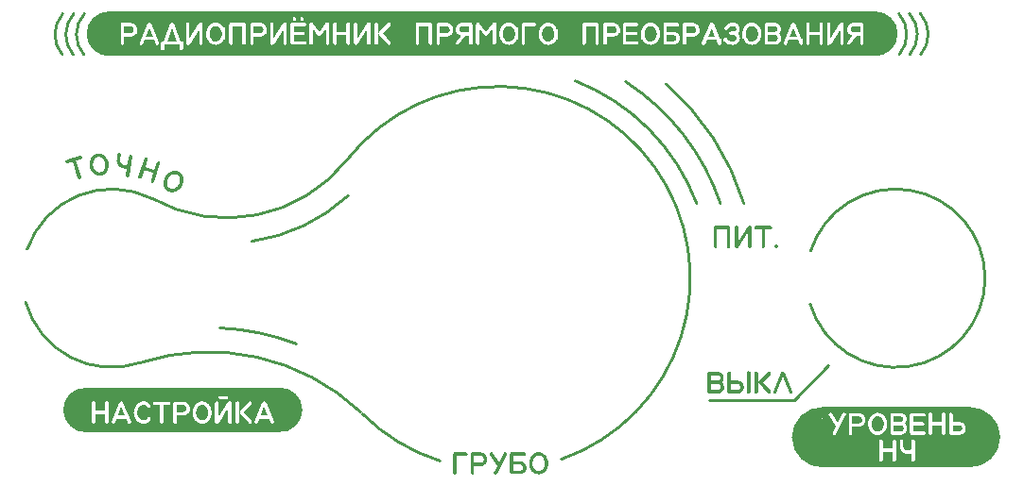
<source format=gto>
G04*
G04 #@! TF.GenerationSoftware,Altium Limited,Altium Designer,21.0.8 (223)*
G04*
G04 Layer_Color=65535*
%FSLAX44Y44*%
%MOMM*%
G71*
G04*
G04 #@! TF.SameCoordinates,E1CE83FB-EE8D-4ACF-9475-2CBEE53E120E*
G04*
G04*
G04 #@! TF.FilePolarity,Positive*
G04*
G01*
G75*
%ADD10C,0.2560*%
%ADD11C,1.0000*%
%ADD12C,0.2500*%
%ADD13R,1.7500X3.0000*%
%ADD14R,2.0000X3.5000*%
%ADD15R,1.7500X3.5000*%
G36*
X509418Y89690D02*
X509585Y89662D01*
X509751Y89607D01*
X509946Y89524D01*
X510112Y89412D01*
X510307Y89274D01*
X510334Y89246D01*
X510390Y89190D01*
X510473Y89107D01*
X510556Y88968D01*
X510640Y88829D01*
X510723Y88635D01*
X510779Y88441D01*
X510806Y88219D01*
Y88191D01*
Y88163D01*
X510779Y87997D01*
X510723Y87747D01*
X510612Y87469D01*
X501950Y70507D01*
X501922Y70479D01*
X501867Y70368D01*
X501756Y70229D01*
X501617Y70062D01*
X501423Y69896D01*
X501173Y69757D01*
X500895Y69646D01*
X500590Y69618D01*
X500479D01*
X500368Y69646D01*
X500229Y69674D01*
X500062Y69729D01*
X499868Y69785D01*
X499701Y69896D01*
X499507Y70034D01*
X499479Y70062D01*
X499424Y70118D01*
X499368Y70201D01*
X499285Y70340D01*
X499174Y70507D01*
X499118Y70673D01*
X499063Y70895D01*
X499035Y71117D01*
Y71145D01*
Y71173D01*
Y71256D01*
X499063Y71367D01*
X499118Y71617D01*
X499229Y71922D01*
X502006Y77336D01*
X495537Y87330D01*
Y87358D01*
X495509Y87414D01*
X495454Y87497D01*
X495426Y87608D01*
X495315Y87858D01*
X495287Y88191D01*
Y88219D01*
Y88302D01*
X495315Y88413D01*
X495343Y88552D01*
X495398Y88719D01*
X495481Y88885D01*
X495592Y89079D01*
X495759Y89246D01*
X495787Y89274D01*
X495842Y89329D01*
X495953Y89385D01*
X496092Y89496D01*
X496259Y89579D01*
X496453Y89635D01*
X496647Y89690D01*
X496870Y89718D01*
X497008D01*
X497119Y89690D01*
X497314Y89635D01*
X497508Y89551D01*
X497702Y89412D01*
X497897Y89246D01*
X498091Y88996D01*
X503616Y80501D01*
X507891Y88857D01*
X507919Y88885D01*
X507975Y88996D01*
X508086Y89135D01*
X508224Y89302D01*
X508419Y89440D01*
X508641Y89579D01*
X508891Y89690D01*
X509196Y89718D01*
X509307D01*
X509418Y89690D01*
D02*
G37*
G36*
X526353Y89412D02*
X526603Y89357D01*
X526880Y89246D01*
X527158Y89079D01*
X527408Y88802D01*
X527491Y88635D01*
X527575Y88413D01*
X527602Y88191D01*
X527630Y87913D01*
Y87886D01*
Y87858D01*
X527602Y87691D01*
X527547Y87441D01*
X527436Y87164D01*
X527269Y86886D01*
X526992Y86636D01*
X526825Y86553D01*
X526631Y86470D01*
X526409Y86442D01*
X526131Y86414D01*
X516525D01*
Y81500D01*
X522661D01*
X522855Y81473D01*
X523049Y81445D01*
X523299Y81417D01*
X523577Y81362D01*
X523854Y81278D01*
X524493Y81084D01*
X524854Y80945D01*
X525187Y80779D01*
X525548Y80584D01*
X525881Y80362D01*
X526214Y80112D01*
X526547Y79807D01*
X526575Y79779D01*
X526631Y79724D01*
X526714Y79640D01*
X526825Y79501D01*
X526936Y79335D01*
X527103Y79141D01*
X527241Y78918D01*
X527408Y78669D01*
X527575Y78391D01*
X527713Y78058D01*
X527991Y77364D01*
X528102Y77003D01*
X528185Y76586D01*
X528241Y76170D01*
X528269Y75726D01*
Y75698D01*
Y75615D01*
Y75504D01*
X528241Y75309D01*
X528213Y75115D01*
X528185Y74865D01*
X528130Y74615D01*
X528046Y74310D01*
X527852Y73671D01*
X527713Y73310D01*
X527547Y72977D01*
X527352Y72616D01*
X527103Y72283D01*
X526853Y71950D01*
X526547Y71617D01*
X526520Y71589D01*
X526464Y71534D01*
X526381Y71450D01*
X526242Y71367D01*
X526075Y71228D01*
X525881Y71090D01*
X525659Y70923D01*
X525409Y70784D01*
X525104Y70617D01*
X524798Y70451D01*
X524104Y70201D01*
X523716Y70090D01*
X523299Y70007D01*
X522883Y69951D01*
X522439Y69924D01*
X514915D01*
X514804Y69951D01*
X514665Y69979D01*
X514499Y70034D01*
X514304Y70118D01*
X514138Y70229D01*
X513943Y70368D01*
X513916Y70395D01*
X513888Y70451D01*
X513805Y70562D01*
X513721Y70673D01*
X513638Y70840D01*
X513582Y71034D01*
X513527Y71228D01*
X513499Y71450D01*
Y87913D01*
Y87941D01*
Y88024D01*
X513527Y88135D01*
X513555Y88274D01*
X513610Y88441D01*
X513694Y88607D01*
X513805Y88802D01*
X513943Y88968D01*
X513971Y88996D01*
X514027Y89052D01*
X514138Y89107D01*
X514249Y89218D01*
X514415Y89302D01*
X514610Y89357D01*
X514804Y89412D01*
X515026Y89440D01*
X526186D01*
X526353Y89412D01*
D02*
G37*
G36*
X539540Y89662D02*
X539818Y89635D01*
X540123Y89607D01*
X540484Y89524D01*
X540900Y89413D01*
X541372Y89302D01*
X541844Y89135D01*
X542344Y88913D01*
X542872Y88663D01*
X543399Y88358D01*
X543927Y87969D01*
X544454Y87552D01*
X544954Y87053D01*
X545426Y86497D01*
X545453Y86470D01*
X545537Y86359D01*
X545648Y86192D01*
X545787Y85970D01*
X545953Y85692D01*
X546147Y85359D01*
X546370Y84971D01*
X546592Y84554D01*
X546786Y84054D01*
X547008Y83555D01*
X547202Y82972D01*
X547369Y82389D01*
X547508Y81750D01*
X547619Y81084D01*
X547702Y80418D01*
X547730Y79696D01*
Y79640D01*
Y79529D01*
X547702Y79307D01*
Y79057D01*
X547647Y78724D01*
X547619Y78308D01*
X547536Y77891D01*
X547452Y77392D01*
X547313Y76892D01*
X547175Y76337D01*
X546980Y75781D01*
X546758Y75198D01*
X546508Y74588D01*
X546175Y74005D01*
X545842Y73422D01*
X545426Y72866D01*
X545398Y72839D01*
X545315Y72727D01*
X545176Y72589D01*
X544981Y72367D01*
X544732Y72144D01*
X544426Y71867D01*
X544093Y71589D01*
X543704Y71284D01*
X543288Y70978D01*
X542816Y70701D01*
X542289Y70423D01*
X541733Y70201D01*
X541150Y70007D01*
X540512Y69840D01*
X539873Y69729D01*
X539179Y69701D01*
X539013D01*
X538818Y69729D01*
X538568Y69757D01*
X538235Y69812D01*
X537874Y69868D01*
X537458Y69979D01*
X536986Y70090D01*
X536514Y70257D01*
X536014Y70479D01*
X535487Y70729D01*
X534959Y71034D01*
X534432Y71395D01*
X533932Y71811D01*
X533405Y72311D01*
X532933Y72866D01*
X532905Y72894D01*
X532822Y73005D01*
X532711Y73172D01*
X532572Y73394D01*
X532405Y73671D01*
X532211Y74005D01*
X531989Y74393D01*
X531794Y74837D01*
X531572Y75309D01*
X531350Y75837D01*
X531156Y76392D01*
X530989Y77003D01*
X530850Y77641D01*
X530740Y78308D01*
X530656Y78974D01*
X530628Y79696D01*
Y79751D01*
Y79862D01*
X530656Y80084D01*
Y80334D01*
X530712Y80695D01*
X530740Y81084D01*
X530823Y81500D01*
X530906Y82000D01*
X531045Y82500D01*
X531184Y83055D01*
X531378Y83610D01*
X531600Y84193D01*
X531878Y84776D01*
X532183Y85359D01*
X532516Y85942D01*
X532933Y86497D01*
X532961Y86525D01*
X533044Y86636D01*
X533183Y86803D01*
X533377Y86997D01*
X533627Y87247D01*
X533932Y87497D01*
X534265Y87802D01*
X534654Y88108D01*
X535070Y88385D01*
X535570Y88691D01*
X536070Y88941D01*
X536625Y89191D01*
X537208Y89385D01*
X537847Y89551D01*
X538485Y89662D01*
X539179Y89690D01*
X539346D01*
X539540Y89662D01*
D02*
G37*
G36*
X487375Y89412D02*
X487597Y89385D01*
X487875Y89357D01*
X488180Y89302D01*
X488485Y89218D01*
X489207Y89024D01*
X489568Y88885D01*
X489929Y88691D01*
X490318Y88496D01*
X490679Y88274D01*
X491040Y87997D01*
X491373Y87691D01*
X491400Y87663D01*
X491456Y87608D01*
X491539Y87525D01*
X491650Y87386D01*
X491789Y87192D01*
X491928Y86997D01*
X492094Y86747D01*
X492261Y86497D01*
X492400Y86192D01*
X492566Y85859D01*
X492705Y85470D01*
X492844Y85082D01*
X492955Y84665D01*
X493038Y84221D01*
X493094Y83777D01*
X493122Y83277D01*
Y83249D01*
Y83166D01*
Y83027D01*
X493094Y82833D01*
X493066Y82611D01*
X493038Y82333D01*
X492983Y82056D01*
X492900Y81722D01*
X492705Y81028D01*
X492566Y80667D01*
X492372Y80279D01*
X492178Y79918D01*
X491956Y79557D01*
X491678Y79196D01*
X491373Y78863D01*
X491345Y78835D01*
X491289Y78780D01*
X491206Y78696D01*
X491067Y78585D01*
X490873Y78446D01*
X490679Y78308D01*
X490429Y78141D01*
X490151Y78002D01*
X489846Y77836D01*
X489513Y77669D01*
X489152Y77530D01*
X488763Y77392D01*
X488347Y77281D01*
X487902Y77197D01*
X487430Y77142D01*
X486931Y77114D01*
X481378D01*
Y71200D01*
Y71173D01*
Y71145D01*
X481351Y70978D01*
X481295Y70729D01*
X481184Y70451D01*
X481017Y70173D01*
X480740Y69924D01*
X480573Y69840D01*
X480379Y69757D01*
X480157Y69729D01*
X479879Y69701D01*
X479824D01*
X479629Y69729D01*
X479407Y69785D01*
X479129Y69896D01*
X478824Y70062D01*
X478602Y70340D01*
X478491Y70507D01*
X478408Y70701D01*
X478380Y70951D01*
X478352Y71200D01*
Y87913D01*
Y87941D01*
Y88024D01*
X478380Y88135D01*
X478408Y88274D01*
X478463Y88441D01*
X478546Y88607D01*
X478658Y88802D01*
X478796Y88968D01*
X478824Y88996D01*
X478880Y89052D01*
X478991Y89107D01*
X479102Y89218D01*
X479268Y89302D01*
X479463Y89357D01*
X479657Y89412D01*
X479879Y89440D01*
X487181D01*
X487375Y89412D01*
D02*
G37*
G36*
X474216D02*
X474382Y89385D01*
X474549Y89329D01*
X474743Y89274D01*
X474910Y89163D01*
X475076Y89024D01*
X475104Y88996D01*
X475160Y88941D01*
X475215Y88857D01*
X475298Y88719D01*
X475382Y88580D01*
X475465Y88385D01*
X475493Y88163D01*
X475521Y87913D01*
Y87886D01*
Y87802D01*
X475493Y87691D01*
X475465Y87525D01*
X475409Y87358D01*
X475326Y87164D01*
X475215Y86997D01*
X475076Y86831D01*
X475048Y86803D01*
X474993Y86775D01*
X474910Y86692D01*
X474799Y86636D01*
X474632Y86553D01*
X474438Y86470D01*
X474243Y86442D01*
X473993Y86414D01*
X465748D01*
Y71200D01*
Y71173D01*
Y71145D01*
X465720Y70978D01*
X465665Y70729D01*
X465554Y70451D01*
X465387Y70173D01*
X465110Y69924D01*
X464943Y69840D01*
X464749Y69757D01*
X464527Y69729D01*
X464249Y69701D01*
X464193D01*
X463999Y69729D01*
X463777Y69785D01*
X463499Y69896D01*
X463194Y70062D01*
X462972Y70340D01*
X462861Y70507D01*
X462778Y70701D01*
X462750Y70951D01*
X462722Y71200D01*
Y87913D01*
Y87941D01*
Y88024D01*
X462750Y88135D01*
X462778Y88274D01*
X462833Y88441D01*
X462916Y88607D01*
X463027Y88802D01*
X463166Y88968D01*
X463194Y88996D01*
X463250Y89052D01*
X463361Y89107D01*
X463472Y89218D01*
X463638Y89302D01*
X463833Y89357D01*
X464027Y89412D01*
X464249Y89440D01*
X474105D01*
X474216Y89412D01*
D02*
G37*
G36*
X307200Y107500D02*
X134125D01*
Y147569D01*
X307200D01*
Y107500D01*
D02*
G37*
G36*
X214163Y342023D02*
X214768Y341956D01*
X215369Y341828D01*
X216003Y341647D01*
X216610Y341419D01*
X217222Y341091D01*
X217366Y341006D01*
X217519Y340884D01*
X217744Y340719D01*
X217993Y340540D01*
X218262Y340285D01*
X218564Y339978D01*
X218915Y339643D01*
X219237Y339260D01*
X219555Y338815D01*
X219883Y338332D01*
X220182Y337801D01*
X220439Y337199D01*
X220683Y336572D01*
X220860Y335888D01*
X220985Y335170D01*
X220994Y335132D01*
X221010Y334994D01*
X221021Y334794D01*
X221028Y334532D01*
X221031Y334209D01*
X221029Y333823D01*
X221023Y333375D01*
X221003Y332904D01*
X220917Y332375D01*
X220855Y331831D01*
X220727Y331230D01*
X220574Y330643D01*
X220370Y330023D01*
X220127Y329392D01*
X219861Y328776D01*
X219519Y328140D01*
X219491Y328092D01*
X219434Y327996D01*
X219298Y327819D01*
X219171Y327604D01*
X218954Y327345D01*
X218719Y327000D01*
X218435Y326684D01*
X218110Y326295D01*
X217737Y325935D01*
X217336Y325527D01*
X216886Y325147D01*
X216399Y324757D01*
X215874Y324358D01*
X215291Y324025D01*
X214708Y323691D01*
X214068Y323424D01*
X214030Y323414D01*
X213902Y323361D01*
X213711Y323312D01*
X213431Y323219D01*
X213103Y323154D01*
X212699Y323070D01*
X212271Y323000D01*
X211781Y322934D01*
X211268Y322882D01*
X210720Y322882D01*
X210125Y322911D01*
X209534Y323001D01*
X208932Y323130D01*
X208298Y323310D01*
X207691Y323539D01*
X207079Y323867D01*
X206936Y323951D01*
X206782Y324074D01*
X206581Y324225D01*
X206322Y324441D01*
X206039Y324672D01*
X205737Y324979D01*
X205386Y325315D01*
X205064Y325698D01*
X204746Y326143D01*
X204419Y326626D01*
X204119Y327156D01*
X203848Y327735D01*
X203628Y328347D01*
X203428Y329046D01*
X203302Y329764D01*
X203293Y329802D01*
X203277Y329940D01*
X203266Y330139D01*
X203259Y330401D01*
X203256Y330725D01*
X203258Y331111D01*
X203264Y331558D01*
X203322Y332040D01*
X203370Y332559D01*
X203446Y333126D01*
X203561Y333703D01*
X203727Y334314D01*
X203931Y334935D01*
X204174Y335565D01*
X204440Y336182D01*
X204783Y336818D01*
X204811Y336866D01*
X204867Y336961D01*
X205004Y337139D01*
X205131Y337354D01*
X205361Y337637D01*
X205583Y337957D01*
X205866Y338274D01*
X206191Y338662D01*
X206564Y339023D01*
X206966Y339431D01*
X207415Y339810D01*
X207902Y340200D01*
X208437Y340562D01*
X208996Y340909D01*
X209579Y341242D01*
X210219Y341510D01*
X210257Y341519D01*
X210386Y341573D01*
X210590Y341646D01*
X210856Y341715D01*
X211198Y341803D01*
X211588Y341864D01*
X212030Y341958D01*
X212520Y342024D01*
X213020Y342052D01*
X213605Y342061D01*
X214163Y342023D01*
D02*
G37*
G36*
X129360Y355417D02*
X129674Y355337D01*
X129993Y355143D01*
X130121Y355008D01*
X130264Y354819D01*
X130355Y354614D01*
X130461Y354356D01*
X130469Y354329D01*
X130477Y354303D01*
X130498Y354135D01*
X130517Y353880D01*
X130490Y353582D01*
X130411Y353269D01*
X130217Y352949D01*
X130081Y352822D01*
X129919Y352686D01*
X129714Y352596D01*
X129456Y352489D01*
X124856Y351109D01*
X129227Y336537D01*
X129235Y336511D01*
X129243Y336484D01*
X129264Y336316D01*
X129283Y336061D01*
X129257Y335763D01*
X129177Y335450D01*
X128983Y335131D01*
X128847Y335003D01*
X128685Y334867D01*
X128480Y334777D01*
X128222Y334670D01*
X128169Y334655D01*
X127975Y334625D01*
X127720Y334607D01*
X127422Y334633D01*
X127108Y334713D01*
X126789Y334907D01*
X126635Y335035D01*
X126499Y335197D01*
X126401Y335428D01*
X126302Y335660D01*
X121931Y350232D01*
X117330Y348852D01*
X117136Y348822D01*
X116908Y348812D01*
X116610Y348838D01*
X116269Y348910D01*
X115977Y349112D01*
X115823Y349240D01*
X115687Y349402D01*
X115589Y349633D01*
X115490Y349865D01*
X115482Y349891D01*
X115474Y349918D01*
X115445Y350112D01*
X115434Y350341D01*
X115453Y350665D01*
X115533Y350979D01*
X115735Y351272D01*
X115889Y351434D01*
X116051Y351569D01*
X116256Y351660D01*
X116514Y351766D01*
X128640Y355404D01*
X128807Y355425D01*
X129062Y355444D01*
X129360Y355417D01*
D02*
G37*
G36*
X145581Y357522D02*
X146008Y357468D01*
X146491Y357422D01*
X146981Y357321D01*
X147506Y357168D01*
X148062Y356991D01*
X148626Y356760D01*
X149201Y356446D01*
X149780Y356104D01*
X150343Y355676D01*
X150885Y355190D01*
X150916Y355166D01*
X151014Y355067D01*
X151146Y354917D01*
X151314Y354715D01*
X151516Y354463D01*
X151754Y354159D01*
X152026Y353804D01*
X152302Y353421D01*
X152562Y352952D01*
X152849Y352487D01*
X153120Y351935D01*
X153364Y351380D01*
X153588Y350766D01*
X153787Y350121D01*
X153960Y349472D01*
X154084Y348760D01*
X154092Y348705D01*
X154107Y348595D01*
X154109Y348371D01*
X154143Y348124D01*
X154133Y347786D01*
X154161Y347370D01*
X154135Y346946D01*
X154120Y346439D01*
X154049Y345926D01*
X153987Y345357D01*
X153869Y344780D01*
X153727Y344173D01*
X153562Y343534D01*
X153310Y342911D01*
X153059Y342289D01*
X152721Y341683D01*
X152697Y341651D01*
X152629Y341530D01*
X152511Y341374D01*
X152348Y341128D01*
X152130Y340874D01*
X151865Y340558D01*
X151572Y340238D01*
X151229Y339883D01*
X150857Y339524D01*
X150427Y339185D01*
X149941Y338839D01*
X149421Y338544D01*
X148870Y338273D01*
X148259Y338022D01*
X147642Y337826D01*
X146958Y337705D01*
X146792Y337683D01*
X146596Y337684D01*
X146345Y337678D01*
X146007Y337688D01*
X145642Y337694D01*
X145215Y337748D01*
X144732Y337795D01*
X144242Y337896D01*
X143717Y338049D01*
X143160Y338226D01*
X142597Y338457D01*
X142025Y338744D01*
X141474Y339089D01*
X140884Y339513D01*
X140342Y340000D01*
X140310Y340024D01*
X140213Y340122D01*
X140080Y340272D01*
X139913Y340474D01*
X139711Y340727D01*
X139473Y341031D01*
X139201Y341386D01*
X138948Y341800D01*
X138665Y342238D01*
X138374Y342730D01*
X138106Y343254D01*
X137859Y343837D01*
X137635Y344451D01*
X137436Y345096D01*
X137263Y345745D01*
X137139Y346457D01*
X137131Y346512D01*
X137116Y346622D01*
X137114Y346846D01*
X137080Y347093D01*
X137086Y347458D01*
X137062Y347847D01*
X137088Y348271D01*
X137103Y348778D01*
X137174Y349291D01*
X137236Y349860D01*
X137354Y350437D01*
X137496Y351044D01*
X137692Y351659D01*
X137916Y352278D01*
X138168Y352901D01*
X138506Y353507D01*
X138530Y353538D01*
X138597Y353659D01*
X138712Y353843D01*
X138879Y354062D01*
X139093Y354343D01*
X139361Y354632D01*
X139650Y354979D01*
X139994Y355334D01*
X140370Y355666D01*
X140824Y356035D01*
X141285Y356350D01*
X141802Y356673D01*
X142353Y356944D01*
X142964Y357195D01*
X143581Y357391D01*
X144265Y357512D01*
X144430Y357534D01*
X144627Y357533D01*
X144906Y357543D01*
X145212Y357556D01*
X145581Y357522D01*
D02*
G37*
G36*
X728483Y292766D02*
X728622Y292738D01*
X728788Y292683D01*
X728982Y292599D01*
X729149Y292488D01*
X729343Y292322D01*
X729371Y292294D01*
X729427Y292239D01*
X729482Y292155D01*
X729593Y292016D01*
X729677Y291878D01*
X729732Y291683D01*
X729788Y291489D01*
X729815Y291267D01*
Y274304D01*
Y274276D01*
Y274249D01*
X729788Y274082D01*
X729732Y273832D01*
X729621Y273554D01*
X729427Y273277D01*
X729149Y273027D01*
X728982Y272944D01*
X728788Y272861D01*
X728538Y272833D01*
X728261Y272805D01*
X728205D01*
X728039Y272833D01*
X727789Y272888D01*
X727511Y272999D01*
X727234Y273166D01*
X726984Y273444D01*
X726900Y273610D01*
X726817Y273804D01*
X726789Y274054D01*
X726762Y274304D01*
Y286908D01*
X718350Y273499D01*
X718322Y273471D01*
X718239Y273388D01*
X718155Y273305D01*
X718044Y273249D01*
X717905Y273166D01*
X717739Y273055D01*
X717711D01*
X717656Y273027D01*
X717489Y272944D01*
X717239Y272833D01*
X717045Y272805D01*
X716323D01*
X716212Y272833D01*
X716073Y272861D01*
X715934Y272916D01*
X715740Y272999D01*
X715573Y273110D01*
X715379Y273249D01*
X715351Y273277D01*
X715296Y273332D01*
X715240Y273416D01*
X715157Y273554D01*
X715046Y273693D01*
X714990Y273888D01*
X714935Y274082D01*
X714907Y274304D01*
Y291267D01*
Y291295D01*
Y291378D01*
X714935Y291517D01*
X714963Y291683D01*
X715018Y291850D01*
X715101Y292044D01*
X715212Y292239D01*
X715379Y292405D01*
X715407Y292433D01*
X715462Y292461D01*
X715546Y292516D01*
X715684Y292599D01*
X715823Y292683D01*
X716018Y292738D01*
X716212Y292766D01*
X716434Y292794D01*
X716489D01*
X716684Y292766D01*
X716906Y292710D01*
X717211Y292599D01*
X717489Y292433D01*
X717711Y292155D01*
X717822Y291989D01*
X717905Y291766D01*
X717933Y291544D01*
X717961Y291267D01*
Y278635D01*
X726373Y292072D01*
X726401Y292100D01*
X726512Y292211D01*
X726678Y292349D01*
X726817Y292433D01*
X726984Y292516D01*
X727011D01*
X727067Y292572D01*
X727261Y292655D01*
X727483Y292738D01*
X727678Y292794D01*
X728372D01*
X728483Y292766D01*
D02*
G37*
G36*
X752358Y276053D02*
X752608Y275998D01*
X752886Y275886D01*
X753163Y275720D01*
X753413Y275442D01*
X753497Y275276D01*
X753580Y275054D01*
X753608Y274832D01*
X753635Y274554D01*
Y274304D01*
Y274276D01*
Y274249D01*
X753608Y274082D01*
X753552Y273832D01*
X753441Y273554D01*
X753275Y273277D01*
X752997Y273027D01*
X752830Y272944D01*
X752636Y272861D01*
X752414Y272833D01*
X752136Y272805D01*
X752081D01*
X751886Y272833D01*
X751664Y272888D01*
X751387Y272999D01*
X751081Y273166D01*
X750859Y273444D01*
X750748Y273610D01*
X750665Y273804D01*
X750637Y274054D01*
X750609Y274304D01*
Y274554D01*
Y274582D01*
Y274610D01*
X750637Y274804D01*
X750693Y275026D01*
X750804Y275331D01*
X750970Y275609D01*
X751248Y275831D01*
X751442Y275942D01*
X751637Y276025D01*
X751859Y276053D01*
X752136Y276081D01*
X752192D01*
X752358Y276053D01*
D02*
G37*
G36*
X746945Y292516D02*
X747195Y292461D01*
X747472Y292349D01*
X747750Y292183D01*
X748000Y291905D01*
X748083Y291739D01*
X748166Y291517D01*
X748194Y291295D01*
X748222Y291017D01*
Y290989D01*
Y290961D01*
X748194Y290795D01*
X748139Y290545D01*
X748027Y290267D01*
X747861Y289990D01*
X747583Y289740D01*
X747417Y289657D01*
X747222Y289573D01*
X747000Y289545D01*
X746723Y289518D01*
X741920D01*
Y274304D01*
Y274276D01*
Y274249D01*
X741892Y274082D01*
X741836Y273832D01*
X741725Y273554D01*
X741559Y273277D01*
X741281Y273027D01*
X741115Y272944D01*
X740920Y272861D01*
X740698Y272833D01*
X740421Y272805D01*
X740365D01*
X740171Y272833D01*
X739921Y272888D01*
X739643Y272999D01*
X739366Y273166D01*
X739116Y273444D01*
X739005Y273610D01*
X738921Y273804D01*
X738894Y274054D01*
X738866Y274304D01*
Y289518D01*
X734063D01*
X733869Y289545D01*
X733647Y289601D01*
X733369Y289712D01*
X733064Y289879D01*
X732841Y290156D01*
X732730Y290323D01*
X732647Y290517D01*
X732619Y290767D01*
X732592Y291017D01*
Y291045D01*
Y291073D01*
X732619Y291267D01*
X732675Y291489D01*
X732786Y291794D01*
X732952Y292072D01*
X733230Y292294D01*
X733425Y292405D01*
X733619Y292488D01*
X733841Y292516D01*
X734118Y292544D01*
X746778D01*
X746945Y292516D01*
D02*
G37*
G36*
X709466D02*
X709604Y292488D01*
X709771Y292433D01*
X709938Y292349D01*
X710132Y292239D01*
X710299Y292072D01*
X710326Y292044D01*
X710382Y291989D01*
X710437Y291905D01*
X710548Y291766D01*
X710632Y291628D01*
X710687Y291433D01*
X710743Y291239D01*
X710770Y291017D01*
Y274304D01*
Y274276D01*
Y274193D01*
X710743Y274082D01*
X710715Y273915D01*
X710659Y273749D01*
X710576Y273554D01*
X710465Y273388D01*
X710326Y273221D01*
X710299Y273194D01*
X710243Y273166D01*
X710160Y273083D01*
X710049Y273027D01*
X709882Y272944D01*
X709688Y272861D01*
X709493Y272833D01*
X709244Y272805D01*
X709188D01*
X708994Y272833D01*
X708772Y272888D01*
X708494Y272999D01*
X708189Y273166D01*
X707967Y273444D01*
X707856Y273610D01*
X707772Y273804D01*
X707745Y274054D01*
X707717Y274304D01*
Y289518D01*
X698944D01*
Y274304D01*
Y274276D01*
Y274249D01*
X698916Y274082D01*
X698861Y273832D01*
X698749Y273554D01*
X698583Y273277D01*
X698305Y273027D01*
X698139Y272944D01*
X697917Y272861D01*
X697694Y272833D01*
X697417Y272805D01*
X697306D01*
X697195Y272833D01*
X697028Y272861D01*
X696862Y272916D01*
X696667Y272971D01*
X696473Y273083D01*
X696306Y273221D01*
X696279Y273249D01*
X696251Y273305D01*
X696168Y273388D01*
X696112Y273527D01*
X696029Y273666D01*
X695946Y273860D01*
X695918Y274054D01*
X695890Y274304D01*
Y291017D01*
Y291045D01*
Y291128D01*
X695918Y291239D01*
X695946Y291378D01*
X696001Y291544D01*
X696084Y291711D01*
X696195Y291905D01*
X696334Y292072D01*
X696362Y292100D01*
X696417Y292155D01*
X696528Y292211D01*
X696640Y292322D01*
X696806Y292405D01*
X697001Y292461D01*
X697195Y292516D01*
X697417Y292544D01*
X709355D01*
X709466Y292516D01*
D02*
G37*
G36*
X840000Y445000D02*
X155000D01*
Y485000D01*
X840000D01*
Y445000D01*
D02*
G37*
G36*
X187737Y354109D02*
X187983Y354058D01*
X188036Y354040D01*
X188212Y353954D01*
X188406Y353832D01*
X188662Y353631D01*
X188865Y353360D01*
X188936Y353220D01*
X188990Y353027D01*
X189035Y352808D01*
X189054Y352598D01*
X189003Y352352D01*
X188943Y352079D01*
X186874Y345746D01*
X195239Y343012D01*
X197308Y349346D01*
X197317Y349372D01*
X197326Y349399D01*
X197351Y349478D01*
X197412Y349575D01*
X197543Y349795D01*
X197743Y350051D01*
X197988Y350263D01*
X198329Y350414D01*
X198522Y350468D01*
X198733Y350487D01*
X198979Y350436D01*
X199225Y350384D01*
X199331Y350350D01*
X199454Y350280D01*
X199577Y350211D01*
X199745Y350098D01*
X199877Y349967D01*
X200027Y349801D01*
X200143Y349617D01*
X200160Y349582D01*
X200196Y349512D01*
X200223Y349416D01*
X200259Y349258D01*
X200286Y349074D01*
X200305Y348863D01*
X200263Y348643D01*
X200211Y348397D01*
X194943Y332273D01*
X194934Y332247D01*
X194909Y332168D01*
X194848Y332071D01*
X194770Y331921D01*
X194665Y331780D01*
X194526Y331621D01*
X194368Y331497D01*
X194185Y331382D01*
X194149Y331365D01*
X194088Y331355D01*
X193983Y331302D01*
X193834Y331292D01*
X193676Y331256D01*
X193465Y331237D01*
X193246Y331280D01*
X193000Y331331D01*
X192947Y331349D01*
X192797Y331427D01*
X192577Y331557D01*
X192348Y331749D01*
X192135Y331993D01*
X191984Y332335D01*
X191957Y332519D01*
X191938Y332730D01*
X191989Y332976D01*
X192040Y333222D01*
X194299Y340136D01*
X185934Y342869D01*
X183675Y335955D01*
X183666Y335929D01*
X183658Y335902D01*
X183580Y335753D01*
X183449Y335532D01*
X183257Y335303D01*
X183013Y335091D01*
X182671Y334940D01*
X182487Y334912D01*
X182250Y334902D01*
X182030Y334945D01*
X181758Y335004D01*
X181652Y335039D01*
X181555Y335100D01*
X181406Y335178D01*
X181264Y335282D01*
X181097Y335396D01*
X180947Y335561D01*
X180832Y335745D01*
X180814Y335780D01*
X180805Y335842D01*
X180751Y335947D01*
X180742Y336096D01*
X180706Y336254D01*
X180687Y336464D01*
X180721Y336657D01*
X180772Y336904D01*
X186040Y353027D01*
X186049Y353054D01*
X186075Y353133D01*
X186144Y353256D01*
X186222Y353406D01*
X186327Y353547D01*
X186440Y353715D01*
X186606Y353865D01*
X186789Y353980D01*
X186825Y353998D01*
X186895Y354034D01*
X186991Y354060D01*
X187149Y354096D01*
X187333Y354124D01*
X187544Y354143D01*
X187737Y354109D01*
D02*
G37*
G36*
X163645Y357920D02*
X163869Y357910D01*
X163979Y357891D01*
X164111Y357841D01*
X164243Y357790D01*
X164425Y357703D01*
X164576Y357593D01*
X164748Y357451D01*
X164889Y357286D01*
X164912Y357254D01*
X164958Y357190D01*
X164998Y357098D01*
X165062Y356975D01*
X165116Y356797D01*
X165166Y356591D01*
X165160Y356395D01*
X165146Y356144D01*
X164471Y352175D01*
X164467Y352148D01*
X164457Y352093D01*
X164443Y352011D01*
X164447Y351870D01*
X164424Y351733D01*
X164419Y351537D01*
X164459Y351107D01*
X164512Y350592D01*
X164647Y350062D01*
X164860Y349491D01*
X165009Y349212D01*
X165186Y348928D01*
X165214Y348923D01*
X165232Y348864D01*
X165305Y348795D01*
X165373Y348699D01*
X165614Y348461D01*
X165933Y348182D01*
X166356Y347856D01*
X166843Y347576D01*
X167395Y347342D01*
X167719Y347259D01*
X168042Y347175D01*
X168207Y347147D01*
X168321Y347156D01*
X168654Y347128D01*
X169051Y347145D01*
X169544Y347230D01*
X170042Y347342D01*
X170613Y347555D01*
X170860Y347682D01*
X171144Y347859D01*
X172344Y354920D01*
X172349Y354948D01*
X172353Y354975D01*
X172367Y355057D01*
X172413Y355162D01*
X172510Y355399D01*
X172671Y355681D01*
X172881Y355927D01*
X173197Y356127D01*
X173407Y356204D01*
X173613Y356254D01*
X173836Y356244D01*
X174115Y356225D01*
X174169Y356215D01*
X174356Y356155D01*
X174566Y356063D01*
X174848Y355903D01*
X175089Y355665D01*
X175180Y355536D01*
X175262Y355354D01*
X175339Y355143D01*
X175388Y354938D01*
X175374Y354687D01*
X175355Y354409D01*
X172512Y337686D01*
X172507Y337658D01*
X172502Y337631D01*
X172447Y337472D01*
X172351Y337234D01*
X172195Y336979D01*
X171984Y336734D01*
X171668Y336534D01*
X171490Y336480D01*
X171257Y336435D01*
X171034Y336445D01*
X170755Y336464D01*
X170700Y336473D01*
X170514Y336533D01*
X170304Y336625D01*
X170049Y336781D01*
X169776Y336996D01*
X169603Y337307D01*
X169522Y337490D01*
X169472Y337696D01*
X169487Y337947D01*
X169501Y338198D01*
X170534Y344274D01*
X170507Y344278D01*
X170475Y344256D01*
X170388Y344242D01*
X170274Y344233D01*
X169981Y344170D01*
X169607Y344122D01*
X169151Y344086D01*
X168667Y344056D01*
X168110Y344094D01*
X167558Y344160D01*
X167421Y344183D01*
X167262Y344239D01*
X167043Y344276D01*
X166801Y344345D01*
X166482Y344456D01*
X166163Y344566D01*
X165798Y344741D01*
X165434Y344915D01*
X165019Y345127D01*
X164636Y345361D01*
X164236Y345654D01*
X163835Y345947D01*
X163448Y346323D01*
X163061Y346699D01*
X162716Y347151D01*
X162693Y347184D01*
X162652Y347275D01*
X162562Y347403D01*
X162453Y347590D01*
X162321Y347810D01*
X162171Y348089D01*
X162031Y348423D01*
X161895Y348784D01*
X161764Y349172D01*
X161638Y349588D01*
X161521Y350058D01*
X161431Y350524D01*
X161378Y351040D01*
X161357Y351579D01*
X161390Y352108D01*
X161461Y352687D01*
X162135Y356656D01*
X162140Y356683D01*
X162154Y356765D01*
X162200Y356870D01*
X162255Y357030D01*
X162338Y357185D01*
X162425Y357367D01*
X162563Y357513D01*
X162727Y357654D01*
X162759Y357676D01*
X162823Y357722D01*
X162915Y357762D01*
X163065Y357821D01*
X163244Y357876D01*
X163422Y357930D01*
X163645Y357920D01*
D02*
G37*
G36*
X727591Y162141D02*
X727758Y162113D01*
X727924Y162058D01*
X728119Y162002D01*
X728285Y161891D01*
X728452Y161752D01*
X728480Y161724D01*
X728535Y161669D01*
X728591Y161586D01*
X728674Y161447D01*
X728757Y161308D01*
X728841Y161114D01*
X728868Y160892D01*
X728896Y160642D01*
Y143679D01*
Y143651D01*
Y143568D01*
X728868Y143457D01*
X728841Y143290D01*
X728785Y143124D01*
X728702Y142929D01*
X728591Y142735D01*
X728452Y142569D01*
X728424Y142541D01*
X728369Y142513D01*
X728285Y142430D01*
X728174Y142374D01*
X728008Y142291D01*
X727813Y142208D01*
X727619Y142180D01*
X727369Y142152D01*
X727314D01*
X727119Y142180D01*
X726897Y142235D01*
X726620Y142346D01*
X726314Y142513D01*
X726092Y142791D01*
X725981Y142985D01*
X725898Y143179D01*
X725870Y143401D01*
X725842Y143679D01*
Y160642D01*
Y160669D01*
Y160697D01*
X725870Y160892D01*
X725926Y161114D01*
X726037Y161419D01*
X726203Y161697D01*
X726481Y161919D01*
X726675Y162030D01*
X726870Y162113D01*
X727092Y162141D01*
X727369Y162169D01*
X727480D01*
X727591Y162141D01*
D02*
G37*
G36*
X709879Y161891D02*
X710046Y161863D01*
X710212Y161808D01*
X710406Y161724D01*
X710573Y161613D01*
X710740Y161475D01*
X710767Y161447D01*
X710823Y161391D01*
X710879Y161308D01*
X710962Y161197D01*
X711045Y161030D01*
X711128Y160836D01*
X711156Y160642D01*
X711184Y160392D01*
Y153729D01*
X717319D01*
X717486Y153701D01*
X717708Y153673D01*
X717930Y153646D01*
X718208Y153590D01*
X718513Y153507D01*
X719152Y153313D01*
X719485Y153174D01*
X719818Y153007D01*
X720179Y152813D01*
X720512Y152591D01*
X720845Y152341D01*
X721178Y152036D01*
X721206Y152008D01*
X721262Y151952D01*
X721345Y151869D01*
X721456Y151730D01*
X721567Y151564D01*
X721706Y151369D01*
X721872Y151147D01*
X722039Y150897D01*
X722178Y150620D01*
X722344Y150286D01*
X722622Y149592D01*
X722705Y149232D01*
X722788Y148815D01*
X722844Y148399D01*
X722872Y147954D01*
Y147927D01*
Y147843D01*
Y147732D01*
X722844Y147538D01*
X722816Y147344D01*
X722788Y147094D01*
X722733Y146844D01*
X722650Y146538D01*
X722455Y145900D01*
X722317Y145539D01*
X722150Y145206D01*
X721956Y144845D01*
X721733Y144512D01*
X721484Y144179D01*
X721178Y143846D01*
X721151Y143818D01*
X721095Y143762D01*
X721012Y143679D01*
X720873Y143596D01*
X720706Y143457D01*
X720512Y143318D01*
X720290Y143152D01*
X720040Y143013D01*
X719762Y142846D01*
X719429Y142680D01*
X718735Y142430D01*
X718374Y142319D01*
X717958Y142235D01*
X717541Y142180D01*
X717097Y142152D01*
X709546D01*
X709435Y142180D01*
X709296Y142208D01*
X709129Y142263D01*
X708935Y142346D01*
X708769Y142458D01*
X708574Y142596D01*
X708547Y142624D01*
X708519Y142680D01*
X708435Y142791D01*
X708352Y142902D01*
X708269Y143068D01*
X708213Y143263D01*
X708158Y143457D01*
X708130Y143679D01*
Y160392D01*
Y160420D01*
Y160503D01*
X708158Y160614D01*
X708186Y160781D01*
X708241Y160947D01*
X708297Y161141D01*
X708408Y161308D01*
X708547Y161475D01*
X708574Y161502D01*
X708630Y161558D01*
X708713Y161613D01*
X708852Y161697D01*
X709018Y161780D01*
X709213Y161863D01*
X709407Y161891D01*
X709657Y161919D01*
X709768D01*
X709879Y161891D01*
D02*
G37*
G36*
X699801Y161641D02*
X699996Y161613D01*
X700218Y161586D01*
X700745Y161475D01*
X701356Y161280D01*
X701689Y161141D01*
X702022Y161003D01*
X702355Y160808D01*
X702661Y160586D01*
X702994Y160336D01*
X703299Y160059D01*
X703327Y160031D01*
X703383Y159975D01*
X703438Y159892D01*
X703549Y159781D01*
X703660Y159614D01*
X703799Y159420D01*
X703966Y159226D01*
X704105Y158976D01*
X704410Y158393D01*
X704660Y157754D01*
X704771Y157366D01*
X704854Y157005D01*
X704882Y156588D01*
X704910Y156172D01*
Y156144D01*
Y156061D01*
Y155950D01*
X704882Y155783D01*
X704854Y155589D01*
X704826Y155367D01*
X704715Y154839D01*
X704521Y154256D01*
X704382Y153923D01*
X704216Y153590D01*
X704021Y153257D01*
X703827Y152952D01*
X703549Y152619D01*
X703272Y152313D01*
X703299Y152285D01*
X703355Y152230D01*
X703438Y152147D01*
X703577Y152008D01*
X703716Y151841D01*
X703882Y151647D01*
X704049Y151397D01*
X704216Y151147D01*
X704382Y150842D01*
X704576Y150508D01*
X704715Y150148D01*
X704854Y149759D01*
X704993Y149342D01*
X705076Y148898D01*
X705132Y148454D01*
X705160Y147954D01*
Y147927D01*
Y147843D01*
Y147705D01*
X705132Y147538D01*
X705104Y147316D01*
X705076Y147066D01*
X705021Y146788D01*
X704965Y146511D01*
X704743Y145844D01*
X704632Y145484D01*
X704465Y145150D01*
X704271Y144789D01*
X704049Y144456D01*
X703799Y144123D01*
X703494Y143790D01*
X703466Y143762D01*
X703410Y143707D01*
X703327Y143651D01*
X703188Y143540D01*
X703022Y143401D01*
X702827Y143263D01*
X702605Y143124D01*
X702355Y142985D01*
X702050Y142818D01*
X701745Y142680D01*
X701023Y142402D01*
X700634Y142291D01*
X700218Y142235D01*
X699801Y142180D01*
X699329Y142152D01*
X691806D01*
X691695Y142180D01*
X691556Y142208D01*
X691389Y142263D01*
X691195Y142346D01*
X691029Y142458D01*
X690834Y142596D01*
X690806Y142624D01*
X690779Y142680D01*
X690695Y142791D01*
X690612Y142902D01*
X690529Y143068D01*
X690473Y143263D01*
X690418Y143457D01*
X690390Y143679D01*
Y160142D01*
Y160170D01*
Y160253D01*
X690418Y160364D01*
X690445Y160503D01*
X690501Y160669D01*
X690584Y160836D01*
X690695Y161030D01*
X690834Y161197D01*
X690862Y161225D01*
X690918Y161280D01*
X691029Y161336D01*
X691140Y161447D01*
X691306Y161530D01*
X691500Y161586D01*
X691695Y161641D01*
X691917Y161669D01*
X699635D01*
X699801Y161641D01*
D02*
G37*
G36*
X758269Y161919D02*
X758491Y161808D01*
X758657Y161724D01*
X758824Y161613D01*
X758852D01*
X758907Y161558D01*
X759101Y161419D01*
X759296Y161225D01*
X759407Y161114D01*
X759462Y161003D01*
X766653Y144040D01*
X766681Y143984D01*
X766708Y143846D01*
X766736Y143651D01*
X766764Y143401D01*
Y143374D01*
Y143290D01*
X766736Y143179D01*
X766708Y143041D01*
X766653Y142874D01*
X766570Y142707D01*
X766458Y142513D01*
X766292Y142346D01*
X766264Y142319D01*
X766209Y142291D01*
X766097Y142208D01*
X765986Y142152D01*
X765820Y142069D01*
X765626Y141986D01*
X765403Y141958D01*
X765181Y141930D01*
X765154D01*
X765015Y141958D01*
X764848Y141986D01*
X764654Y142041D01*
X764432Y142152D01*
X764210Y142319D01*
X763988Y142541D01*
X763821Y142846D01*
X757797Y157088D01*
X752272Y142902D01*
X752244Y142874D01*
X752189Y142763D01*
X752105Y142596D01*
X751966Y142430D01*
X751772Y142235D01*
X751522Y142097D01*
X751245Y141986D01*
X750912Y141930D01*
X750800D01*
X750689Y141958D01*
X750523Y141986D01*
X750356Y142041D01*
X750162Y142097D01*
X749995Y142208D01*
X749801Y142346D01*
X749773Y142374D01*
X749718Y142430D01*
X749662Y142513D01*
X749579Y142624D01*
X749468Y142791D01*
X749412Y142957D01*
X749357Y143152D01*
X749329Y143374D01*
Y143401D01*
Y143429D01*
Y143568D01*
X749357Y143762D01*
X749412Y143984D01*
X755992Y160947D01*
Y160975D01*
X756020Y161003D01*
X756131Y161141D01*
X756297Y161336D01*
X756436Y161475D01*
X756603Y161586D01*
X756631Y161613D01*
X756686Y161641D01*
X756769Y161697D01*
X756908Y161780D01*
X757158Y161891D01*
X757297Y161919D01*
X757436Y161947D01*
X758102D01*
X758269Y161919D01*
D02*
G37*
G36*
X745776Y161891D02*
X745914Y161863D01*
X746081Y161808D01*
X746247Y161724D01*
X746442Y161613D01*
X746608Y161475D01*
X746636Y161447D01*
X746692Y161391D01*
X746747Y161308D01*
X746831Y161169D01*
X746914Y161003D01*
X746997Y160836D01*
X747025Y160614D01*
X747053Y160392D01*
Y160364D01*
Y160281D01*
X747025Y160170D01*
X746997Y160031D01*
X746942Y159864D01*
X746886Y159698D01*
X746775Y159503D01*
X746636Y159337D01*
X739668Y152174D01*
X746664Y144456D01*
X746692Y144429D01*
X746720Y144373D01*
X746775Y144290D01*
X746858Y144179D01*
X746942Y144012D01*
X746997Y143846D01*
X747025Y143651D01*
X747053Y143429D01*
Y143401D01*
Y143318D01*
X747025Y143207D01*
X746997Y143068D01*
X746942Y142874D01*
X746858Y142707D01*
X746747Y142513D01*
X746608Y142346D01*
X746581Y142319D01*
X746525Y142291D01*
X746442Y142208D01*
X746303Y142152D01*
X746164Y142069D01*
X745970Y141986D01*
X745776Y141958D01*
X745554Y141930D01*
X745442D01*
X745304Y141958D01*
X745165Y141986D01*
X744970Y142041D01*
X744776Y142152D01*
X744582Y142263D01*
X744415Y142430D01*
X736475Y151203D01*
X736448Y151230D01*
X736420Y151286D01*
X736336Y151369D01*
X736281Y151480D01*
X736114Y151813D01*
X736087Y151980D01*
X736059Y152202D01*
Y152230D01*
Y152313D01*
X736087Y152424D01*
X736114Y152563D01*
X736170Y152730D01*
X736253Y152896D01*
X736364Y153090D01*
X736503Y153257D01*
X744443Y161475D01*
X744471Y161502D01*
X744526Y161558D01*
X744610Y161613D01*
X744748Y161697D01*
X744915Y161780D01*
X745109Y161863D01*
X745304Y161891D01*
X745554Y161919D01*
X745665D01*
X745776Y161891D01*
D02*
G37*
G36*
X734171D02*
X734310Y161863D01*
X734643Y161752D01*
X734809Y161669D01*
X734976Y161530D01*
X735004Y161502D01*
X735059Y161447D01*
X735143Y161364D01*
X735226Y161225D01*
X735309Y161058D01*
X735393Y160864D01*
X735448Y160642D01*
X735476Y160392D01*
Y143429D01*
Y143401D01*
Y143318D01*
X735448Y143179D01*
X735420Y143041D01*
X735365Y142846D01*
X735254Y142652D01*
X735143Y142458D01*
X734976Y142291D01*
X734948Y142263D01*
X734893Y142235D01*
X734809Y142180D01*
X734671Y142124D01*
X734365Y141986D01*
X734171Y141958D01*
X733949Y141930D01*
X733866D01*
X733755Y141958D01*
X733616Y141986D01*
X733283Y142097D01*
X733088Y142180D01*
X732922Y142291D01*
X732894Y142319D01*
X732838Y142374D01*
X732755Y142458D01*
X732672Y142596D01*
X732589Y142763D01*
X732505Y142957D01*
X732450Y143179D01*
X732422Y143429D01*
Y160392D01*
Y160420D01*
Y160503D01*
X732450Y160642D01*
X732477Y160808D01*
X732533Y160975D01*
X732644Y161169D01*
X732755Y161364D01*
X732922Y161530D01*
X732949Y161558D01*
X733005Y161586D01*
X733088Y161641D01*
X733227Y161724D01*
X733532Y161863D01*
X733727Y161891D01*
X733949Y161919D01*
X734060D01*
X734171Y161891D01*
D02*
G37*
G36*
X926592Y104888D02*
Y75941D01*
X793827D01*
Y104888D01*
Y130016D01*
X926592D01*
Y104888D01*
D02*
G37*
%LPC*%
G36*
X522439Y78474D02*
X516525D01*
Y72977D01*
X522633D01*
X522855Y73033D01*
X523105Y73088D01*
X523410Y73172D01*
X523743Y73310D01*
X524076Y73505D01*
X524382Y73782D01*
X524410Y73810D01*
X524521Y73921D01*
X524660Y74088D01*
X524798Y74338D01*
X524965Y74615D01*
X525076Y74948D01*
X525187Y75309D01*
X525215Y75726D01*
Y75781D01*
Y75920D01*
X525159Y76115D01*
X525104Y76392D01*
X525020Y76670D01*
X524854Y77003D01*
X524660Y77336D01*
X524382Y77641D01*
X524354Y77669D01*
X524243Y77780D01*
X524076Y77919D01*
X523827Y78058D01*
X523549Y78224D01*
X523216Y78335D01*
X522855Y78446D01*
X522439Y78474D01*
D02*
G37*
G36*
X539179Y86636D02*
X539068D01*
X538929Y86609D01*
X538763D01*
X538568Y86553D01*
X538319Y86525D01*
X538041Y86442D01*
X537736Y86359D01*
X537430Y86220D01*
X537097Y86081D01*
X536764Y85887D01*
X536431Y85665D01*
X536098Y85415D01*
X535764Y85082D01*
X535431Y84748D01*
X535126Y84332D01*
X535098Y84304D01*
X535070Y84249D01*
X534987Y84138D01*
X534904Y83971D01*
X534793Y83777D01*
X534682Y83527D01*
X534543Y83277D01*
X534404Y82972D01*
X534265Y82639D01*
X534127Y82278D01*
X533904Y81500D01*
X533738Y80640D01*
X533710Y80168D01*
X533682Y79696D01*
Y79668D01*
Y79585D01*
Y79446D01*
X533710Y79252D01*
X533738Y79029D01*
X533766Y78780D01*
X533793Y78474D01*
X533877Y78141D01*
X534043Y77419D01*
X534293Y76642D01*
X534460Y76253D01*
X534654Y75837D01*
X534876Y75448D01*
X535126Y75059D01*
X535154Y75032D01*
X535209Y74949D01*
X535293Y74837D01*
X535404Y74699D01*
X535570Y74532D01*
X535764Y74310D01*
X535987Y74116D01*
X536236Y73893D01*
X536514Y73671D01*
X536819Y73477D01*
X537514Y73088D01*
X537902Y72950D01*
X538291Y72839D01*
X538735Y72755D01*
X539179Y72727D01*
X539290D01*
X539429Y72755D01*
X539596D01*
X539790Y72811D01*
X540040Y72839D01*
X540317Y72922D01*
X540595Y73005D01*
X540928Y73144D01*
X541234Y73283D01*
X541567Y73477D01*
X541928Y73699D01*
X542261Y73977D01*
X542594Y74282D01*
X542927Y74615D01*
X543232Y75032D01*
X543260Y75059D01*
X543288Y75115D01*
X543371Y75254D01*
X543455Y75393D01*
X543566Y75587D01*
X543677Y75837D01*
X543815Y76087D01*
X543954Y76392D01*
X544093Y76725D01*
X544232Y77086D01*
X544454Y77891D01*
X544621Y78752D01*
X544648Y79224D01*
X544676Y79696D01*
Y79724D01*
Y79807D01*
Y79946D01*
X544648Y80140D01*
X544621Y80362D01*
X544593Y80612D01*
X544565Y80917D01*
X544510Y81223D01*
X544315Y81945D01*
X544065Y82722D01*
X543899Y83138D01*
X543704Y83527D01*
X543482Y83943D01*
X543232Y84332D01*
X543205Y84360D01*
X543149Y84443D01*
X543066Y84554D01*
X542955Y84693D01*
X542788Y84860D01*
X542594Y85054D01*
X542372Y85276D01*
X542122Y85498D01*
X541844Y85692D01*
X541539Y85914D01*
X540845Y86275D01*
X540456Y86414D01*
X540068Y86525D01*
X539623Y86609D01*
X539179Y86636D01*
D02*
G37*
G36*
X486931Y86414D02*
X481378D01*
Y80168D01*
X486986D01*
X487153Y80196D01*
X487430Y80223D01*
X487736Y80279D01*
X488097Y80390D01*
X488485Y80529D01*
X488874Y80751D01*
X489207Y81028D01*
X489235Y81056D01*
X489346Y81195D01*
X489485Y81362D01*
X489651Y81639D01*
X489790Y81945D01*
X489929Y82333D01*
X490040Y82777D01*
X490068Y83277D01*
Y83305D01*
Y83333D01*
Y83499D01*
X490012Y83777D01*
X489957Y84082D01*
X489846Y84443D01*
X489707Y84832D01*
X489485Y85220D01*
X489207Y85554D01*
X489179Y85581D01*
X489041Y85692D01*
X488874Y85831D01*
X488596Y85998D01*
X488263Y86137D01*
X487875Y86275D01*
X487430Y86386D01*
X486931Y86414D01*
D02*
G37*
G36*
X259696Y140069D02*
X254116D01*
X253866Y140042D01*
X253644Y140014D01*
X253450Y139930D01*
X253283Y139875D01*
X253144Y139792D01*
X253061Y139708D01*
X253006Y139681D01*
X252978Y139653D01*
X252839Y139486D01*
X252728Y139320D01*
X252672Y139125D01*
X252617Y138959D01*
X252589Y138792D01*
X252561Y138681D01*
Y138598D01*
Y138570D01*
X252589Y138320D01*
X252617Y138098D01*
X252700Y137904D01*
X252783Y137737D01*
X252839Y137598D01*
X252922Y137515D01*
X252950Y137460D01*
X252978Y137432D01*
X253144Y137293D01*
X253339Y137182D01*
X253533Y137126D01*
X253727Y137071D01*
X253866Y137043D01*
X254005Y137015D01*
X259585D01*
X259835Y137043D01*
X260029Y137071D01*
X260224Y137154D01*
X260390Y137238D01*
X260501Y137293D01*
X260585Y137376D01*
X260640Y137404D01*
X260668Y137432D01*
X260807Y137598D01*
X260918Y137793D01*
X261001Y137987D01*
X261057Y138181D01*
X261084Y138320D01*
X261112Y138459D01*
Y138542D01*
Y138570D01*
X261084Y138792D01*
X261057Y139014D01*
X260973Y139181D01*
X260890Y139347D01*
X260807Y139459D01*
X260751Y139542D01*
X260696Y139597D01*
X260668Y139625D01*
X260501Y139764D01*
X260335Y139875D01*
X260140Y139958D01*
X259974Y140014D01*
X259807Y140042D01*
X259696Y140069D01*
D02*
G37*
G36*
X185599Y135211D02*
X185432D01*
X184794Y135183D01*
X184183Y135100D01*
X183600Y134961D01*
X183045Y134794D01*
X182517Y134572D01*
X182018Y134350D01*
X181546Y134100D01*
X181129Y133850D01*
X180741Y133601D01*
X180380Y133351D01*
X180102Y133129D01*
X179852Y132907D01*
X179658Y132740D01*
X179491Y132601D01*
X179408Y132518D01*
X179380Y132490D01*
X178880Y131935D01*
X178464Y131352D01*
X178103Y130741D01*
X177770Y130103D01*
X177520Y129492D01*
X177270Y128881D01*
X177104Y128298D01*
X176965Y127743D01*
X176826Y127188D01*
X176743Y126716D01*
X176687Y126271D01*
X176660Y125911D01*
X176632Y125577D01*
X176604Y125355D01*
Y125161D01*
X176632Y124356D01*
X176715Y123606D01*
X176854Y122857D01*
X177048Y122190D01*
X177243Y121524D01*
X177492Y120941D01*
X177742Y120386D01*
X178020Y119886D01*
X178270Y119414D01*
X178519Y119025D01*
X178769Y118665D01*
X178964Y118387D01*
X179158Y118165D01*
X179297Y117998D01*
X179380Y117887D01*
X179408Y117859D01*
X179908Y117388D01*
X180407Y116971D01*
X180935Y116610D01*
X181435Y116305D01*
X181962Y116055D01*
X182462Y115833D01*
X182934Y115639D01*
X183378Y115500D01*
X183822Y115389D01*
X184211Y115305D01*
X184544Y115250D01*
X184849Y115222D01*
X185099Y115194D01*
X185294Y115167D01*
X185432D01*
X186154Y115194D01*
X186820Y115333D01*
X187459Y115500D01*
X188070Y115722D01*
X188625Y115999D01*
X189125Y116305D01*
X189597Y116638D01*
X190013Y116971D01*
X190374Y117304D01*
X190707Y117637D01*
X190985Y117943D01*
X191207Y118220D01*
X191401Y118442D01*
X191512Y118609D01*
X191595Y118748D01*
X191623Y118776D01*
X191762Y119081D01*
X191845Y119359D01*
X191873Y119470D01*
Y119608D01*
X191845Y119831D01*
X191790Y120053D01*
X191707Y120219D01*
X191623Y120386D01*
X191540Y120525D01*
X191457Y120608D01*
X191401Y120663D01*
X191373Y120691D01*
X191179Y120830D01*
X191012Y120941D01*
X190818Y121024D01*
X190652Y121080D01*
X190513Y121108D01*
X190402Y121135D01*
X190291D01*
X190013Y121108D01*
X189763Y121024D01*
X189541Y120886D01*
X189375Y120774D01*
X189236Y120636D01*
X189125Y120497D01*
X189069Y120414D01*
X189041Y120386D01*
X188764Y119997D01*
X188486Y119664D01*
X188181Y119359D01*
X187875Y119109D01*
X187570Y118887D01*
X187292Y118720D01*
X186987Y118553D01*
X186709Y118442D01*
X186182Y118276D01*
X185960Y118220D01*
X185765Y118193D01*
X185627D01*
X185516Y118165D01*
X185405D01*
X184988Y118193D01*
X184599Y118248D01*
X184238Y118359D01*
X183878Y118470D01*
X183184Y118803D01*
X182601Y119164D01*
X182351Y119359D01*
X182129Y119525D01*
X181934Y119692D01*
X181768Y119858D01*
X181629Y119969D01*
X181546Y120080D01*
X181490Y120136D01*
X181462Y120164D01*
X181157Y120580D01*
X180879Y120997D01*
X180630Y121413D01*
X180407Y121830D01*
X180241Y122246D01*
X180102Y122662D01*
X179880Y123467D01*
X179797Y123801D01*
X179741Y124134D01*
X179713Y124439D01*
X179685Y124689D01*
X179658Y124883D01*
Y125022D01*
Y125133D01*
Y125161D01*
X179685Y125716D01*
X179741Y126216D01*
X179824Y126716D01*
X179935Y127188D01*
X180074Y127632D01*
X180241Y128048D01*
X180380Y128437D01*
X180574Y128770D01*
X180741Y129103D01*
X180879Y129381D01*
X181046Y129603D01*
X181185Y129825D01*
X181296Y129964D01*
X181379Y130103D01*
X181435Y130158D01*
X181462Y130186D01*
X181796Y130547D01*
X182129Y130852D01*
X182489Y131130D01*
X182823Y131352D01*
X183156Y131546D01*
X183489Y131713D01*
X183794Y131852D01*
X184100Y131963D01*
X184377Y132046D01*
X184627Y132101D01*
X184849Y132157D01*
X185044Y132185D01*
X185182Y132212D01*
X185405D01*
X185821Y132185D01*
X186210Y132129D01*
X186571Y132018D01*
X186931Y131879D01*
X187542Y131518D01*
X188070Y131102D01*
X188292Y130908D01*
X188486Y130686D01*
X188653Y130519D01*
X188792Y130352D01*
X188903Y130186D01*
X188986Y130075D01*
X189014Y130019D01*
X189041Y129992D01*
X189236Y129742D01*
X189430Y129547D01*
X189652Y129409D01*
X189846Y129325D01*
X190013Y129270D01*
X190152Y129214D01*
X190291D01*
X190513Y129242D01*
X190707Y129298D01*
X190902Y129353D01*
X191068Y129436D01*
X191179Y129520D01*
X191290Y129603D01*
X191346Y129631D01*
X191373Y129658D01*
X191540Y129853D01*
X191651Y130019D01*
X191762Y130214D01*
X191818Y130380D01*
X191845Y130519D01*
X191873Y130630D01*
Y130741D01*
X191845Y131046D01*
X191762Y131324D01*
X191707Y131407D01*
X191651Y131491D01*
X191623Y131546D01*
Y131574D01*
X191179Y132212D01*
X190707Y132768D01*
X190207Y133267D01*
X189708Y133684D01*
X189180Y134017D01*
X188680Y134323D01*
X188181Y134572D01*
X187681Y134767D01*
X187237Y134906D01*
X186793Y135016D01*
X186404Y135100D01*
X186071Y135155D01*
X185821Y135183D01*
X185599Y135211D01*
D02*
G37*
G36*
X152562Y135239D02*
X152451D01*
X152201Y135211D01*
X151951Y135183D01*
X151757Y135100D01*
X151590Y134989D01*
X151313Y134739D01*
X151146Y134461D01*
X151035Y134156D01*
X150979Y133906D01*
X150952Y133795D01*
Y133712D01*
Y133684D01*
Y133656D01*
Y126993D01*
X142151D01*
Y133656D01*
X142123Y133934D01*
X142095Y134184D01*
X142012Y134378D01*
X141901Y134572D01*
X141790Y134739D01*
X141679Y134850D01*
X141402Y135044D01*
X141096Y135155D01*
X140874Y135211D01*
X140680Y135239D01*
X140624D01*
X140374Y135211D01*
X140180Y135183D01*
X139986Y135100D01*
X139819Y135016D01*
X139680Y134933D01*
X139597Y134878D01*
X139541Y134822D01*
X139514Y134794D01*
X139375Y134628D01*
X139264Y134433D01*
X139208Y134239D01*
X139153Y134073D01*
X139125Y133906D01*
X139097Y133767D01*
Y116693D01*
X139125Y116444D01*
X139153Y116249D01*
X139236Y116055D01*
X139319Y115916D01*
X139375Y115777D01*
X139458Y115694D01*
X139486Y115639D01*
X139514Y115611D01*
X139680Y115472D01*
X139874Y115361D01*
X140069Y115305D01*
X140236Y115250D01*
X140402Y115222D01*
X140513Y115194D01*
X140624D01*
X140902Y115222D01*
X141124Y115250D01*
X141346Y115333D01*
X141512Y115416D01*
X141790Y115666D01*
X141957Y115944D01*
X142068Y116222D01*
X142123Y116471D01*
X142151Y116638D01*
Y116666D01*
Y116693D01*
Y123967D01*
X150952D01*
Y116693D01*
X150979Y116444D01*
X151007Y116194D01*
X151090Y115999D01*
X151174Y115833D01*
X151424Y115555D01*
X151701Y115389D01*
X151979Y115278D01*
X152229Y115222D01*
X152395Y115194D01*
X152451D01*
X152701Y115222D01*
X152923Y115250D01*
X153117Y115333D01*
X153256Y115416D01*
X153395Y115472D01*
X153478Y115555D01*
X153534Y115583D01*
X153561Y115611D01*
X153700Y115777D01*
X153811Y115944D01*
X153895Y116138D01*
X153950Y116305D01*
X153978Y116471D01*
X154005Y116582D01*
Y133656D01*
X153978Y133906D01*
X153950Y134128D01*
X153867Y134323D01*
X153783Y134489D01*
X153700Y134628D01*
X153645Y134711D01*
X153589Y134767D01*
X153561Y134794D01*
X153395Y134933D01*
X153200Y135044D01*
X153034Y135128D01*
X152839Y135183D01*
X152701Y135211D01*
X152562Y135239D01*
D02*
G37*
G36*
X262861Y135183D02*
X262167D01*
X261973Y135128D01*
X261751Y135044D01*
X261556Y134961D01*
X261501Y134906D01*
X261473D01*
X261306Y134822D01*
X261168Y134739D01*
X261001Y134600D01*
X260890Y134489D01*
X260862Y134461D01*
X252450Y121024D01*
Y133656D01*
X252423Y133934D01*
X252395Y134156D01*
X252311Y134378D01*
X252200Y134545D01*
X251978Y134822D01*
X251701Y134989D01*
X251395Y135100D01*
X251173Y135155D01*
X250979Y135183D01*
X250923D01*
X250701Y135155D01*
X250507Y135128D01*
X250313Y135072D01*
X250174Y134989D01*
X250035Y134906D01*
X249952Y134850D01*
X249896Y134822D01*
X249868Y134794D01*
X249702Y134628D01*
X249591Y134433D01*
X249508Y134239D01*
X249452Y134073D01*
X249424Y133906D01*
X249396Y133767D01*
Y116693D01*
X249424Y116471D01*
X249480Y116277D01*
X249535Y116083D01*
X249646Y115944D01*
X249730Y115805D01*
X249785Y115722D01*
X249841Y115666D01*
X249868Y115639D01*
X250063Y115500D01*
X250229Y115389D01*
X250424Y115305D01*
X250562Y115250D01*
X250701Y115222D01*
X250812Y115194D01*
X251534D01*
X251728Y115222D01*
X251978Y115333D01*
X252145Y115416D01*
X252200Y115444D01*
X252228D01*
X252395Y115555D01*
X252534Y115639D01*
X252645Y115694D01*
X252728Y115777D01*
X252811Y115861D01*
X252839Y115888D01*
X261251Y129298D01*
Y116693D01*
X261279Y116444D01*
X261306Y116194D01*
X261390Y115999D01*
X261473Y115833D01*
X261723Y115555D01*
X262001Y115389D01*
X262278Y115278D01*
X262528Y115222D01*
X262694Y115194D01*
X262750D01*
X263028Y115222D01*
X263277Y115250D01*
X263472Y115333D01*
X263638Y115416D01*
X263916Y115666D01*
X264110Y115944D01*
X264221Y116222D01*
X264277Y116471D01*
X264305Y116638D01*
Y133656D01*
X264277Y133878D01*
X264221Y134073D01*
X264166Y134267D01*
X264083Y134406D01*
X263972Y134545D01*
X263916Y134628D01*
X263860Y134683D01*
X263833Y134711D01*
X263638Y134878D01*
X263472Y134989D01*
X263277Y135072D01*
X263111Y135128D01*
X262972Y135155D01*
X262861Y135183D01*
D02*
G37*
G36*
X281073D02*
X280962D01*
X280712Y135155D01*
X280518Y135128D01*
X280324Y135044D01*
X280157Y134961D01*
X280018Y134878D01*
X279935Y134822D01*
X279879Y134767D01*
X279852Y134739D01*
X271912Y126521D01*
X271773Y126355D01*
X271662Y126160D01*
X271578Y125994D01*
X271523Y125827D01*
X271495Y125688D01*
X271467Y125577D01*
Y125494D01*
Y125466D01*
X271495Y125244D01*
X271523Y125078D01*
X271689Y124745D01*
X271745Y124634D01*
X271828Y124550D01*
X271856Y124495D01*
X271884Y124467D01*
X279824Y115694D01*
X279990Y115527D01*
X280185Y115416D01*
X280379Y115305D01*
X280573Y115250D01*
X280712Y115222D01*
X280851Y115194D01*
X280962D01*
X281184Y115222D01*
X281378Y115250D01*
X281573Y115333D01*
X281712Y115416D01*
X281850Y115472D01*
X281934Y115555D01*
X281989Y115583D01*
X282017Y115611D01*
X282156Y115777D01*
X282267Y115972D01*
X282350Y116138D01*
X282406Y116333D01*
X282433Y116471D01*
X282461Y116582D01*
Y116693D01*
X282433Y116916D01*
X282406Y117110D01*
X282350Y117276D01*
X282267Y117443D01*
X282184Y117554D01*
X282128Y117637D01*
X282100Y117693D01*
X282073Y117721D01*
X275077Y125439D01*
X282045Y132601D01*
X282184Y132768D01*
X282295Y132962D01*
X282350Y133129D01*
X282406Y133295D01*
X282433Y133434D01*
X282461Y133545D01*
Y133656D01*
X282433Y133878D01*
X282406Y134100D01*
X282322Y134267D01*
X282239Y134433D01*
X282156Y134572D01*
X282100Y134656D01*
X282045Y134711D01*
X282017Y134739D01*
X281850Y134878D01*
X281656Y134989D01*
X281490Y135072D01*
X281323Y135128D01*
X281184Y135155D01*
X281073Y135183D01*
D02*
G37*
G36*
X269468D02*
X269357D01*
X269135Y135155D01*
X268941Y135128D01*
X268636Y134989D01*
X268497Y134906D01*
X268414Y134850D01*
X268358Y134822D01*
X268330Y134794D01*
X268164Y134628D01*
X268053Y134433D01*
X267942Y134239D01*
X267886Y134073D01*
X267858Y133906D01*
X267831Y133767D01*
Y116693D01*
X267858Y116444D01*
X267914Y116222D01*
X267997Y116027D01*
X268080Y115861D01*
X268164Y115722D01*
X268247Y115639D01*
X268302Y115583D01*
X268330Y115555D01*
X268497Y115444D01*
X268691Y115361D01*
X269024Y115250D01*
X269163Y115222D01*
X269274Y115194D01*
X269357D01*
X269580Y115222D01*
X269774Y115250D01*
X270079Y115389D01*
X270218Y115444D01*
X270301Y115500D01*
X270357Y115527D01*
X270385Y115555D01*
X270551Y115722D01*
X270662Y115916D01*
X270773Y116110D01*
X270829Y116305D01*
X270857Y116444D01*
X270884Y116582D01*
Y116666D01*
Y116693D01*
Y133656D01*
X270857Y133906D01*
X270801Y134128D01*
X270718Y134323D01*
X270634Y134489D01*
X270551Y134628D01*
X270468Y134711D01*
X270412Y134767D01*
X270385Y134794D01*
X270218Y134933D01*
X270051Y135016D01*
X269718Y135128D01*
X269580Y135155D01*
X269468Y135183D01*
D02*
G37*
G36*
X237986D02*
X237820D01*
X237125Y135155D01*
X236487Y135044D01*
X235849Y134878D01*
X235266Y134683D01*
X234710Y134433D01*
X234210Y134184D01*
X233711Y133878D01*
X233294Y133601D01*
X232906Y133295D01*
X232572Y132990D01*
X232267Y132740D01*
X232017Y132490D01*
X231823Y132296D01*
X231684Y132129D01*
X231601Y132018D01*
X231573Y131990D01*
X231157Y131435D01*
X230823Y130852D01*
X230518Y130269D01*
X230240Y129686D01*
X230018Y129103D01*
X229824Y128548D01*
X229685Y127993D01*
X229547Y127493D01*
X229463Y126993D01*
X229380Y126577D01*
X229352Y126188D01*
X229297Y125827D01*
Y125577D01*
X229269Y125355D01*
Y125189D01*
X229297Y124467D01*
X229380Y123801D01*
X229491Y123134D01*
X229630Y122496D01*
X229796Y121885D01*
X229991Y121330D01*
X230213Y120802D01*
X230435Y120330D01*
X230629Y119886D01*
X230851Y119497D01*
X231046Y119164D01*
X231212Y118887D01*
X231351Y118665D01*
X231462Y118498D01*
X231545Y118387D01*
X231573Y118359D01*
X232045Y117804D01*
X232572Y117304D01*
X233072Y116888D01*
X233600Y116527D01*
X234127Y116222D01*
X234655Y115972D01*
X235154Y115750D01*
X235626Y115583D01*
X236098Y115472D01*
X236515Y115361D01*
X236876Y115305D01*
X237209Y115250D01*
X237459Y115222D01*
X237653Y115194D01*
X237820D01*
X238514Y115222D01*
X239152Y115333D01*
X239791Y115500D01*
X240374Y115694D01*
X240929Y115916D01*
X241456Y116194D01*
X241928Y116471D01*
X242345Y116777D01*
X242733Y117082D01*
X243067Y117360D01*
X243372Y117637D01*
X243622Y117859D01*
X243816Y118082D01*
X243955Y118220D01*
X244038Y118331D01*
X244066Y118359D01*
X244482Y118914D01*
X244816Y119497D01*
X245149Y120080D01*
X245399Y120691D01*
X245621Y121274D01*
X245815Y121830D01*
X245954Y122385D01*
X246093Y122884D01*
X246176Y123384D01*
X246259Y123801D01*
X246287Y124217D01*
X246343Y124550D01*
Y124800D01*
X246370Y125022D01*
Y125189D01*
X246343Y125911D01*
X246259Y126577D01*
X246148Y127243D01*
X246009Y127882D01*
X245843Y128465D01*
X245648Y129048D01*
X245426Y129547D01*
X245232Y130047D01*
X245010Y130463D01*
X244788Y130852D01*
X244594Y131185D01*
X244427Y131463D01*
X244288Y131685D01*
X244177Y131852D01*
X244094Y131963D01*
X244066Y131990D01*
X243594Y132546D01*
X243094Y133045D01*
X242567Y133462D01*
X242039Y133850D01*
X241512Y134156D01*
X240984Y134406D01*
X240485Y134628D01*
X240013Y134794D01*
X239541Y134906D01*
X239124Y135016D01*
X238764Y135100D01*
X238458Y135128D01*
X238181Y135155D01*
X237986Y135183D01*
D02*
G37*
G36*
X220968Y134933D02*
X213666D01*
X213444Y134906D01*
X213250Y134850D01*
X213056Y134794D01*
X212889Y134711D01*
X212778Y134600D01*
X212667Y134545D01*
X212612Y134489D01*
X212584Y134461D01*
X212445Y134295D01*
X212334Y134100D01*
X212251Y133934D01*
X212195Y133767D01*
X212167Y133628D01*
X212140Y133517D01*
Y116693D01*
X212167Y116444D01*
X212195Y116194D01*
X212278Y115999D01*
X212389Y115833D01*
X212612Y115555D01*
X212917Y115389D01*
X213195Y115278D01*
X213417Y115222D01*
X213611Y115194D01*
X213666D01*
X213944Y115222D01*
X214166Y115250D01*
X214361Y115333D01*
X214527Y115416D01*
X214805Y115666D01*
X214971Y115944D01*
X215082Y116222D01*
X215138Y116471D01*
X215166Y116638D01*
Y116666D01*
Y116693D01*
Y122607D01*
X220718D01*
X221218Y122635D01*
X221690Y122690D01*
X222134Y122773D01*
X222550Y122884D01*
X222939Y123023D01*
X223300Y123162D01*
X223633Y123329D01*
X223939Y123495D01*
X224216Y123634D01*
X224466Y123801D01*
X224660Y123939D01*
X224855Y124078D01*
X224993Y124189D01*
X225077Y124272D01*
X225132Y124328D01*
X225160Y124356D01*
X225465Y124689D01*
X225743Y125050D01*
X225965Y125411D01*
X226159Y125772D01*
X226354Y126160D01*
X226493Y126521D01*
X226687Y127215D01*
X226770Y127549D01*
X226826Y127826D01*
X226854Y128104D01*
X226881Y128326D01*
X226909Y128520D01*
Y128770D01*
X226881Y129270D01*
X226826Y129714D01*
X226742Y130158D01*
X226631Y130575D01*
X226493Y130963D01*
X226354Y131352D01*
X226187Y131685D01*
X226048Y131990D01*
X225882Y132240D01*
X225715Y132490D01*
X225576Y132684D01*
X225438Y132879D01*
X225327Y133018D01*
X225243Y133101D01*
X225188Y133156D01*
X225160Y133184D01*
X224827Y133490D01*
X224466Y133767D01*
X224105Y133989D01*
X223716Y134184D01*
X223356Y134378D01*
X222995Y134517D01*
X222273Y134711D01*
X221967Y134794D01*
X221662Y134850D01*
X221384Y134878D01*
X221162Y134906D01*
X220968Y134933D01*
D02*
G37*
G36*
X208058D02*
X195399D01*
X195121Y134906D01*
X194899Y134878D01*
X194705Y134794D01*
X194511Y134683D01*
X194233Y134461D01*
X194066Y134184D01*
X193955Y133878D01*
X193900Y133656D01*
X193872Y133462D01*
Y133406D01*
X193900Y133156D01*
X193928Y132907D01*
X194011Y132712D01*
X194122Y132546D01*
X194344Y132268D01*
X194649Y132101D01*
X194927Y131990D01*
X195149Y131935D01*
X195343Y131907D01*
X200146D01*
Y116693D01*
X200174Y116444D01*
X200202Y116194D01*
X200285Y115999D01*
X200396Y115833D01*
X200646Y115555D01*
X200924Y115389D01*
X201201Y115278D01*
X201451Y115222D01*
X201645Y115194D01*
X201701D01*
X201979Y115222D01*
X202201Y115250D01*
X202395Y115333D01*
X202562Y115416D01*
X202839Y115666D01*
X203006Y115944D01*
X203117Y116222D01*
X203172Y116471D01*
X203200Y116638D01*
Y116666D01*
Y116693D01*
Y131907D01*
X208003D01*
X208281Y131935D01*
X208503Y131963D01*
X208697Y132046D01*
X208864Y132129D01*
X209141Y132379D01*
X209308Y132657D01*
X209419Y132934D01*
X209474Y133184D01*
X209502Y133351D01*
Y133406D01*
X209474Y133684D01*
X209447Y133906D01*
X209363Y134128D01*
X209280Y134295D01*
X209030Y134572D01*
X208753Y134739D01*
X208475Y134850D01*
X208225Y134906D01*
X208058Y134933D01*
D02*
G37*
G36*
X293816Y135016D02*
X293011D01*
X292872Y134961D01*
X292622Y134850D01*
X292483Y134794D01*
X292400Y134739D01*
X292345Y134711D01*
X292317Y134683D01*
X292150Y134572D01*
X292039Y134433D01*
X291928Y134323D01*
X291845Y134239D01*
X291761Y134100D01*
X291734Y134073D01*
Y134045D01*
X284849Y117110D01*
X284793Y116888D01*
X284765Y116666D01*
X284738Y116527D01*
Y116471D01*
X284765Y116249D01*
X284821Y116027D01*
X284904Y115861D01*
X284988Y115694D01*
X285071Y115555D01*
X285154Y115472D01*
X285210Y115416D01*
X285237Y115389D01*
X285404Y115250D01*
X285598Y115167D01*
X285959Y115056D01*
X286098Y115028D01*
X286209Y115000D01*
X286320D01*
X286653Y115028D01*
X286931Y115139D01*
X287181Y115305D01*
X287375Y115472D01*
X287514Y115639D01*
X287597Y115805D01*
X287653Y115916D01*
X287680Y115944D01*
X289124Y119525D01*
X297786D01*
X299230Y115944D01*
X299396Y115639D01*
X299618Y115389D01*
X299840Y115222D01*
X300062Y115111D01*
X300257Y115056D01*
X300423Y115028D01*
X300562Y115000D01*
X300590D01*
X300812Y115028D01*
X301034Y115056D01*
X301229Y115139D01*
X301395Y115222D01*
X301506Y115278D01*
X301617Y115361D01*
X301673Y115389D01*
X301700Y115416D01*
X301867Y115583D01*
X301978Y115750D01*
X302061Y115944D01*
X302117Y116110D01*
X302145Y116249D01*
X302172Y116360D01*
Y116471D01*
X302145Y116721D01*
X302117Y116916D01*
X302089Y117054D01*
X302061Y117110D01*
X295176Y134045D01*
X295121Y134156D01*
X295037Y134267D01*
X294843Y134489D01*
X294649Y134628D01*
X294593Y134656D01*
X294566Y134683D01*
X294399Y134794D01*
X294232Y134878D01*
X293983Y134989D01*
X293816Y135016D01*
D02*
G37*
G36*
X165943D02*
X165138D01*
X164999Y134961D01*
X164750Y134850D01*
X164611Y134794D01*
X164527Y134739D01*
X164472Y134711D01*
X164444Y134683D01*
X164277Y134572D01*
X164167Y134433D01*
X164055Y134323D01*
X163972Y134239D01*
X163889Y134100D01*
X163861Y134073D01*
Y134045D01*
X156976Y117110D01*
X156920Y116888D01*
X156893Y116666D01*
X156865Y116527D01*
Y116471D01*
X156893Y116249D01*
X156948Y116027D01*
X157032Y115861D01*
X157115Y115694D01*
X157198Y115555D01*
X157281Y115472D01*
X157337Y115416D01*
X157365Y115389D01*
X157531Y115250D01*
X157726Y115167D01*
X158087Y115056D01*
X158225Y115028D01*
X158336Y115000D01*
X158448D01*
X158781Y115028D01*
X159058Y115139D01*
X159308Y115305D01*
X159502Y115472D01*
X159641Y115639D01*
X159725Y115805D01*
X159780Y115916D01*
X159808Y115944D01*
X161251Y119525D01*
X169913D01*
X171357Y115944D01*
X171523Y115639D01*
X171746Y115389D01*
X171968Y115222D01*
X172190Y115111D01*
X172384Y115056D01*
X172551Y115028D01*
X172689Y115000D01*
X172717D01*
X172939Y115028D01*
X173161Y115056D01*
X173356Y115139D01*
X173522Y115222D01*
X173633Y115278D01*
X173744Y115361D01*
X173800Y115389D01*
X173828Y115416D01*
X173994Y115583D01*
X174105Y115750D01*
X174189Y115944D01*
X174244Y116110D01*
X174272Y116249D01*
X174300Y116360D01*
Y116471D01*
X174272Y116721D01*
X174244Y116916D01*
X174216Y117054D01*
X174189Y117110D01*
X167304Y134045D01*
X167248Y134156D01*
X167165Y134267D01*
X166971Y134489D01*
X166776Y134628D01*
X166721Y134656D01*
X166693Y134683D01*
X166526Y134794D01*
X166360Y134878D01*
X166110Y134989D01*
X165943Y135016D01*
D02*
G37*
%LPD*%
G36*
X238264Y132101D02*
X238708Y132018D01*
X239097Y131907D01*
X239485Y131768D01*
X240179Y131407D01*
X240485Y131185D01*
X240762Y130991D01*
X241012Y130769D01*
X241234Y130547D01*
X241429Y130352D01*
X241595Y130186D01*
X241706Y130047D01*
X241790Y129936D01*
X241845Y129853D01*
X241873Y129825D01*
X242123Y129436D01*
X242345Y129020D01*
X242539Y128631D01*
X242706Y128215D01*
X242956Y127437D01*
X243150Y126716D01*
X243206Y126410D01*
X243233Y126105D01*
X243261Y125855D01*
X243289Y125633D01*
X243316Y125439D01*
Y125300D01*
Y125217D01*
Y125189D01*
X243289Y124717D01*
X243261Y124245D01*
X243094Y123384D01*
X242872Y122579D01*
X242733Y122218D01*
X242595Y121885D01*
X242456Y121580D01*
X242317Y121330D01*
X242206Y121080D01*
X242095Y120886D01*
X242012Y120747D01*
X241928Y120608D01*
X241901Y120552D01*
X241873Y120525D01*
X241567Y120108D01*
X241234Y119775D01*
X240901Y119470D01*
X240568Y119192D01*
X240207Y118970D01*
X239874Y118776D01*
X239569Y118637D01*
X239235Y118498D01*
X238958Y118415D01*
X238680Y118331D01*
X238430Y118304D01*
X238236Y118248D01*
X238069D01*
X237931Y118220D01*
X237820D01*
X237375Y118248D01*
X236931Y118331D01*
X236542Y118442D01*
X236154Y118581D01*
X235460Y118970D01*
X235154Y119164D01*
X234877Y119386D01*
X234627Y119608D01*
X234405Y119803D01*
X234210Y120025D01*
X234044Y120191D01*
X233933Y120330D01*
X233850Y120441D01*
X233794Y120525D01*
X233766Y120552D01*
X233516Y120941D01*
X233294Y121330D01*
X233100Y121746D01*
X232933Y122135D01*
X232684Y122912D01*
X232517Y123634D01*
X232434Y123967D01*
X232406Y124272D01*
X232378Y124522D01*
X232350Y124745D01*
X232323Y124939D01*
Y125078D01*
Y125161D01*
Y125189D01*
X232350Y125661D01*
X232378Y126133D01*
X232545Y126993D01*
X232767Y127771D01*
X232906Y128132D01*
X233044Y128465D01*
X233183Y128770D01*
X233322Y129020D01*
X233433Y129270D01*
X233544Y129464D01*
X233627Y129631D01*
X233711Y129742D01*
X233738Y129797D01*
X233766Y129825D01*
X234072Y130241D01*
X234405Y130575D01*
X234738Y130908D01*
X235071Y131158D01*
X235404Y131380D01*
X235737Y131574D01*
X236071Y131713D01*
X236376Y131852D01*
X236681Y131935D01*
X236959Y132018D01*
X237209Y132046D01*
X237403Y132101D01*
X237570D01*
X237708Y132129D01*
X237820D01*
X238264Y132101D01*
D02*
G37*
G36*
X221218Y131879D02*
X221662Y131768D01*
X222051Y131629D01*
X222384Y131491D01*
X222661Y131324D01*
X222828Y131185D01*
X222967Y131074D01*
X222995Y131046D01*
X223272Y130713D01*
X223494Y130325D01*
X223633Y129936D01*
X223744Y129575D01*
X223800Y129270D01*
X223855Y128992D01*
Y128826D01*
Y128798D01*
Y128770D01*
X223827Y128270D01*
X223716Y127826D01*
X223578Y127437D01*
X223439Y127132D01*
X223272Y126854D01*
X223133Y126688D01*
X223022Y126549D01*
X222995Y126521D01*
X222661Y126244D01*
X222273Y126022D01*
X221884Y125883D01*
X221523Y125772D01*
X221218Y125716D01*
X220940Y125688D01*
X220774Y125661D01*
X215166D01*
Y131907D01*
X220718D01*
X221218Y131879D01*
D02*
G37*
G36*
X296564Y122551D02*
X290346D01*
X293455Y130186D01*
X296564Y122551D01*
D02*
G37*
G36*
X168692D02*
X162473D01*
X165582Y130186D01*
X168692Y122551D01*
D02*
G37*
%LPC*%
G36*
X213211Y339039D02*
X212811Y339017D01*
X212397Y338970D01*
X211941Y338853D01*
X211485Y338735D01*
X211011Y338531D01*
X210973Y338521D01*
X210921Y338487D01*
X210792Y338434D01*
X210636Y338332D01*
X210442Y338221D01*
X210219Y338062D01*
X209973Y337917D01*
X209698Y337725D01*
X209410Y337508D01*
X209107Y337267D01*
X208521Y336710D01*
X207941Y336053D01*
X207677Y335661D01*
X207414Y335268D01*
X207400Y335244D01*
X207358Y335173D01*
X207287Y335053D01*
X207213Y334871D01*
X207124Y334666D01*
X207021Y334436D01*
X206890Y334159D01*
X206793Y333830D01*
X206570Y333123D01*
X206391Y332327D01*
X206337Y331907D01*
X206293Y331450D01*
X206287Y331002D01*
X206305Y330541D01*
X206315Y330503D01*
X206321Y330403D01*
X206336Y330265D01*
X206361Y330089D01*
X206420Y329861D01*
X206475Y329571D01*
X206568Y329291D01*
X206670Y328972D01*
X206797Y328640D01*
X206962Y328318D01*
X207362Y327631D01*
X207627Y327314D01*
X207906Y327021D01*
X208246Y326724D01*
X208615Y326474D01*
X208710Y326418D01*
X208844Y326371D01*
X208988Y326287D01*
X209183Y326236D01*
X209413Y326133D01*
X209694Y326064D01*
X209975Y325995D01*
X210333Y325946D01*
X210667Y325910D01*
X211052Y325909D01*
X211476Y325917D01*
X211904Y325987D01*
X212346Y326081D01*
X212802Y326199D01*
X213277Y326403D01*
X213315Y326413D01*
X213367Y326447D01*
X213509Y326524D01*
X213651Y326601D01*
X213845Y326712D01*
X214068Y326871D01*
X214314Y327016D01*
X214589Y327209D01*
X214877Y327426D01*
X215180Y327666D01*
X215780Y328247D01*
X216360Y328904D01*
X216624Y329297D01*
X216887Y329689D01*
X216901Y329713D01*
X216944Y329785D01*
X217014Y329905D01*
X217089Y330086D01*
X217178Y330292D01*
X217280Y330521D01*
X217411Y330798D01*
X217519Y331090D01*
X217717Y331810D01*
X217896Y332607D01*
X217964Y333050D01*
X217994Y333484D01*
X218014Y333955D01*
X217996Y334417D01*
X217986Y334455D01*
X217980Y334555D01*
X217965Y334693D01*
X217940Y334869D01*
X217881Y335097D01*
X217812Y335363D01*
X217733Y335667D01*
X217631Y335985D01*
X217490Y336294D01*
X217340Y336640D01*
X216925Y337303D01*
X216660Y337620D01*
X216382Y337913D01*
X216041Y338210D01*
X215672Y338459D01*
X215577Y338516D01*
X215443Y338562D01*
X215300Y338647D01*
X215104Y338698D01*
X214875Y338800D01*
X214593Y338870D01*
X214288Y338953D01*
X213954Y338988D01*
X213597Y339038D01*
X213211Y339039D01*
D02*
G37*
G36*
X145121Y354518D02*
X144677Y354486D01*
X144567Y354471D01*
X144433Y354425D01*
X144268Y354402D01*
X144083Y354321D01*
X143839Y354260D01*
X143575Y354140D01*
X143284Y354016D01*
X143000Y353838D01*
X142688Y353655D01*
X142384Y353418D01*
X142084Y353153D01*
X141788Y352860D01*
X141503Y352485D01*
X141217Y352110D01*
X140971Y351657D01*
X140947Y351625D01*
X140927Y351567D01*
X140859Y351445D01*
X140799Y351269D01*
X140715Y351062D01*
X140639Y350799D01*
X140535Y350533D01*
X140439Y350211D01*
X140346Y349863D01*
X140257Y349486D01*
X140142Y348686D01*
X140092Y347811D01*
X140129Y347340D01*
X140165Y346868D01*
X140168Y346841D01*
X140180Y346758D01*
X140198Y346620D01*
X140252Y346432D01*
X140309Y346215D01*
X140371Y345971D01*
X140439Y345673D01*
X140567Y345354D01*
X140829Y344661D01*
X141181Y343924D01*
X141398Y343562D01*
X141647Y343175D01*
X141920Y342820D01*
X142220Y342468D01*
X142251Y342445D01*
X142317Y342370D01*
X142415Y342271D01*
X142543Y342148D01*
X142731Y342006D01*
X142953Y341812D01*
X143200Y341649D01*
X143477Y341463D01*
X143782Y341280D01*
X144111Y341129D01*
X144851Y340837D01*
X145255Y340752D01*
X145655Y340694D01*
X146106Y340671D01*
X146550Y340704D01*
X146660Y340719D01*
X146794Y340765D01*
X146959Y340787D01*
X147144Y340868D01*
X147388Y340930D01*
X147652Y341049D01*
X147916Y341169D01*
X148227Y341352D01*
X148511Y341530D01*
X148815Y341768D01*
X149143Y342037D01*
X149435Y342357D01*
X149724Y342704D01*
X150009Y343079D01*
X150256Y343533D01*
X150280Y343564D01*
X150300Y343623D01*
X150364Y343772D01*
X150428Y343920D01*
X150511Y344128D01*
X150588Y344390D01*
X150692Y344657D01*
X150788Y344978D01*
X150881Y345327D01*
X150970Y345703D01*
X151081Y346531D01*
X151130Y347406D01*
X151094Y347877D01*
X151058Y348349D01*
X151055Y348376D01*
X151043Y348459D01*
X151025Y348596D01*
X150971Y348785D01*
X150914Y349002D01*
X150852Y349245D01*
X150784Y349544D01*
X150688Y349839D01*
X150398Y350528D01*
X150045Y351265D01*
X149824Y351655D01*
X149579Y352014D01*
X149303Y352397D01*
X149003Y352748D01*
X148972Y352772D01*
X148906Y352847D01*
X148808Y352946D01*
X148680Y353069D01*
X148492Y353211D01*
X148273Y353378D01*
X148024Y353568D01*
X147746Y353754D01*
X147445Y353909D01*
X147112Y354088D01*
X146376Y354352D01*
X145972Y354438D01*
X145572Y354495D01*
X145121Y354518D01*
D02*
G37*
G36*
X327332Y479880D02*
X327276D01*
X326998Y479853D01*
X326776Y479825D01*
X326582Y479742D01*
X326388Y479631D01*
X326110Y479409D01*
X325943Y479131D01*
X325832Y478826D01*
X325777Y478604D01*
X325749Y478409D01*
Y478381D01*
Y478354D01*
Y478131D01*
X325777Y477854D01*
X325805Y477632D01*
X325888Y477438D01*
X325999Y477243D01*
X326221Y476965D01*
X326526Y476799D01*
X326804Y476688D01*
X327026Y476632D01*
X327220Y476605D01*
X327276D01*
X327554Y476632D01*
X327776Y476660D01*
X327998Y476743D01*
X328164Y476855D01*
X328442Y477077D01*
X328609Y477382D01*
X328720Y477660D01*
X328775Y477882D01*
X328803Y478076D01*
Y478104D01*
Y478131D01*
Y478354D01*
X328775Y478631D01*
X328747Y478853D01*
X328664Y479075D01*
X328553Y479242D01*
X328331Y479520D01*
X328053Y479686D01*
X327748Y479797D01*
X327526Y479853D01*
X327332Y479880D01*
D02*
G37*
G36*
X320502D02*
X320447D01*
X320169Y479853D01*
X319947Y479825D01*
X319753Y479742D01*
X319558Y479631D01*
X319280Y479409D01*
X319114Y479131D01*
X319003Y478826D01*
X318947Y478604D01*
X318920Y478409D01*
Y478381D01*
Y478354D01*
Y478131D01*
X318947Y477854D01*
X318975Y477632D01*
X319058Y477438D01*
X319170Y477243D01*
X319392Y476965D01*
X319697Y476799D01*
X319975Y476688D01*
X320197Y476632D01*
X320391Y476605D01*
X320447D01*
X320724Y476632D01*
X320946Y476660D01*
X321168Y476743D01*
X321335Y476855D01*
X321613Y477077D01*
X321779Y477382D01*
X321890Y477660D01*
X321946Y477882D01*
X321973Y478076D01*
Y478104D01*
Y478131D01*
Y478354D01*
X321946Y478631D01*
X321918Y478853D01*
X321835Y479075D01*
X321724Y479242D01*
X321502Y479520D01*
X321224Y479686D01*
X320919Y479797D01*
X320696Y479853D01*
X320502Y479880D01*
D02*
G37*
G36*
X393850Y475022D02*
X393739D01*
D01*
X392212D01*
X393739D01*
X393517Y474994D01*
X393322Y474967D01*
X393017Y474828D01*
X392878Y474745D01*
X392795Y474689D01*
X392739Y474661D01*
X392712Y474633D01*
X392545Y474467D01*
X392434Y474273D01*
X392323Y474078D01*
X392267Y473912D01*
X392240Y473745D01*
X392212Y473606D01*
Y456533D01*
X392240Y456283D01*
X392295Y456061D01*
X392378Y455866D01*
X392462Y455700D01*
X392545Y455561D01*
X392628Y455478D01*
X392684Y455422D01*
X392712Y455394D01*
X392878Y455283D01*
X393073Y455200D01*
X393406Y455089D01*
X393544Y455061D01*
X393656Y455033D01*
X392212D01*
X393739D01*
X393961Y455061D01*
X394155Y455089D01*
X394461Y455228D01*
X394599Y455283D01*
X394683Y455339D01*
X394738Y455367D01*
X394766Y455394D01*
X394933Y455561D01*
X395044Y455755D01*
X395155Y455950D01*
X395210Y456144D01*
X395238Y456283D01*
X395266Y456422D01*
Y456505D01*
Y456533D01*
Y473495D01*
X395238Y473745D01*
X395182Y473967D01*
X395099Y474162D01*
X395016Y474328D01*
X394933Y474467D01*
X394849Y474550D01*
X394794Y474606D01*
X394766Y474633D01*
X394599Y474772D01*
X394433Y474856D01*
X394100Y474967D01*
X393961Y474994D01*
X393850Y475022D01*
D02*
G37*
G36*
X500929D02*
D01*
Y473495D01*
X500901Y473717D01*
X500845Y473940D01*
X500790Y474106D01*
X500706Y474273D01*
X500596Y474411D01*
X500540Y474495D01*
X500484Y474550D01*
X500457Y474578D01*
X500290Y474717D01*
X500096Y474828D01*
X499929Y474911D01*
X499763Y474967D01*
X499624Y474994D01*
X499513Y475022D01*
X500929D01*
X483105D01*
D01*
X484632D01*
X484410Y474994D01*
X484216Y474939D01*
X484021Y474883D01*
X483855Y474800D01*
X483744Y474689D01*
X483633Y474633D01*
X483577Y474578D01*
X483549Y474550D01*
X483411Y474384D01*
X483300Y474189D01*
X483216Y474023D01*
X483161Y473856D01*
X483133Y473717D01*
X483105Y473606D01*
Y456533D01*
X483133Y456283D01*
X483189Y456061D01*
X483272Y455866D01*
X483383Y455700D01*
X483466Y455561D01*
X483549Y455478D01*
X483605Y455422D01*
X483633Y455394D01*
X483799Y455283D01*
X483966Y455200D01*
X484299Y455089D01*
X484438Y455061D01*
X484549Y455033D01*
X484632D01*
X484854Y455061D01*
X485049Y455089D01*
X485354Y455228D01*
X485493Y455283D01*
X485576Y455339D01*
X485632Y455367D01*
X485659Y455394D01*
X485826Y455561D01*
X485937Y455755D01*
X486048Y455950D01*
X486104Y456144D01*
X486131Y456283D01*
X486159Y456422D01*
Y456505D01*
Y456533D01*
Y469636D01*
X490795Y463334D01*
X490990Y463112D01*
X491184Y462973D01*
X491378Y462862D01*
X491573Y462779D01*
X491739Y462724D01*
X491878Y462696D01*
X492017D01*
X492295Y462724D01*
X492544Y462807D01*
X492766Y462890D01*
X492933Y463029D01*
X493072Y463140D01*
X493183Y463223D01*
X493238Y463307D01*
X493266Y463334D01*
X497875Y469664D01*
Y456533D01*
X497902Y456283D01*
X497958Y456061D01*
X498041Y455866D01*
X498125Y455700D01*
X498208Y455561D01*
X498291Y455478D01*
X498347Y455422D01*
X498374Y455394D01*
X498541Y455283D01*
X498735Y455200D01*
X499068Y455089D01*
X499207Y455061D01*
X499318Y455033D01*
X500929D01*
Y475022D01*
D02*
G37*
G36*
X406842D02*
D01*
Y473495D01*
X406815Y473717D01*
X406787Y473940D01*
X406704Y474106D01*
X406620Y474273D01*
X406537Y474411D01*
X406482Y474495D01*
X406426Y474550D01*
X406398Y474578D01*
X406232Y474717D01*
X406037Y474828D01*
X405871Y474911D01*
X405704Y474967D01*
X405565Y474994D01*
X405454Y475022D01*
X406842D01*
X405343D01*
X405093Y474994D01*
X404899Y474967D01*
X404705Y474883D01*
X404538Y474800D01*
X404399Y474717D01*
X404316Y474661D01*
X404261Y474606D01*
X404233Y474578D01*
X396293Y466360D01*
X396154Y466194D01*
X396043Y465999D01*
X395960Y465833D01*
X395904Y465666D01*
X395876Y465527D01*
X395849Y465416D01*
Y465333D01*
Y465305D01*
X395876Y465083D01*
X395904Y464917D01*
X396071Y464584D01*
X396126Y464473D01*
X396210Y464389D01*
X396237Y464334D01*
X396265Y464306D01*
X404205Y455533D01*
X404372Y455367D01*
X404566Y455256D01*
X404760Y455145D01*
X404955Y455089D01*
X405093Y455061D01*
X405232Y455033D01*
X406842D01*
Y475022D01*
D02*
G37*
G36*
X388686D02*
D01*
Y473495D01*
X388658Y473717D01*
X388603Y473912D01*
X388547Y474106D01*
X388464Y474245D01*
X388353Y474384D01*
X388297Y474467D01*
X388242Y474523D01*
X388214Y474550D01*
X388020Y474717D01*
X387853Y474828D01*
X387659Y474911D01*
X387492Y474967D01*
X387354Y474994D01*
X387242Y475022D01*
X388686D01*
X373778D01*
D01*
X375305D01*
X375083Y474994D01*
X374888Y474967D01*
X374694Y474911D01*
X374555Y474828D01*
X374416Y474745D01*
X374333Y474689D01*
X374277Y474661D01*
X374250Y474633D01*
X374083Y474467D01*
X373972Y474273D01*
X373889Y474078D01*
X373833Y473912D01*
X373806Y473745D01*
X373778Y473606D01*
Y456533D01*
X373806Y456311D01*
X373861Y456116D01*
X373917Y455922D01*
X374028Y455783D01*
X374111Y455644D01*
X374166Y455561D01*
X374222Y455505D01*
X374250Y455478D01*
X374444Y455339D01*
X374611Y455228D01*
X374805Y455145D01*
X374944Y455089D01*
X375083Y455061D01*
X375194Y455033D01*
X375915D01*
X376110Y455061D01*
X376360Y455172D01*
X376526Y455256D01*
X376582Y455283D01*
X376609D01*
X376776Y455394D01*
X376915Y455478D01*
X377026Y455533D01*
X377109Y455616D01*
X377192Y455700D01*
X377220Y455728D01*
X385632Y469137D01*
Y456533D01*
X385660Y456283D01*
X385688Y456033D01*
X385771Y455839D01*
X385854Y455672D01*
X386104Y455394D01*
X386382Y455228D01*
X386659Y455117D01*
X386909Y455061D01*
X387076Y455033D01*
X387131D01*
X387409Y455061D01*
X387659Y455089D01*
X387853Y455172D01*
X388020Y455256D01*
X388297Y455505D01*
X388492Y455783D01*
X388603Y456061D01*
X388658Y456311D01*
X388686Y456477D01*
Y475022D01*
D02*
G37*
G36*
X329386Y474772D02*
X318559D01*
X318337Y474744D01*
X318142Y474689D01*
X317948Y474633D01*
X317781Y474550D01*
X317670Y474439D01*
X317559Y474384D01*
X317504Y474328D01*
X317476Y474300D01*
X317337Y474134D01*
X317226Y473939D01*
X317143Y473773D01*
X317087Y473606D01*
X317060Y473467D01*
X317032Y473356D01*
Y473357D01*
Y473356D01*
Y456782D01*
X317060Y456560D01*
X317115Y456366D01*
X317171Y456172D01*
X317254Y456005D01*
X317337Y455894D01*
X317421Y455783D01*
X317448Y455727D01*
X317476Y455700D01*
X317670Y455561D01*
X317837Y455450D01*
X318031Y455367D01*
X318198Y455311D01*
X318337Y455283D01*
X318448Y455256D01*
X329275D01*
D01*
X330802D01*
Y455311D01*
Y455256D01*
X329275D01*
X329525Y455283D01*
X329747Y455311D01*
X329941Y455394D01*
X330080Y455478D01*
X330219Y455533D01*
X330302Y455616D01*
X330358Y455644D01*
X330385Y455672D01*
X330524Y455839D01*
X330635Y456033D01*
X330691Y456227D01*
X330746Y456394D01*
X330774Y456560D01*
X330802Y456671D01*
Y455311D01*
Y468359D01*
Y456782D01*
X330774Y457032D01*
X330746Y457227D01*
X330663Y457421D01*
X330607Y457588D01*
X330524Y457699D01*
X330441Y457782D01*
X330413Y457837D01*
X330385Y457865D01*
X330219Y458004D01*
X330024Y458115D01*
X329858Y458198D01*
X329664Y458254D01*
X329525Y458282D01*
X329386Y458309D01*
X320058D01*
Y463556D01*
X328303D01*
X328553Y463584D01*
X328775Y463612D01*
X328969Y463695D01*
X329136Y463778D01*
X329275Y463834D01*
X329358Y463917D01*
X329414Y463945D01*
X329441Y463973D01*
X329580Y464139D01*
X329691Y464334D01*
X329775Y464500D01*
X329830Y464695D01*
X329858Y464833D01*
X329886Y464972D01*
Y465056D01*
Y465083D01*
X329858Y465361D01*
X329830Y465583D01*
X329747Y465805D01*
X329636Y465972D01*
X329386Y466249D01*
X329108Y466416D01*
X328803Y466527D01*
X328553Y466582D01*
X328442Y466610D01*
X320058D01*
Y471746D01*
X329275D01*
X329525Y471774D01*
X329747Y471802D01*
X329941Y471885D01*
X330080Y471968D01*
X330219Y472024D01*
X330302Y472107D01*
X330358Y472135D01*
X330385Y472163D01*
X330524Y472329D01*
X330635Y472496D01*
X330691Y472690D01*
X330746Y472857D01*
X330774Y473023D01*
X330802Y473134D01*
Y473245D01*
X330774Y473495D01*
X330746Y473690D01*
X330663Y473884D01*
X330607Y474050D01*
X330524Y474161D01*
X330441Y474245D01*
X330413Y474300D01*
X330385Y474328D01*
X330219Y474467D01*
X330024Y474578D01*
X329858Y474661D01*
X329664Y474717D01*
X329525Y474744D01*
X329386Y474772D01*
D02*
G37*
G36*
X611894Y474772D02*
X597125D01*
D01*
X598652D01*
X598429Y474745D01*
X598235Y474689D01*
X598041Y474633D01*
X597874Y474550D01*
X597763Y474439D01*
X597652Y474384D01*
X597597Y474328D01*
X597569Y474300D01*
X597430Y474134D01*
X597319Y473940D01*
X597236Y473773D01*
X597180Y473606D01*
X597152Y473467D01*
X597125Y473357D01*
Y455033D01*
D01*
Y456533D01*
X597152Y456283D01*
X597180Y456033D01*
X597263Y455839D01*
X597374Y455672D01*
X597597Y455394D01*
X597902Y455228D01*
X598180Y455117D01*
X598402Y455061D01*
X598596Y455033D01*
X598652D01*
X598929Y455061D01*
X599151Y455089D01*
X599346Y455172D01*
X599512Y455256D01*
X599790Y455505D01*
X599956Y455783D01*
X600067Y456061D01*
X600123Y456311D01*
X600151Y456477D01*
Y456505D01*
Y456533D01*
Y462446D01*
X605703D01*
X606203Y462474D01*
X606675Y462529D01*
X607119Y462612D01*
X607536Y462724D01*
X607924Y462862D01*
X608285Y463001D01*
X608618Y463168D01*
X608924Y463334D01*
X609201Y463473D01*
X609451Y463640D01*
X609645Y463778D01*
X609840Y463917D01*
X609978Y464028D01*
X610062Y464112D01*
X610117Y464167D01*
X610145Y464195D01*
X610451Y464528D01*
X610728Y464889D01*
X610950Y465250D01*
X611144Y465611D01*
X611339Y465999D01*
X611478Y466360D01*
X611672Y467054D01*
X611755Y467388D01*
X611811Y467665D01*
X611839Y467943D01*
X611866Y468165D01*
X611894Y468359D01*
Y465444D01*
Y468609D01*
D01*
X611866Y469109D01*
X611811Y469553D01*
X611728Y469997D01*
X611617Y470414D01*
X611478Y470802D01*
X611339Y471191D01*
X611172Y471524D01*
X611034Y471830D01*
X610867Y472079D01*
X610700Y472329D01*
X610561Y472524D01*
X610423Y472718D01*
X610312Y472857D01*
X610228Y472940D01*
X610173Y472996D01*
X610145Y473023D01*
X609812Y473329D01*
X609451Y473606D01*
X609090Y473828D01*
X608702Y474023D01*
X608341Y474217D01*
X607980Y474356D01*
X607258Y474550D01*
X606953Y474633D01*
X606647Y474689D01*
X606370Y474717D01*
X606147Y474745D01*
X605953Y474772D01*
X611894D01*
D02*
G37*
G36*
X683132Y474772D02*
X668362D01*
D01*
X669889D01*
X669667Y474745D01*
X669473Y474689D01*
X669279Y474634D01*
X669112Y474550D01*
X669001Y474439D01*
X668890Y474384D01*
X668834Y474328D01*
X668807Y474300D01*
X668668Y474134D01*
X668557Y473940D01*
X668474Y473773D01*
X668418Y473606D01*
X668390Y473468D01*
X668362Y473357D01*
Y455033D01*
D01*
Y456533D01*
X668390Y456283D01*
X668418Y456033D01*
X668501Y455839D01*
X668612Y455672D01*
X668834Y455394D01*
X669140Y455228D01*
X669417Y455117D01*
X669640Y455061D01*
X669834Y455033D01*
X669889D01*
X670167Y455061D01*
X670389Y455089D01*
X670583Y455172D01*
X670750Y455256D01*
X671028Y455505D01*
X671194Y455783D01*
X671305Y456061D01*
X671361Y456311D01*
X671388Y456477D01*
Y456505D01*
Y456533D01*
Y462446D01*
X676941D01*
X677441Y462474D01*
X677913Y462529D01*
X678357Y462612D01*
X678773Y462724D01*
X679162Y462862D01*
X679523Y463001D01*
X679856Y463168D01*
X680161Y463334D01*
X680439Y463473D01*
X680689Y463640D01*
X680883Y463778D01*
X681077Y463917D01*
X681216Y464028D01*
X681300Y464112D01*
X681355Y464167D01*
X681383Y464195D01*
X681688Y464528D01*
X681966Y464889D01*
X682188Y465250D01*
X682382Y465611D01*
X682577Y465999D01*
X682716Y466360D01*
X682910Y467054D01*
X682993Y467388D01*
X683049Y467665D01*
X683076Y467943D01*
X683104Y468165D01*
X683132Y468359D01*
Y465416D01*
Y468637D01*
Y468609D01*
X683104Y469109D01*
X683049Y469553D01*
X682965Y469997D01*
X682854Y470414D01*
X682716Y470802D01*
X682577Y471191D01*
X682410Y471524D01*
X682271Y471830D01*
X682105Y472079D01*
X681938Y472329D01*
X681799Y472524D01*
X681661Y472718D01*
X681550Y472857D01*
X681466Y472940D01*
X681411Y472996D01*
X681383Y473023D01*
X681050Y473329D01*
X680689Y473606D01*
X680328Y473829D01*
X679939Y474023D01*
X679578Y474217D01*
X679218Y474356D01*
X678496Y474550D01*
X678190Y474634D01*
X677885Y474689D01*
X677607Y474717D01*
X677385Y474745D01*
X677191Y474772D01*
X683132D01*
D02*
G37*
G36*
X556203Y475022D02*
D01*
Y465028D01*
X556175Y465750D01*
X556092Y466416D01*
X555981Y467082D01*
X555842Y467721D01*
X555676Y468304D01*
X555481Y468887D01*
X555259Y469386D01*
X555065Y469886D01*
X554843Y470303D01*
X554621Y470691D01*
X554426Y471025D01*
X554260Y471302D01*
X554121Y471524D01*
X554010Y471691D01*
X553927Y471802D01*
X553899Y471830D01*
X553427Y472385D01*
X552927Y472884D01*
X552400Y473301D01*
X551872Y473690D01*
X551345Y473995D01*
X550817Y474245D01*
X550318Y474467D01*
X549846Y474633D01*
X549374Y474745D01*
X548957Y474856D01*
X548596Y474939D01*
X548291Y474967D01*
X548013Y474995D01*
X547819Y475022D01*
X556203D01*
X539102D01*
X547652D01*
X546958Y474995D01*
X546320Y474883D01*
X545681Y474717D01*
X545098Y474523D01*
X544543Y474273D01*
X544043Y474023D01*
X543544Y473717D01*
X543127Y473440D01*
X542738Y473134D01*
X542405Y472829D01*
X542100Y472579D01*
X541850Y472329D01*
X541656Y472135D01*
X541517Y471968D01*
X541434Y471857D01*
X541406Y471830D01*
X540989Y471274D01*
X540656Y470691D01*
X540351Y470108D01*
X540073Y469525D01*
X539851Y468942D01*
X539657Y468387D01*
X539518Y467832D01*
X539379Y467332D01*
X539296Y466832D01*
X539213Y466416D01*
X539185Y466027D01*
X539129Y465666D01*
Y465416D01*
X539102Y465194D01*
Y465028D01*
X539129Y464306D01*
X539213Y463640D01*
X539324Y462973D01*
X539463Y462335D01*
X539629Y461724D01*
X539823Y461169D01*
X540046Y460641D01*
X540268Y460169D01*
X540462Y459725D01*
X540684Y459337D01*
X540878Y459003D01*
X541045Y458726D01*
X541184Y458504D01*
X541295Y458337D01*
X541378Y458226D01*
X541406Y458198D01*
X541878Y457643D01*
X542405Y457143D01*
X542905Y456727D01*
X543433Y456366D01*
X543960Y456061D01*
X544487Y455811D01*
X544987Y455589D01*
X545459Y455422D01*
X545931Y455311D01*
X546348Y455200D01*
X546708Y455145D01*
X547042Y455089D01*
X547291Y455061D01*
X547486Y455033D01*
X547652D01*
X548346Y455061D01*
X548985Y455172D01*
X549623Y455339D01*
X550206Y455533D01*
X550762Y455755D01*
X551289Y456033D01*
X551761Y456311D01*
X552178Y456616D01*
X552566Y456921D01*
X552900Y457199D01*
X553205Y457477D01*
X553455Y457699D01*
X553649Y457921D01*
X553788Y458060D01*
X553871Y458171D01*
X553899Y458198D01*
X554315Y458754D01*
X554649Y459337D01*
X554982Y459920D01*
X555232Y460530D01*
X555454Y461113D01*
X555648Y461669D01*
X555787Y462224D01*
X555925Y462724D01*
X556009Y463223D01*
X556092Y463640D01*
X556120Y464056D01*
X556175Y464389D01*
Y464639D01*
X556203Y464861D01*
Y455505D01*
Y475022D01*
D02*
G37*
G36*
X521056D02*
D01*
Y465028D01*
X521028Y465750D01*
X520945Y466416D01*
X520834Y467082D01*
X520695Y467721D01*
X520529Y468304D01*
X520334Y468887D01*
X520112Y469386D01*
X519918Y469886D01*
X519696Y470303D01*
X519474Y470691D01*
X519279Y471025D01*
X519113Y471302D01*
X518974Y471524D01*
X518863Y471691D01*
X518780Y471802D01*
X518752Y471830D01*
X518280Y472385D01*
X517780Y472884D01*
X517253Y473301D01*
X516725Y473690D01*
X516198Y473995D01*
X515670Y474245D01*
X515171Y474467D01*
X514699Y474633D01*
X514227Y474745D01*
X513810Y474856D01*
X513449Y474939D01*
X513144Y474967D01*
X512866Y474994D01*
X512672Y475022D01*
X521056Y475022D01*
X503955Y475022D01*
D01*
X512505D01*
X511811Y474994D01*
X511173Y474883D01*
X510534Y474717D01*
X509951Y474523D01*
X509396Y474273D01*
X508896Y474023D01*
X508397Y473717D01*
X507980Y473440D01*
X507592Y473134D01*
X507258Y472829D01*
X506953Y472579D01*
X506703Y472329D01*
X506509Y472135D01*
X506370Y471968D01*
X506287Y471857D01*
X506259Y471829D01*
X505843Y471274D01*
X505509Y470691D01*
X505204Y470108D01*
X504926Y469525D01*
X504704Y468942D01*
X504510Y468387D01*
X504371Y467832D01*
X504232Y467332D01*
X504149Y466832D01*
X504066Y466416D01*
X504038Y466027D01*
X503983Y465666D01*
Y465416D01*
X503955Y465194D01*
Y465028D01*
X503983Y464306D01*
X504066Y463640D01*
X504177Y462973D01*
X504316Y462335D01*
X504482Y461724D01*
X504677Y461169D01*
X504899Y460641D01*
X505121Y460169D01*
X505315Y459725D01*
X505537Y459337D01*
X505732Y459003D01*
X505898Y458726D01*
X506037Y458504D01*
X506148Y458337D01*
X506231Y458226D01*
X506259Y458198D01*
X506731Y457643D01*
X507258Y457143D01*
X507758Y456727D01*
X508286Y456366D01*
X508813Y456061D01*
X509341Y455811D01*
X509840Y455589D01*
X510312Y455422D01*
X510784Y455311D01*
X511201Y455200D01*
X511562Y455145D01*
X511895Y455089D01*
X512145Y455061D01*
X512339Y455033D01*
X512505D01*
X513200Y455061D01*
X513838Y455172D01*
X514477Y455339D01*
X515060Y455533D01*
X515615Y455755D01*
X516142Y456033D01*
X516614Y456311D01*
X517031Y456616D01*
X517419Y456921D01*
X517752Y457199D01*
X518058Y457477D01*
X518308Y457699D01*
X518502Y457921D01*
X518641Y458060D01*
X518724Y458171D01*
X518752Y458198D01*
X519168Y458754D01*
X519501Y459337D01*
X519835Y459920D01*
X520084Y460530D01*
X520307Y461113D01*
X520501Y461669D01*
X520640Y462224D01*
X520779Y462724D01*
X520862Y463223D01*
X520945Y463640D01*
X520973Y464056D01*
X521028Y464389D01*
Y464639D01*
X521056Y464861D01*
Y455200D01*
Y475022D01*
D02*
G37*
G36*
X258537Y475022D02*
D01*
Y465028D01*
X258509Y465750D01*
X258426Y466416D01*
X258315Y467082D01*
X258176Y467721D01*
X258009Y468304D01*
X257815Y468887D01*
X257593Y469386D01*
X257399Y469886D01*
X257176Y470303D01*
X256954Y470691D01*
X256760Y471024D01*
X256593Y471302D01*
X256455Y471524D01*
X256344Y471691D01*
X256260Y471802D01*
X256233Y471829D01*
X255761Y472385D01*
X255261Y472884D01*
X254733Y473301D01*
X254206Y473690D01*
X253678Y473995D01*
X253151Y474245D01*
X252651Y474467D01*
X252179Y474633D01*
X251707Y474744D01*
X251291Y474856D01*
X250930Y474939D01*
X250625Y474967D01*
X250347Y474994D01*
X250153Y475022D01*
X258537D01*
X241435D01*
X249986D01*
X249292Y474994D01*
X248654Y474883D01*
X248015Y474717D01*
X247432Y474522D01*
X246877Y474273D01*
X246377Y474023D01*
X245877Y473717D01*
X245461Y473440D01*
X245072Y473134D01*
X244739Y472829D01*
X244434Y472579D01*
X244184Y472329D01*
X243990Y472135D01*
X243851Y471968D01*
X243767Y471857D01*
X243740Y471829D01*
X243323Y471274D01*
X242990Y470691D01*
X242685Y470108D01*
X242407Y469525D01*
X242185Y468942D01*
X241991Y468387D01*
X241852Y467832D01*
X241713Y467332D01*
X241630Y466832D01*
X241546Y466416D01*
X241519Y466027D01*
X241463Y465666D01*
Y465416D01*
X241435Y465194D01*
Y465028D01*
X241463Y464306D01*
X241546Y463640D01*
X241657Y462973D01*
X241796Y462335D01*
X241963Y461724D01*
X242157Y461169D01*
X242379Y460641D01*
X242601Y460169D01*
X242796Y459725D01*
X243018Y459337D01*
X243212Y459003D01*
X243379Y458726D01*
X243517Y458504D01*
X243629Y458337D01*
X243712Y458226D01*
X243740Y458198D01*
X244212Y457643D01*
X244739Y457143D01*
X245239Y456727D01*
X245766Y456366D01*
X246294Y456061D01*
X246821Y455811D01*
X247321Y455589D01*
X247793Y455422D01*
X248265Y455311D01*
X248681Y455200D01*
X249042Y455144D01*
X249375Y455089D01*
X249625Y455061D01*
X249820Y455033D01*
X249986D01*
X250680Y455061D01*
X251319Y455172D01*
X251957Y455339D01*
X252540Y455533D01*
X253095Y455755D01*
X253623Y456033D01*
X254095Y456310D01*
X254511Y456616D01*
X254900Y456921D01*
X255233Y457199D01*
X255539Y457477D01*
X255788Y457699D01*
X255983Y457921D01*
X256122Y458060D01*
X256205Y458171D01*
X256233Y458198D01*
X256649Y458754D01*
X256982Y459337D01*
X257315Y459920D01*
X257565Y460530D01*
X257787Y461113D01*
X257982Y461669D01*
X258120Y462224D01*
X258259Y462724D01*
X258342Y463223D01*
X258426Y463640D01*
X258454Y464056D01*
X258509Y464389D01*
Y464639D01*
X258537Y464861D01*
Y455256D01*
Y475022D01*
D02*
G37*
G36*
X628468Y474772D02*
X614698D01*
D01*
X616225D01*
X616003Y474745D01*
X615809Y474689D01*
X615614Y474633D01*
X615448Y474550D01*
X615337Y474439D01*
X615226Y474384D01*
X615170Y474328D01*
X615142Y474300D01*
X615004Y474134D01*
X614892Y473940D01*
X614809Y473773D01*
X614754Y473606D01*
X614726Y473467D01*
X614698Y473357D01*
Y455256D01*
Y456782D01*
X614726Y456560D01*
X614781Y456366D01*
X614837Y456172D01*
X614920Y456005D01*
X615004Y455894D01*
X615087Y455783D01*
X615115Y455728D01*
X615142Y455700D01*
X615337Y455561D01*
X615503Y455450D01*
X615698Y455367D01*
X615864Y455311D01*
X616003Y455283D01*
X616114Y455256D01*
X626941D01*
X627191Y455283D01*
X627413Y455311D01*
X627607Y455394D01*
X627746Y455478D01*
X627885Y455533D01*
X627968Y455616D01*
X628024Y455644D01*
X628052Y455672D01*
X628190Y455839D01*
X628302Y456033D01*
X628357Y456227D01*
X628413Y456394D01*
X628440Y456560D01*
X628468Y456671D01*
Y456782D01*
Y456782D01*
X628440Y457032D01*
X628413Y457227D01*
X628329Y457421D01*
X628274Y457588D01*
X628190Y457699D01*
X628107Y457782D01*
X628079Y457837D01*
X628052Y457865D01*
X627885Y458004D01*
X627691Y458115D01*
X627524Y458198D01*
X627330Y458254D01*
X627191Y458282D01*
X627052Y458309D01*
X617724D01*
Y463556D01*
X625970D01*
X626219Y463584D01*
X626441Y463612D01*
X626636Y463695D01*
X626802Y463778D01*
X626941Y463834D01*
X627024Y463917D01*
X627080Y463945D01*
X627108Y463973D01*
X627247Y464139D01*
X627358Y464334D01*
X627441Y464500D01*
X627496Y464695D01*
X627524Y464833D01*
X627552Y464972D01*
Y465056D01*
Y465083D01*
X627524Y465361D01*
X627496Y465583D01*
X627413Y465805D01*
X627302Y465972D01*
X627052Y466249D01*
X626775Y466416D01*
X626469Y466527D01*
X626219Y466582D01*
X626108Y466610D01*
X617724D01*
Y471746D01*
X626941D01*
X627191Y471774D01*
X627413Y471802D01*
X627607Y471885D01*
X627746Y471968D01*
X627885Y472024D01*
X627968Y472107D01*
X628024Y472135D01*
X628052Y472163D01*
X628190Y472329D01*
X628302Y472496D01*
X628357Y472690D01*
X628413Y472857D01*
X628440Y473023D01*
X628468Y473134D01*
Y459725D01*
Y473245D01*
X628440Y473495D01*
X628413Y473690D01*
X628329Y473884D01*
X628274Y474050D01*
X628190Y474162D01*
X628107Y474245D01*
X628079Y474300D01*
X628052Y474328D01*
X627885Y474467D01*
X627691Y474578D01*
X627524Y474661D01*
X627330Y474717D01*
X627191Y474745D01*
X627052Y474772D01*
X628468D01*
D01*
D02*
G37*
G36*
X719362Y475022D02*
X704842D01*
D01*
X712421D01*
X712005Y474967D01*
X711227Y474828D01*
X710533Y474634D01*
X709895Y474412D01*
X709617Y474300D01*
X709367Y474189D01*
X709173Y474078D01*
X708979Y473995D01*
X708840Y473912D01*
X708729Y473856D01*
X708673Y473829D01*
X708645Y473801D01*
X707951Y473301D01*
X707341Y472774D01*
X706841Y472218D01*
X706452Y471691D01*
X706119Y471247D01*
X706008Y471025D01*
X705897Y470858D01*
X705841Y470719D01*
X705786Y470608D01*
X705730Y470552D01*
Y470525D01*
X705647Y470247D01*
X705592Y470025D01*
X705564Y469886D01*
Y469859D01*
Y469831D01*
X705592Y469609D01*
X705647Y469386D01*
X705703Y469220D01*
X705814Y469053D01*
X705897Y468915D01*
X705953Y468831D01*
X706008Y468776D01*
X706036Y468748D01*
X706230Y468609D01*
X706424Y468498D01*
X706619Y468443D01*
X706785Y468387D01*
X706924Y468359D01*
X707035Y468331D01*
X707146D01*
X707452Y468359D01*
X707701Y468470D01*
X707924Y468609D01*
X708118Y468776D01*
X708285Y468942D01*
X708395Y469081D01*
X708451Y469192D01*
X708479Y469220D01*
X708784Y469692D01*
X709117Y470136D01*
X709451Y470497D01*
X709811Y470802D01*
X710172Y471080D01*
X710533Y471302D01*
X710894Y471469D01*
X711227Y471635D01*
X711560Y471746D01*
X711866Y471830D01*
X712143Y471885D01*
X712365Y471913D01*
X712560Y471941D01*
X712726Y471968D01*
X712838D01*
X713420Y471941D01*
X713948Y471857D01*
X714392Y471746D01*
X714781Y471580D01*
X715114Y471385D01*
X715364Y471191D01*
X715586Y470941D01*
X715780Y470719D01*
X715919Y470497D01*
X716030Y470275D01*
X716086Y470053D01*
X716141Y469859D01*
X716169Y469692D01*
X716197Y469581D01*
Y469498D01*
Y469470D01*
X716169Y469109D01*
X716086Y468748D01*
X715947Y468470D01*
X715836Y468193D01*
X715697Y467998D01*
X715558Y467832D01*
X715475Y467721D01*
X715447Y467693D01*
X715170Y467443D01*
X714864Y467277D01*
X714586Y467138D01*
X714309Y467054D01*
X714059Y466999D01*
X713865Y466971D01*
X711366D01*
X711116Y466943D01*
X710894Y466916D01*
X710700Y466832D01*
X710533Y466749D01*
X710394Y466666D01*
X710283Y466610D01*
X710228Y466555D01*
X710200Y466527D01*
X710061Y466360D01*
X709950Y466194D01*
X709867Y465999D01*
X709811Y465833D01*
X709784Y465666D01*
X709756Y465555D01*
Y465472D01*
Y465444D01*
X709784Y465194D01*
X709839Y465000D01*
X709895Y464806D01*
X709978Y464639D01*
X710061Y464500D01*
X710145Y464417D01*
X710172Y464362D01*
X710200Y464334D01*
X710394Y464195D01*
X710589Y464084D01*
X710783Y464028D01*
X710950Y463973D01*
X711116Y463945D01*
X711255Y463917D01*
X713698D01*
X714087Y463890D01*
X714448Y463806D01*
X714753Y463667D01*
X715031Y463529D01*
X715225Y463390D01*
X715392Y463251D01*
X715503Y463168D01*
X715530Y463140D01*
X715780Y462835D01*
X715975Y462529D01*
X716113Y462224D01*
X716225Y461918D01*
X716280Y461669D01*
X716308Y461474D01*
Y461335D01*
Y461280D01*
X716280Y460808D01*
X716169Y460364D01*
X716002Y459975D01*
X715836Y459642D01*
X715669Y459364D01*
X715503Y459170D01*
X715392Y459059D01*
X715364Y459003D01*
X715003Y458698D01*
X714614Y458448D01*
X714226Y458282D01*
X713865Y458171D01*
X713559Y458115D01*
X713309Y458087D01*
X713143Y458060D01*
X712338D01*
X711810Y458087D01*
X711311Y458171D01*
X710839Y458309D01*
X710394Y458476D01*
X709978Y458670D01*
X709617Y458892D01*
X709256Y459142D01*
X708923Y459392D01*
X708645Y459642D01*
X708395Y459892D01*
X708173Y460114D01*
X708007Y460308D01*
X707868Y460475D01*
X707757Y460614D01*
X707701Y460697D01*
X707674Y460725D01*
X707479Y460975D01*
X707257Y461169D01*
X707063Y461280D01*
X706869Y461391D01*
X706702Y461446D01*
X706563Y461474D01*
X706424D01*
X706202Y461446D01*
X705980Y461419D01*
X705786Y461335D01*
X705619Y461252D01*
X705508Y461169D01*
X705397Y461113D01*
X705342Y461058D01*
X705314Y461030D01*
X705147Y460863D01*
X705036Y460669D01*
X704953Y460503D01*
X704898Y460336D01*
X704870Y460197D01*
X704842Y460086D01*
Y455033D01*
D01*
Y459975D01*
X704870Y459697D01*
X704953Y459420D01*
X705008Y459337D01*
X705036Y459253D01*
X705064Y459198D01*
Y459170D01*
X705480Y458476D01*
X705980Y457893D01*
X706480Y457365D01*
X706980Y456921D01*
X707452Y456588D01*
X707646Y456449D01*
X707812Y456338D01*
X707951Y456227D01*
X708062Y456172D01*
X708118Y456144D01*
X708146Y456116D01*
X708895Y455755D01*
X709645Y455478D01*
X710339Y455311D01*
X711005Y455172D01*
X711283Y455117D01*
X711533Y455089D01*
X711783Y455061D01*
X711977D01*
X712116Y455033D01*
X713087D01*
X713559Y455061D01*
X714031Y455117D01*
X714448Y455200D01*
X714864Y455311D01*
X715614Y455616D01*
X715947Y455783D01*
X716252Y455950D01*
X716530Y456116D01*
X716780Y456283D01*
X717002Y456449D01*
X717168Y456588D01*
X717307Y456699D01*
X717418Y456782D01*
X717474Y456838D01*
X717502Y456866D01*
X717835Y457227D01*
X718112Y457588D01*
X718362Y457948D01*
X718584Y458337D01*
X718751Y458698D01*
X718917Y459087D01*
X719139Y459781D01*
X719195Y460086D01*
X719251Y460392D01*
X719306Y460641D01*
X719334Y460863D01*
X719362Y461058D01*
Y461335D01*
Y461308D01*
X719334Y461752D01*
X719278Y462196D01*
X719195Y462612D01*
X719084Y463001D01*
X718779Y463723D01*
X718612Y464028D01*
X718446Y464306D01*
X718279Y464584D01*
X718112Y464806D01*
X717946Y465000D01*
X717807Y465167D01*
X717696Y465305D01*
X717613Y465389D01*
X717557Y465444D01*
X717529Y465472D01*
X717835Y465805D01*
X718084Y466111D01*
X718334Y466471D01*
X718529Y466805D01*
X718695Y467138D01*
X718834Y467471D01*
X719028Y468110D01*
X719112Y468387D01*
X719167Y468637D01*
X719195Y468887D01*
X719223Y469081D01*
X719251Y469248D01*
Y469359D01*
Y469442D01*
Y469470D01*
X719223Y469969D01*
X719167Y470414D01*
X719084Y470858D01*
X718945Y471274D01*
X718806Y471635D01*
X718668Y471968D01*
X718473Y472301D01*
X718307Y472579D01*
X718140Y472829D01*
X717973Y473051D01*
X717807Y473246D01*
X717668Y473384D01*
X717529Y473495D01*
X717446Y473606D01*
X717391Y473634D01*
X717363Y473662D01*
X717030Y473912D01*
X716669Y474106D01*
X716308Y474300D01*
X715919Y474439D01*
X715170Y474689D01*
X714448Y474856D01*
X714115Y474911D01*
X713809Y474939D01*
X713531Y474995D01*
X713309D01*
X713115Y475022D01*
X719362D01*
D02*
G37*
G36*
X220780Y475022D02*
D01*
Y456782D01*
X220753Y457005D01*
X220697Y457199D01*
X220641Y457393D01*
X220558Y457532D01*
X220447Y457671D01*
X220392Y457754D01*
X220336Y457810D01*
X220308Y457837D01*
X220142Y458004D01*
X219947Y458115D01*
X219781Y458198D01*
X219614Y458254D01*
X219475Y458282D01*
X219364Y458309D01*
X218837D01*
X212674Y474050D01*
X212618Y474161D01*
X212535Y474273D01*
X212341Y474495D01*
X212146Y474633D01*
X212091Y474661D01*
X212063Y474689D01*
X211896Y474800D01*
X211730Y474883D01*
X211480Y474994D01*
X211313Y475022D01*
X201125D01*
X210508D01*
X210369Y474967D01*
X210120Y474856D01*
X209981Y474800D01*
X209897Y474744D01*
X209842Y474717D01*
X209814Y474689D01*
X209648Y474578D01*
X209537Y474439D01*
X209426Y474328D01*
X209342Y474245D01*
X209259Y474106D01*
X209231Y474078D01*
Y474050D01*
X203068Y458309D01*
X202679D01*
X202457Y458282D01*
X202263Y458226D01*
X202069Y458171D01*
X201902Y458087D01*
X201791Y457976D01*
X201680Y457921D01*
X201624Y457865D01*
X201597Y457837D01*
X201430Y457671D01*
X201319Y457476D01*
X201236Y457310D01*
X201180Y457143D01*
X201152Y457005D01*
X201125Y456893D01*
Y450119D01*
Y451730D01*
X201152Y451480D01*
X201180Y451258D01*
X201263Y451063D01*
X201347Y450897D01*
X201402Y450758D01*
X201486Y450675D01*
X201513Y450619D01*
X201541Y450591D01*
X201708Y450425D01*
X201902Y450314D01*
X202096Y450230D01*
X202291Y450175D01*
X202429Y450147D01*
X202568Y450119D01*
X202679D01*
D01*
X220780D01*
Y451674D01*
Y475022D01*
D02*
G37*
G36*
X775941Y474856D02*
Y456311D01*
X775913Y456560D01*
X775885Y456755D01*
X775858Y456894D01*
X775830Y456949D01*
X768945Y473884D01*
X768889Y473995D01*
X768806Y474106D01*
X768612Y474328D01*
X768417Y474467D01*
X768362Y474495D01*
X768334Y474523D01*
X768168Y474634D01*
X768001Y474717D01*
X767751Y474828D01*
X767585Y474856D01*
X775941D01*
X758506D01*
D01*
X766779D01*
X766641Y474800D01*
X766391Y474689D01*
X766252Y474634D01*
X766169Y474578D01*
X766113Y474550D01*
X766085Y474523D01*
X765919Y474412D01*
X765808Y474273D01*
X765697Y474162D01*
X765613Y474078D01*
X765530Y473940D01*
X765502Y473912D01*
Y473884D01*
X758617Y456949D01*
X758562Y456727D01*
X758534Y456505D01*
X758506Y456366D01*
Y456311D01*
X758534Y456088D01*
X758590Y455866D01*
X758673Y455700D01*
X758756Y455533D01*
X758839Y455394D01*
X758923Y455311D01*
X758978Y455256D01*
X759006Y455228D01*
X759173Y455089D01*
X759367Y455006D01*
X759728Y454895D01*
X759867Y454867D01*
X759978Y454839D01*
X760089D01*
X760422Y454867D01*
X760699Y454978D01*
X760949Y455145D01*
X761144Y455311D01*
X761283Y455478D01*
X761366Y455644D01*
X761421Y455755D01*
X761449Y455783D01*
X762893Y459364D01*
X771554D01*
X772998Y455783D01*
X773165Y455478D01*
X773387Y455228D01*
X773609Y455061D01*
X773831Y454950D01*
X774025Y454895D01*
X774192Y454867D01*
X774331Y454839D01*
X774359D01*
X774581Y454867D01*
X774803Y454895D01*
X774997Y454978D01*
X775164Y455061D01*
X775275Y455117D01*
X775386Y455200D01*
X775441Y455228D01*
X775469Y455256D01*
X775636Y455422D01*
X775747Y455589D01*
X775830Y455783D01*
X775885Y455950D01*
X775913Y456088D01*
X775941Y456199D01*
Y474856D01*
D02*
G37*
G36*
X702760D02*
Y456311D01*
X702732Y456560D01*
X702704Y456755D01*
X702676Y456894D01*
X702649Y456949D01*
X695764Y473884D01*
X695708Y473995D01*
X695625Y474106D01*
X695431Y474328D01*
X695236Y474467D01*
X695181Y474495D01*
X695153Y474523D01*
X694986Y474634D01*
X694820Y474717D01*
X694570Y474828D01*
X694403Y474856D01*
X702760D01*
X685325D01*
X693598D01*
X693459Y474800D01*
X693210Y474689D01*
X693071Y474634D01*
X692988Y474578D01*
X692932Y474550D01*
X692904Y474523D01*
X692738Y474412D01*
X692627Y474273D01*
X692516Y474162D01*
X692432Y474078D01*
X692349Y473940D01*
X692321Y473912D01*
Y473884D01*
X685436Y456949D01*
X685381Y456727D01*
X685353Y456505D01*
X685325Y456366D01*
Y456311D01*
X685353Y456088D01*
X685408Y455866D01*
X685492Y455700D01*
X685575Y455533D01*
X685658Y455394D01*
X685742Y455311D01*
X685797Y455256D01*
X685825Y455228D01*
X685991Y455089D01*
X686186Y455006D01*
X686547Y454895D01*
X686685Y454867D01*
X686796Y454839D01*
X691716D01*
X686908D01*
X687241Y454867D01*
X687518Y454978D01*
X687768Y455145D01*
X687963Y455311D01*
X688101Y455478D01*
X688185Y455644D01*
X688240Y455755D01*
X688268Y455783D01*
X689712Y459364D01*
X698373D01*
X699817Y455783D01*
X699984Y455478D01*
X700206Y455228D01*
X700428Y455061D01*
X700650Y454950D01*
X700844Y454895D01*
X701011Y454867D01*
X701150Y454839D01*
X701177D01*
X701400Y454867D01*
X701622Y454895D01*
X701816Y454978D01*
X701982Y455061D01*
X702094Y455117D01*
X702205Y455200D01*
X702260Y455228D01*
X702288Y455256D01*
X702454Y455422D01*
X702566Y455589D01*
X702649Y455783D01*
X702704Y455950D01*
X702732Y456088D01*
X702760Y456199D01*
Y474856D01*
D02*
G37*
G36*
X295683Y474772D02*
X280913D01*
D01*
X282440D01*
X282218Y474744D01*
X282024Y474689D01*
X281829Y474633D01*
X281663Y474550D01*
X281552Y474439D01*
X281441Y474384D01*
X281385Y474328D01*
X281357Y474300D01*
X281219Y474134D01*
X281108Y473939D01*
X281024Y473773D01*
X280969Y473606D01*
X280941Y473467D01*
X280913Y473356D01*
Y456533D01*
X280941Y456283D01*
X280969Y456033D01*
X281052Y455839D01*
X281163Y455672D01*
X281385Y455394D01*
X281691Y455228D01*
X281968Y455117D01*
X282190Y455061D01*
X282385Y455033D01*
X282440D01*
X282718Y455061D01*
X282940Y455089D01*
X283134Y455172D01*
X283301Y455256D01*
X283578Y455505D01*
X283745Y455783D01*
X283856Y456061D01*
X283911Y456310D01*
X283939Y456477D01*
Y456505D01*
Y456533D01*
Y462446D01*
X289492D01*
X289991Y462474D01*
X290463Y462529D01*
X290908Y462612D01*
X291324Y462724D01*
X291713Y462862D01*
X292074Y463001D01*
X292407Y463168D01*
X292712Y463334D01*
X292990Y463473D01*
X293240Y463640D01*
X293434Y463778D01*
X293628Y463917D01*
X293767Y464028D01*
X293850Y464112D01*
X293906Y464167D01*
X293934Y464195D01*
X294239Y464528D01*
X294517Y464889D01*
X294739Y465250D01*
X294933Y465611D01*
X295127Y465999D01*
X295266Y466360D01*
X295461Y467054D01*
X295544Y467388D01*
X295599Y467665D01*
X295627Y467943D01*
X295655Y468165D01*
X295683Y468359D01*
Y455783D01*
Y468609D01*
X295655Y469109D01*
X295599Y469553D01*
X295516Y469997D01*
X295405Y470414D01*
X295266Y470802D01*
X295127Y471191D01*
X294961Y471524D01*
X294822Y471829D01*
X294655Y472079D01*
X294489Y472329D01*
X294350Y472524D01*
X294211Y472718D01*
X294100Y472857D01*
X294017Y472940D01*
X293961Y472995D01*
X293934Y473023D01*
X293601Y473329D01*
X293240Y473606D01*
X292879Y473828D01*
X292490Y474023D01*
X292129Y474217D01*
X291768Y474356D01*
X291046Y474550D01*
X290741Y474633D01*
X290436Y474689D01*
X290158Y474717D01*
X289936Y474744D01*
X289742Y474772D01*
X295683D01*
D02*
G37*
G36*
X756313Y474772D02*
X741544D01*
D01*
X743071D01*
X742848Y474745D01*
X742654Y474689D01*
X742460Y474634D01*
X742293Y474550D01*
X742182Y474439D01*
X742071Y474384D01*
X742016Y474328D01*
X741988Y474300D01*
X741849Y474134D01*
X741738Y473940D01*
X741655Y473773D01*
X741599Y473606D01*
X741571Y473468D01*
X741544Y473357D01*
Y455256D01*
Y456782D01*
X741571Y456560D01*
X741627Y456366D01*
X741682Y456172D01*
X741766Y456005D01*
X741849Y455894D01*
X741932Y455783D01*
X741960Y455728D01*
X741988Y455700D01*
X742182Y455561D01*
X742349Y455450D01*
X742543Y455367D01*
X742710Y455311D01*
X742848Y455283D01*
X742960Y455256D01*
X750483D01*
X750955Y455283D01*
X751371Y455339D01*
X751788Y455394D01*
X752177Y455505D01*
X752898Y455783D01*
X753204Y455922D01*
X753509Y456088D01*
X753759Y456227D01*
X753981Y456366D01*
X754175Y456505D01*
X754342Y456644D01*
X754481Y456755D01*
X754564Y456810D01*
X754620Y456866D01*
X754647Y456894D01*
X754953Y457227D01*
X755203Y457560D01*
X755425Y457893D01*
X755619Y458254D01*
X755786Y458587D01*
X755897Y458948D01*
X756119Y459614D01*
X756174Y459892D01*
X756230Y460169D01*
X756258Y460419D01*
X756285Y460641D01*
X756313Y460808D01*
Y461113D01*
Y461058D01*
X756285Y461558D01*
X756230Y462002D01*
X756146Y462446D01*
X756008Y462862D01*
X755869Y463251D01*
X755730Y463612D01*
X755536Y463945D01*
X755369Y464250D01*
X755203Y464500D01*
X755036Y464750D01*
X754870Y464945D01*
X754731Y465111D01*
X754592Y465250D01*
X754509Y465333D01*
X754453Y465389D01*
X754425Y465416D01*
X754703Y465722D01*
X754980Y466055D01*
X755175Y466360D01*
X755369Y466694D01*
X755536Y467027D01*
X755675Y467360D01*
X755869Y467943D01*
X755980Y468470D01*
X756008Y468693D01*
X756036Y468887D01*
X756063Y469053D01*
Y469164D01*
Y469248D01*
Y469276D01*
X756036Y469692D01*
X756008Y470108D01*
X755924Y470469D01*
X755813Y470858D01*
X755564Y471496D01*
X755258Y472079D01*
X755119Y472329D01*
X754953Y472524D01*
X754814Y472718D01*
X754703Y472885D01*
X754592Y472996D01*
X754536Y473079D01*
X754481Y473134D01*
X754453Y473162D01*
X754148Y473440D01*
X753814Y473690D01*
X753509Y473912D01*
X753176Y474106D01*
X752843Y474245D01*
X752510Y474384D01*
X751899Y474578D01*
X751371Y474689D01*
X751149Y474717D01*
X750955Y474745D01*
X750788Y474772D01*
X756313D01*
D02*
G37*
G36*
X665558D02*
X650789Y474772D01*
D01*
X652316D01*
X652094Y474745D01*
X651899Y474689D01*
X651705Y474633D01*
X651538Y474550D01*
X651428Y474439D01*
X651317Y474384D01*
X651261Y474328D01*
X651233Y474300D01*
X651094Y474134D01*
X650983Y473940D01*
X650900Y473773D01*
X650844Y473606D01*
X650817Y473467D01*
X650789Y473357D01*
Y455256D01*
Y456782D01*
X650817Y456560D01*
X650872Y456366D01*
X650928Y456172D01*
X651011Y456005D01*
X651094Y455894D01*
X651178Y455783D01*
X651205Y455728D01*
X651233Y455700D01*
X651428Y455561D01*
X651594Y455450D01*
X651788Y455367D01*
X651955Y455311D01*
X652094Y455283D01*
X652205Y455256D01*
X659728D01*
X660173Y455283D01*
X660589Y455339D01*
X661005Y455422D01*
X661394Y455533D01*
X662088Y455783D01*
X662394Y455950D01*
X662699Y456116D01*
X662949Y456255D01*
X663171Y456422D01*
X663365Y456560D01*
X663532Y456699D01*
X663671Y456782D01*
X663754Y456866D01*
X663809Y456921D01*
X663837Y456949D01*
X664143Y457282D01*
X664392Y457615D01*
X664642Y457948D01*
X664837Y458309D01*
X665003Y458643D01*
X665142Y459003D01*
X665336Y459642D01*
X665420Y459947D01*
X665475Y460197D01*
X665503Y460447D01*
X665531Y460641D01*
X665558Y460836D01*
Y461058D01*
X665531Y461502D01*
X665475Y461918D01*
X665392Y462335D01*
X665281Y462696D01*
X665003Y463390D01*
X664864Y463723D01*
X664698Y464001D01*
X664531Y464250D01*
X664392Y464473D01*
X664226Y464667D01*
X664115Y464833D01*
X664004Y464972D01*
X663921Y465056D01*
X663865Y465111D01*
X663837Y465139D01*
X663504Y465444D01*
X663171Y465694D01*
X662838Y465916D01*
X662477Y466110D01*
X662144Y466277D01*
X661783Y466416D01*
X661144Y466610D01*
X660867Y466694D01*
X660589Y466749D01*
X660339Y466777D01*
X660145Y466805D01*
X659950Y466832D01*
X653815D01*
Y471746D01*
X663421D01*
X663698Y471774D01*
X663921Y471802D01*
X664115Y471885D01*
X664281Y471968D01*
X664559Y472218D01*
X664726Y472496D01*
X664837Y472774D01*
X664892Y473023D01*
X664920Y473190D01*
Y473218D01*
Y473246D01*
X664892Y473523D01*
X664864Y473745D01*
X664781Y473967D01*
X664698Y474134D01*
X664448Y474412D01*
X664170Y474578D01*
X663893Y474689D01*
X663643Y474745D01*
X663476Y474772D01*
X665558D01*
D02*
G37*
G36*
X179553Y474772D02*
X164784D01*
D01*
X166311D01*
X166089Y474744D01*
X165894Y474689D01*
X165700Y474633D01*
X165534Y474550D01*
X165422Y474439D01*
X165311Y474384D01*
X165256Y474328D01*
X165228Y474300D01*
X165089Y474134D01*
X164978Y473939D01*
X164895Y473773D01*
X164839Y473606D01*
X164812Y473467D01*
X164784Y473356D01*
Y456533D01*
X164812Y456283D01*
X164839Y456033D01*
X164923Y455839D01*
X165034Y455672D01*
X165256Y455394D01*
X165561Y455228D01*
X165839Y455117D01*
X166061Y455061D01*
X166255Y455033D01*
X166311D01*
X166588Y455061D01*
X166810Y455089D01*
X167005Y455172D01*
X167171Y455256D01*
X167449Y455505D01*
X167616Y455783D01*
X167727Y456061D01*
X167782Y456310D01*
X167810Y456477D01*
Y456505D01*
Y456533D01*
Y462446D01*
X173362D01*
X173862Y462474D01*
X174334Y462529D01*
X174778Y462612D01*
X175195Y462724D01*
X175583Y462862D01*
X175944Y463001D01*
X176277Y463168D01*
X176583Y463334D01*
X176861Y463473D01*
X177110Y463640D01*
X177305Y463778D01*
X177499Y463917D01*
X177638Y464028D01*
X177721Y464112D01*
X177777Y464167D01*
X177804Y464195D01*
X178110Y464528D01*
X178387Y464889D01*
X178610Y465250D01*
X178804Y465611D01*
X178998Y465999D01*
X179137Y466360D01*
X179331Y467054D01*
X179415Y467388D01*
X179470Y467665D01*
X179498Y467943D01*
X179526Y468165D01*
X179553Y468359D01*
Y455256D01*
Y468609D01*
X179526Y469109D01*
X179470Y469553D01*
X179387Y469997D01*
X179276Y470414D01*
X179137Y470802D01*
X178998Y471191D01*
X178832Y471524D01*
X178693Y471829D01*
X178526Y472079D01*
X178360Y472329D01*
X178221Y472523D01*
X178082Y472718D01*
X177971Y472857D01*
X177888Y472940D01*
X177832Y472995D01*
X177804Y473023D01*
X177471Y473329D01*
X177110Y473606D01*
X176749Y473828D01*
X176361Y474023D01*
X176000Y474217D01*
X175639Y474356D01*
X174917Y474550D01*
X174612Y474633D01*
X174306Y474689D01*
X174029Y474717D01*
X173807Y474744D01*
X173612Y474772D01*
X179553D01*
D02*
G37*
G36*
X370141Y475078D02*
X355233D01*
X356759D01*
X356510Y475050D01*
X356315Y475022D01*
X356121Y474939D01*
X355954Y474856D01*
X355816Y474772D01*
X355732Y474717D01*
X355677Y474661D01*
X355649Y474633D01*
X355510Y474467D01*
X355399Y474273D01*
X355344Y474078D01*
X355288Y473912D01*
X355260Y473745D01*
X355233Y473606D01*
Y456533D01*
X355260Y456283D01*
X355288Y456088D01*
X355371Y455894D01*
X355455Y455755D01*
X355510Y455616D01*
X355593Y455533D01*
X355621Y455478D01*
X355649Y455450D01*
X355816Y455311D01*
X356010Y455200D01*
X356204Y455144D01*
X356371Y455089D01*
X356537Y455061D01*
X356648Y455033D01*
X356759D01*
X357037Y455061D01*
X357259Y455089D01*
X357481Y455172D01*
X357648Y455256D01*
X357925Y455505D01*
X358092Y455783D01*
X358203Y456061D01*
X358259Y456310D01*
X358286Y456477D01*
Y456505D01*
Y456533D01*
Y463806D01*
X367087D01*
Y456533D01*
X367115Y456283D01*
X367143Y456033D01*
X367226Y455839D01*
X367309Y455672D01*
X367559Y455394D01*
X367837Y455228D01*
X368114Y455117D01*
X368364Y455061D01*
X368531Y455033D01*
X368586D01*
X368836Y455061D01*
X369058Y455089D01*
X369253Y455172D01*
X369391Y455256D01*
X369530Y455311D01*
X369613Y455394D01*
X369669Y455422D01*
X369697Y455450D01*
X369836Y455616D01*
X369947Y455783D01*
X370030Y455977D01*
X370085Y456144D01*
X370113Y456310D01*
X370141Y456422D01*
Y455200D01*
Y473495D01*
X370113Y473745D01*
X370085Y473967D01*
X370002Y474161D01*
X369919Y474328D01*
X369836Y474467D01*
X369780Y474550D01*
X369725Y474606D01*
X369697Y474633D01*
X369530Y474772D01*
X369336Y474883D01*
X369169Y474967D01*
X368975Y475022D01*
X368836Y475050D01*
X368697Y475078D01*
X370141D01*
D01*
D02*
G37*
G36*
X479857Y474772D02*
X465060D01*
Y456533D01*
X465088Y456311D01*
X465143Y456088D01*
X465199Y455922D01*
X465310Y455755D01*
X465393Y455616D01*
X465448Y455533D01*
X465504Y455478D01*
X465532Y455450D01*
X465726Y455311D01*
X465920Y455200D01*
X466115Y455145D01*
X466281Y455089D01*
X466420Y455061D01*
X466531Y455033D01*
X466642D01*
X466892Y455061D01*
X467142Y455117D01*
X467336Y455228D01*
X467503Y455339D01*
X467642Y455422D01*
X467753Y455533D01*
X467808Y455589D01*
X467836Y455616D01*
X473361Y463057D01*
X476803D01*
Y456533D01*
X476831Y456283D01*
X476886Y456088D01*
X476942Y455894D01*
X477025Y455755D01*
X477109Y455616D01*
X477192Y455533D01*
X477220Y455478D01*
X477248Y455450D01*
X477414Y455311D01*
X477608Y455200D01*
X477775Y455145D01*
X477969Y455089D01*
X478108Y455061D01*
X478219Y455033D01*
X478330D01*
X478580Y455061D01*
X478774Y455089D01*
X478969Y455172D01*
X479135Y455256D01*
X479246Y455311D01*
X479330Y455394D01*
X479385Y455422D01*
X479413Y455450D01*
X479552Y455616D01*
X479663Y455783D01*
X479746Y455977D01*
X479802Y456144D01*
X479829Y456311D01*
X479857Y456422D01*
Y455144D01*
Y456422D01*
Y473245D01*
X479829Y473467D01*
X479774Y473662D01*
X479718Y473856D01*
X479635Y473995D01*
X479524Y474134D01*
X479468Y474217D01*
X479413Y474273D01*
X479385Y474300D01*
X479219Y474467D01*
X479024Y474578D01*
X478858Y474661D01*
X478691Y474717D01*
X478552Y474745D01*
X478441Y474772D01*
X479857D01*
D01*
D02*
G37*
G36*
X351596Y475022D02*
X333772D01*
D01*
X335299D01*
X335077Y474994D01*
X334883Y474939D01*
X334689Y474883D01*
X334522Y474800D01*
X334411Y474689D01*
X334300Y474633D01*
X334244Y474578D01*
X334217Y474550D01*
X334078Y474384D01*
X333967Y474189D01*
X333884Y474023D01*
X333828Y473856D01*
X333800Y473717D01*
X333772Y473606D01*
Y456533D01*
X333800Y456283D01*
X333856Y456061D01*
X333939Y455866D01*
X334050Y455700D01*
X334133Y455561D01*
X334217Y455478D01*
X334272Y455422D01*
X334300Y455394D01*
X334467Y455283D01*
X334633Y455200D01*
X334966Y455089D01*
X335105Y455061D01*
X335216Y455033D01*
X335299D01*
X335521Y455061D01*
X335716Y455089D01*
X336021Y455228D01*
X336160Y455283D01*
X336243Y455339D01*
X336299Y455367D01*
X336326Y455394D01*
X336493Y455561D01*
X336604Y455755D01*
X336715Y455950D01*
X336771Y456144D01*
X336799Y456283D01*
X336826Y456422D01*
Y456505D01*
Y456533D01*
Y469636D01*
X341463Y463334D01*
X341657Y463112D01*
X341851Y462973D01*
X342046Y462862D01*
X342240Y462779D01*
X342407Y462724D01*
X342545Y462696D01*
X342684D01*
X342962Y462724D01*
X343212Y462807D01*
X343434Y462890D01*
X343600Y463029D01*
X343739Y463140D01*
X343850Y463223D01*
X343906Y463307D01*
X343933Y463334D01*
X348542Y469664D01*
Y456533D01*
X348570Y456283D01*
X348625Y456061D01*
X348708Y455866D01*
X348792Y455700D01*
X348875Y455561D01*
X348958Y455478D01*
X349014Y455422D01*
X349042Y455394D01*
X349208Y455283D01*
X349403Y455200D01*
X349736Y455089D01*
X349874Y455061D01*
X349986Y455033D01*
X350069D01*
X350291Y455061D01*
X350485Y455089D01*
X350791Y455228D01*
X350929Y455283D01*
X351013Y455339D01*
X351068Y455367D01*
X351096Y455394D01*
X351263Y455561D01*
X351374Y455755D01*
X351485Y455950D01*
X351540Y456144D01*
X351568Y456283D01*
X351596Y456422D01*
Y455089D01*
Y456422D01*
Y475022D01*
D02*
G37*
G36*
X276943Y474772D02*
X262063D01*
X263590D01*
X263368Y474744D01*
X263173Y474689D01*
X262979Y474633D01*
X262812Y474550D01*
X262701Y474439D01*
X262590Y474384D01*
X262535Y474328D01*
X262507Y474300D01*
X262368Y474134D01*
X262257Y473939D01*
X262174Y473773D01*
X262118Y473606D01*
X262090Y473467D01*
X262063Y473356D01*
Y456533D01*
X262090Y456283D01*
X262118Y456088D01*
X262201Y455894D01*
X262285Y455755D01*
X262340Y455616D01*
X262424Y455533D01*
X262451Y455478D01*
X262479Y455450D01*
X262646Y455311D01*
X262840Y455200D01*
X263034Y455144D01*
X263201Y455089D01*
X263368Y455061D01*
X263479Y455033D01*
X263590D01*
X263867Y455061D01*
X264089Y455089D01*
X264311Y455172D01*
X264478Y455256D01*
X264756Y455505D01*
X264922Y455783D01*
X265033Y456061D01*
X265089Y456310D01*
X265117Y456477D01*
Y456505D01*
Y456533D01*
Y471746D01*
X273889D01*
Y456533D01*
X273917Y456283D01*
X273945Y456033D01*
X274028Y455839D01*
X274139Y455672D01*
X274361Y455394D01*
X274667Y455228D01*
X274944Y455117D01*
X275166Y455061D01*
X275361Y455033D01*
X275416D01*
X275666Y455061D01*
X275861Y455089D01*
X276055Y455172D01*
X276221Y455256D01*
X276332Y455311D01*
X276416Y455394D01*
X276471Y455422D01*
X276499Y455450D01*
X276638Y455616D01*
X276749Y455783D01*
X276832Y455977D01*
X276888Y456144D01*
X276915Y456310D01*
X276943Y456422D01*
Y455061D01*
Y456422D01*
Y473245D01*
X276915Y473467D01*
X276860Y473662D01*
X276804Y473856D01*
X276721Y473995D01*
X276610Y474134D01*
X276555Y474217D01*
X276499Y474273D01*
X276471Y474300D01*
X276305Y474467D01*
X276110Y474578D01*
X275944Y474661D01*
X275777Y474717D01*
X275638Y474744D01*
X275527Y474772D01*
X276943D01*
D01*
D02*
G37*
G36*
X830216Y474772D02*
X815419D01*
Y455033D01*
D01*
Y456533D01*
X815447Y456311D01*
X815502Y456088D01*
X815558Y455922D01*
X815669Y455755D01*
X815752Y455616D01*
X815807Y455533D01*
X815863Y455478D01*
X815891Y455450D01*
X816085Y455311D01*
X816279Y455200D01*
X816474Y455145D01*
X816640Y455089D01*
X816779Y455061D01*
X816890Y455033D01*
X817001D01*
X817251Y455061D01*
X817501Y455117D01*
X817695Y455228D01*
X817862Y455339D01*
X818001Y455422D01*
X818112Y455533D01*
X818167Y455589D01*
X818195Y455616D01*
X823720Y463057D01*
X827162D01*
Y456533D01*
X827190Y456283D01*
X827245Y456088D01*
X827301Y455894D01*
X827384Y455755D01*
X827468Y455616D01*
X827551Y455533D01*
X827579Y455478D01*
X827606Y455450D01*
X827773Y455311D01*
X827967Y455200D01*
X828134Y455145D01*
X828328Y455089D01*
X828467Y455061D01*
X828578Y455033D01*
X828689D01*
X828939Y455061D01*
X829133Y455089D01*
X829328Y455172D01*
X829494Y455256D01*
X829605Y455311D01*
X829689Y455394D01*
X829744Y455422D01*
X829772Y455450D01*
X829911Y455616D01*
X830022Y455783D01*
X830105Y455977D01*
X830161Y456144D01*
X830188Y456311D01*
X830216Y456422D01*
Y473246D01*
X830188Y473468D01*
X830133Y473662D01*
X830077Y473856D01*
X829994Y473995D01*
X829883Y474134D01*
X829827Y474217D01*
X829772Y474273D01*
X829744Y474300D01*
X829577Y474467D01*
X829383Y474578D01*
X829217Y474661D01*
X829050Y474717D01*
X828911Y474745D01*
X828800Y474772D01*
X830216D01*
D01*
D02*
G37*
G36*
X812254Y475022D02*
X797346Y475022D01*
X798873D01*
X798650Y474995D01*
X798456Y474967D01*
X798262Y474911D01*
X798123Y474828D01*
X797984Y474745D01*
X797901Y474689D01*
X797845Y474661D01*
X797818Y474634D01*
X797651Y474467D01*
X797540Y474273D01*
X797457Y474078D01*
X797401Y473912D01*
X797373Y473745D01*
X797346Y473606D01*
Y455033D01*
D01*
Y456533D01*
X797373Y456311D01*
X797429Y456116D01*
X797484Y455922D01*
X797596Y455783D01*
X797679Y455644D01*
X797734Y455561D01*
X797790Y455505D01*
X797818Y455478D01*
X798012Y455339D01*
X798178Y455228D01*
X798373Y455145D01*
X798512Y455089D01*
X798650Y455061D01*
X798762Y455033D01*
X799483D01*
X799678Y455061D01*
X799928Y455172D01*
X800094Y455256D01*
X800150Y455283D01*
X800177D01*
X800344Y455394D01*
X800483Y455478D01*
X800594Y455533D01*
X800677Y455616D01*
X800760Y455700D01*
X800788Y455728D01*
X809200Y469137D01*
Y456533D01*
X809228Y456283D01*
X809256Y456033D01*
X809339Y455839D01*
X809422Y455672D01*
X809672Y455394D01*
X809950Y455228D01*
X810227Y455117D01*
X810477Y455061D01*
X810644Y455033D01*
X810699D01*
X810977Y455061D01*
X811227Y455089D01*
X811421Y455172D01*
X811588Y455256D01*
X811865Y455505D01*
X812060Y455783D01*
X812171Y456061D01*
X812226Y456311D01*
X812254Y456477D01*
Y473495D01*
X812226Y473717D01*
X812171Y473912D01*
X812115Y474106D01*
X812032Y474245D01*
X811921Y474384D01*
X811865Y474467D01*
X811810Y474523D01*
X811782Y474550D01*
X811588Y474717D01*
X811421Y474828D01*
X811227Y474911D01*
X811060Y474967D01*
X810921Y474995D01*
X810810Y475022D01*
X812254D01*
D02*
G37*
G36*
X793709Y475078D02*
X778801D01*
Y455033D01*
X789001D01*
X780327D01*
X780605Y455061D01*
X780827Y455089D01*
X781049Y455172D01*
X781216Y455256D01*
X781493Y455505D01*
X781660Y455783D01*
X781771Y456061D01*
X781827Y456311D01*
X781854Y456477D01*
Y456505D01*
Y456533D01*
Y463806D01*
X790655D01*
Y456533D01*
X790683Y456283D01*
X790711Y456033D01*
X790794Y455839D01*
X790877Y455672D01*
X791127Y455394D01*
X791404Y455228D01*
X791682Y455117D01*
X791932Y455061D01*
X792099Y455033D01*
X793709D01*
X792154D01*
X792404Y455061D01*
X792626Y455089D01*
X792820Y455172D01*
X792959Y455256D01*
X793098Y455311D01*
X793181Y455394D01*
X793237Y455422D01*
X793265Y455450D01*
X793403Y455616D01*
X793514Y455783D01*
X793598Y455977D01*
X793653Y456144D01*
X793681Y456311D01*
X793709Y456422D01*
Y473495D01*
X793681Y473745D01*
X793653Y473967D01*
X793570Y474162D01*
X793487Y474328D01*
X793403Y474467D01*
X793348Y474550D01*
X793292Y474606D01*
X793265Y474634D01*
X793098Y474772D01*
X792904Y474883D01*
X792737Y474967D01*
X792543Y475022D01*
X792404Y475050D01*
X792265Y475078D01*
X793709D01*
D02*
G37*
G36*
X738684Y475022D02*
X721583D01*
Y455033D01*
D01*
Y465028D01*
X721610Y464306D01*
X721694Y463640D01*
X721805Y462973D01*
X721944Y462335D01*
X722110Y461724D01*
X722304Y461169D01*
X722526Y460641D01*
X722749Y460169D01*
X722943Y459725D01*
X723165Y459337D01*
X723359Y459003D01*
X723526Y458726D01*
X723665Y458504D01*
X723776Y458337D01*
X723859Y458226D01*
X723887Y458198D01*
X724359Y457643D01*
X724886Y457143D01*
X725386Y456727D01*
X725913Y456366D01*
X726441Y456061D01*
X726968Y455811D01*
X727468Y455589D01*
X727940Y455422D01*
X728412Y455311D01*
X728829Y455200D01*
X729189Y455145D01*
X729523Y455089D01*
X729772Y455061D01*
X729967Y455033D01*
X730133D01*
X730827Y455061D01*
X731466Y455172D01*
X732104Y455339D01*
X732688Y455533D01*
X733243Y455755D01*
X733770Y456033D01*
X734242Y456311D01*
X734659Y456616D01*
X735047Y456921D01*
X735380Y457199D01*
X735686Y457477D01*
X735936Y457699D01*
X736130Y457921D01*
X736269Y458060D01*
X736352Y458171D01*
X736380Y458198D01*
X736796Y458754D01*
X737129Y459337D01*
X737463Y459920D01*
X737712Y460530D01*
X737934Y461113D01*
X738129Y461669D01*
X738268Y462224D01*
X738407Y462724D01*
X738490Y463223D01*
X738573Y463640D01*
X738601Y464056D01*
X738656Y464389D01*
Y464639D01*
X738684Y464861D01*
Y465028D01*
X738656Y465750D01*
X738573Y466416D01*
X738462Y467082D01*
X738323Y467721D01*
X738157Y468304D01*
X737962Y468887D01*
X737740Y469386D01*
X737546Y469886D01*
X737324Y470303D01*
X737102Y470691D01*
X736907Y471025D01*
X736741Y471302D01*
X736602Y471524D01*
X736491Y471691D01*
X736408Y471802D01*
X736380Y471830D01*
X735908Y472385D01*
X735408Y472885D01*
X734881Y473301D01*
X734353Y473690D01*
X733826Y473995D01*
X733298Y474245D01*
X732798Y474467D01*
X732327Y474634D01*
X731855Y474745D01*
X731438Y474856D01*
X731077Y474939D01*
X730772Y474967D01*
X730494Y474995D01*
X730300Y475022D01*
X738684D01*
D02*
G37*
G36*
X647930Y475022D02*
X630828D01*
Y455033D01*
D01*
Y465028D01*
X630856Y464306D01*
X630939Y463640D01*
X631050Y462973D01*
X631189Y462335D01*
X631355Y461724D01*
X631550Y461169D01*
X631772Y460641D01*
X631994Y460169D01*
X632188Y459725D01*
X632410Y459337D01*
X632605Y459003D01*
X632771Y458726D01*
X632910Y458504D01*
X633021Y458337D01*
X633104Y458226D01*
X633132Y458198D01*
X633604Y457643D01*
X634132Y457143D01*
X634631Y456727D01*
X635159Y456366D01*
X635686Y456061D01*
X636214Y455811D01*
X636713Y455589D01*
X637186Y455422D01*
X637657Y455311D01*
X638074Y455200D01*
X638435Y455145D01*
X638768Y455089D01*
X639018Y455061D01*
X639212Y455033D01*
X639379D01*
X640073Y455061D01*
X640711Y455172D01*
X641350Y455339D01*
X641933Y455533D01*
X642488Y455755D01*
X643016Y456033D01*
X643487Y456311D01*
X643904Y456616D01*
X644293Y456921D01*
X644626Y457199D01*
X644931Y457477D01*
X645181Y457699D01*
X645375Y457921D01*
X645514Y458060D01*
X645597Y458171D01*
X645625Y458198D01*
X646042Y458754D01*
X646375Y459337D01*
X646708Y459920D01*
X646958Y460530D01*
X647180Y461113D01*
X647374Y461669D01*
X647513Y462224D01*
X647652Y462724D01*
X647735Y463223D01*
X647818Y463640D01*
X647846Y464056D01*
X647902Y464389D01*
Y464639D01*
X647930Y464861D01*
Y465028D01*
X647902Y465750D01*
X647818Y466416D01*
X647707Y467082D01*
X647569Y467721D01*
X647402Y468304D01*
X647208Y468887D01*
X646985Y469386D01*
X646791Y469886D01*
X646569Y470303D01*
X646347Y470691D01*
X646153Y471025D01*
X645986Y471302D01*
X645847Y471524D01*
X645736Y471691D01*
X645653Y471802D01*
X645625Y471830D01*
X645153Y472385D01*
X644653Y472884D01*
X644126Y473301D01*
X643599Y473690D01*
X643071Y473995D01*
X642544Y474245D01*
X642044Y474467D01*
X641572Y474633D01*
X641100Y474745D01*
X640684Y474856D01*
X640323Y474939D01*
X640017Y474967D01*
X639740Y474995D01*
X639545Y475022D01*
X647930D01*
D02*
G37*
G36*
X593155Y474772D02*
X578274D01*
Y456533D01*
X578302Y456283D01*
X578330Y456088D01*
X578413Y455894D01*
X578496Y455755D01*
X578552Y455616D01*
X578635Y455533D01*
X578663Y455478D01*
X578690Y455450D01*
X578857Y455311D01*
X579051Y455200D01*
X579246Y455145D01*
X579412Y455089D01*
X579579Y455061D01*
X579690Y455033D01*
X579801D01*
X580079Y455061D01*
X580301Y455089D01*
X580523Y455172D01*
X580689Y455256D01*
X580967Y455505D01*
X581134Y455783D01*
X581245Y456061D01*
X581300Y456311D01*
X581328Y456477D01*
Y456505D01*
Y456533D01*
Y471746D01*
X590101D01*
Y456533D01*
X590129Y456283D01*
X590156Y456033D01*
X590240Y455839D01*
X590351Y455672D01*
X590573Y455394D01*
X590878Y455228D01*
X591156Y455117D01*
X591378Y455061D01*
X591572Y455033D01*
X591628D01*
X591878Y455061D01*
X592072Y455089D01*
X592266Y455172D01*
X592433Y455256D01*
X592544Y455311D01*
X592627Y455394D01*
X592683Y455422D01*
X592710Y455450D01*
X592849Y455616D01*
X592960Y455783D01*
X593044Y455977D01*
X593099Y456144D01*
X593127Y456311D01*
X593155Y456422D01*
Y474772D01*
D02*
G37*
G36*
X536714D02*
X523916D01*
Y456533D01*
X523943Y456283D01*
X523971Y456033D01*
X524054Y455839D01*
X524166Y455672D01*
X524388Y455394D01*
X524693Y455228D01*
X524971Y455117D01*
X525193Y455061D01*
X525387Y455033D01*
X525443D01*
X525720Y455061D01*
X525942Y455089D01*
X526137Y455172D01*
X526303Y455256D01*
X526581Y455505D01*
X526748Y455783D01*
X526858Y456061D01*
X526914Y456311D01*
X526942Y456477D01*
Y456505D01*
Y456533D01*
Y471746D01*
X535187D01*
X535437Y471774D01*
X535631Y471802D01*
X535826Y471885D01*
X535992Y471968D01*
X536103Y472024D01*
X536187Y472107D01*
X536242Y472135D01*
X536270Y472163D01*
X536409Y472329D01*
X536520Y472496D01*
X536603Y472690D01*
X536659Y472857D01*
X536686Y473023D01*
X536714Y473134D01*
Y473245D01*
X536686Y473495D01*
X536659Y473717D01*
X536575Y473912D01*
X536492Y474050D01*
X536409Y474189D01*
X536353Y474273D01*
X536298Y474328D01*
X536270Y474356D01*
X536103Y474495D01*
X535937Y474606D01*
X535742Y474661D01*
X535576Y474717D01*
X535409Y474745D01*
X535298Y474772D01*
X536714D01*
D02*
G37*
G36*
X462561Y474772D02*
X447792D01*
Y456533D01*
X447820Y456283D01*
X447847Y456033D01*
X447931Y455839D01*
X448042Y455672D01*
X448264Y455394D01*
X448569Y455228D01*
X448847Y455117D01*
X449069Y455061D01*
X449263Y455033D01*
X449319D01*
X449596Y455061D01*
X449818Y455089D01*
X450013Y455172D01*
X450179Y455256D01*
X450457Y455505D01*
X450624Y455783D01*
X450735Y456061D01*
X450790Y456311D01*
X450818Y456477D01*
Y456505D01*
Y456533D01*
Y462446D01*
X456370D01*
X456870Y462474D01*
X457342Y462529D01*
X457786Y462612D01*
X458203Y462724D01*
X458591Y462862D01*
X458952Y463001D01*
X459285Y463168D01*
X459591Y463334D01*
X459868Y463473D01*
X460118Y463640D01*
X460312Y463778D01*
X460507Y463917D01*
X460646Y464028D01*
X460729Y464112D01*
X460784Y464167D01*
X460812Y464195D01*
X461118Y464528D01*
X461395Y464889D01*
X461617Y465250D01*
X461812Y465611D01*
X462006Y465999D01*
X462145Y466360D01*
X462339Y467054D01*
X462422Y467388D01*
X462478Y467665D01*
X462506Y467943D01*
X462533Y468165D01*
X462561Y468359D01*
Y468609D01*
X462533Y469109D01*
X462478Y469553D01*
X462395Y469997D01*
X462284Y470414D01*
X462145Y470802D01*
X462006Y471191D01*
X461839Y471524D01*
X461701Y471829D01*
X461534Y472079D01*
X461367Y472329D01*
X461229Y472524D01*
X461090Y472718D01*
X460979Y472857D01*
X460896Y472940D01*
X460840Y472995D01*
X460812Y473023D01*
X460479Y473329D01*
X460118Y473606D01*
X459757Y473828D01*
X459369Y474023D01*
X459008Y474217D01*
X458647Y474356D01*
X457925Y474550D01*
X457620Y474633D01*
X457314Y474689D01*
X457037Y474717D01*
X456814Y474745D01*
X456620Y474772D01*
X462561D01*
D02*
G37*
G36*
X443822D02*
X428941D01*
Y456533D01*
X428969Y456283D01*
X428997Y456088D01*
X429080Y455894D01*
X429163Y455755D01*
X429219Y455616D01*
X429302Y455533D01*
X429330Y455478D01*
X429358Y455450D01*
X429524Y455311D01*
X429719Y455200D01*
X429913Y455145D01*
X430079Y455089D01*
X430246Y455061D01*
X430357Y455033D01*
X430468D01*
X430746Y455061D01*
X430968Y455089D01*
X431190Y455172D01*
X431357Y455256D01*
X431634Y455505D01*
X431801Y455783D01*
X431912Y456061D01*
X431967Y456311D01*
X431995Y456477D01*
Y456505D01*
Y456533D01*
Y471746D01*
X440768D01*
Y456533D01*
X440796Y456283D01*
X440824Y456033D01*
X440907Y455839D01*
X441018Y455672D01*
X441240Y455394D01*
X441545Y455228D01*
X441823Y455117D01*
X442045Y455061D01*
X442239Y455033D01*
X443822D01*
Y473245D01*
X443794Y473467D01*
X443739Y473662D01*
X443683Y473856D01*
X443600Y473995D01*
X443489Y474134D01*
X443433Y474217D01*
X443378Y474273D01*
X443350Y474300D01*
X443183Y474467D01*
X442989Y474578D01*
X442822Y474661D01*
X442656Y474717D01*
X442517Y474745D01*
X442406Y474772D01*
X443822D01*
D02*
G37*
G36*
X313561Y475022D02*
X298653D01*
D01*
X300180D01*
X299958Y474994D01*
X299764Y474967D01*
X299569Y474911D01*
X299431Y474828D01*
X299292Y474744D01*
X299209Y474689D01*
X299153Y474661D01*
X299125Y474633D01*
X298959Y474467D01*
X298848Y474273D01*
X298764Y474078D01*
X298709Y473912D01*
X298681Y473745D01*
X298653Y473606D01*
Y456533D01*
X298681Y456310D01*
X298736Y456116D01*
X298792Y455922D01*
X298903Y455783D01*
X298986Y455644D01*
X299042Y455561D01*
X299097Y455505D01*
X299125Y455478D01*
X299319Y455339D01*
X299486Y455228D01*
X299680Y455144D01*
X299819Y455089D01*
X299958Y455061D01*
X300069Y455033D01*
X300791D01*
X300985Y455061D01*
X301235Y455172D01*
X301402Y455256D01*
X301457Y455283D01*
X301485D01*
X301651Y455394D01*
X301790Y455478D01*
X301901Y455533D01*
X301985Y455616D01*
X302068Y455700D01*
X302096Y455727D01*
X310508Y469137D01*
Y456533D01*
X310535Y456283D01*
X310563Y456033D01*
X310646Y455839D01*
X310730Y455672D01*
X310980Y455394D01*
X311257Y455228D01*
X311535Y455117D01*
X311785Y455061D01*
X311951Y455033D01*
X312007D01*
X312285Y455061D01*
X312534Y455089D01*
X312729Y455172D01*
X312895Y455256D01*
X313173Y455505D01*
X313367Y455783D01*
X313478Y456061D01*
X313534Y456310D01*
X313561Y456477D01*
Y475022D01*
D02*
G37*
G36*
X238409D02*
X223501Y475022D01*
X225028D01*
X224806Y474994D01*
X224611Y474967D01*
X224417Y474911D01*
X224278Y474828D01*
X224139Y474744D01*
X224056Y474689D01*
X224001Y474661D01*
X223973Y474633D01*
X223806Y474467D01*
X223695Y474273D01*
X223612Y474078D01*
X223556Y473912D01*
X223529Y473745D01*
X223501Y473606D01*
Y456533D01*
X223529Y456310D01*
X223584Y456116D01*
X223640Y455922D01*
X223751Y455783D01*
X223834Y455644D01*
X223890Y455561D01*
X223945Y455505D01*
X223973Y455477D01*
X224167Y455339D01*
X224334Y455228D01*
X224528Y455144D01*
X224667Y455089D01*
X224806Y455061D01*
X224917Y455033D01*
X225639D01*
X225833Y455061D01*
X226083Y455172D01*
X226249Y455256D01*
X226305Y455283D01*
X226333D01*
X226499Y455394D01*
X226638Y455477D01*
X226749Y455533D01*
X226832Y455616D01*
X226916Y455700D01*
X226943Y455727D01*
X235355Y469137D01*
Y456533D01*
X235383Y456283D01*
X235411Y456033D01*
X235494Y455839D01*
X235578Y455672D01*
X235827Y455394D01*
X236105Y455228D01*
X236383Y455117D01*
X236632Y455061D01*
X236799Y455033D01*
X236855D01*
X237132Y455061D01*
X237382Y455089D01*
X237576Y455172D01*
X237743Y455256D01*
X238021Y455505D01*
X238215Y455783D01*
X238326Y456061D01*
X238382Y456310D01*
X238409Y456477D01*
Y475022D01*
D02*
G37*
G36*
X199181Y474856D02*
X181747D01*
X190020D01*
X189881Y474800D01*
X189631Y474689D01*
X189492Y474633D01*
X189409Y474578D01*
X189353Y474550D01*
X189326Y474522D01*
X189159Y474411D01*
X189048Y474273D01*
X188937Y474161D01*
X188854Y474078D01*
X188770Y473939D01*
X188743Y473912D01*
Y473884D01*
X181858Y456949D01*
X181802Y456727D01*
X181774Y456505D01*
X181747Y456366D01*
Y456310D01*
X181774Y456088D01*
X181830Y455866D01*
X181913Y455700D01*
X181996Y455533D01*
X182080Y455394D01*
X182163Y455311D01*
X182219Y455256D01*
X182246Y455228D01*
X182413Y455089D01*
X182607Y455006D01*
X182968Y454894D01*
X183107Y454867D01*
X183218Y454839D01*
X188137D01*
X183329D01*
X183662Y454867D01*
X183940Y454978D01*
X184190Y455144D01*
X184384Y455311D01*
X184523Y455477D01*
X184606Y455644D01*
X184662Y455755D01*
X184689Y455783D01*
X186133Y459364D01*
X194795D01*
X196238Y455783D01*
X196405Y455477D01*
X196627Y455228D01*
X196849Y455061D01*
X197071Y454950D01*
X197266Y454894D01*
X197432Y454867D01*
X197571Y454839D01*
X197599D01*
X197821Y454867D01*
X198043Y454894D01*
X198237Y454978D01*
X198404Y455061D01*
X198515Y455117D01*
X198626Y455200D01*
X198682Y455228D01*
X198709Y455256D01*
X198876Y455422D01*
X198987Y455589D01*
X199070Y455783D01*
X199126Y455950D01*
X199153Y456088D01*
X199181Y456199D01*
Y456310D01*
X199153Y456560D01*
X199126Y456755D01*
X199098Y456893D01*
X199070Y456949D01*
X192185Y473884D01*
X192130Y473995D01*
X192046Y474106D01*
X191852Y474328D01*
X191658Y474467D01*
X191602Y474495D01*
X191574Y474522D01*
X191408Y474633D01*
X191241Y474717D01*
X190991Y474828D01*
X190825Y474856D01*
X199181D01*
D02*
G37*
%LPD*%
G36*
X498513Y474994D02*
X498263Y474939D01*
X498041Y474828D01*
X497875Y474717D01*
X497736Y474606D01*
X497625Y474495D01*
X497569Y474439D01*
X497542Y474411D01*
X492017Y466832D01*
X486465Y474411D01*
X486270Y474606D01*
X486076Y474772D01*
X485854Y474883D01*
X485659Y474939D01*
X485493Y474994D01*
X485354Y475022D01*
X498791D01*
X498513Y474994D01*
D02*
G37*
G36*
X500929Y455033D02*
X499402D01*
X499624Y455061D01*
X499818Y455089D01*
X500123Y455228D01*
X500262Y455283D01*
X500346Y455339D01*
X500401Y455367D01*
X500429Y455394D01*
X500596Y455561D01*
X500706Y455755D01*
X500818Y455950D01*
X500873Y456144D01*
X500901Y456283D01*
X500929Y456422D01*
Y455033D01*
D02*
G37*
G36*
X406842Y456533D02*
X406815Y456755D01*
X406787Y456949D01*
X406731Y457116D01*
X406648Y457282D01*
X406565Y457393D01*
X406509Y457477D01*
X406482Y457532D01*
X406454Y457560D01*
X399458Y465278D01*
X406426Y472440D01*
X406565Y472607D01*
X406676Y472801D01*
X406731Y472968D01*
X406787Y473134D01*
X406815Y473273D01*
X406842Y473384D01*
Y456533D01*
D02*
G37*
G36*
Y455033D02*
X405343D01*
X405565Y455061D01*
X405760Y455089D01*
X405954Y455172D01*
X406093Y455256D01*
X406232Y455311D01*
X406315Y455394D01*
X406371Y455422D01*
X406398Y455450D01*
X406537Y455616D01*
X406648Y455811D01*
X406731Y455977D01*
X406787Y456172D01*
X406815Y456311D01*
X406842Y456422D01*
Y455033D01*
D02*
G37*
G36*
X386354Y474967D02*
X386132Y474883D01*
X385938Y474800D01*
X385882Y474745D01*
X385854D01*
X385688Y474661D01*
X385549Y474578D01*
X385382Y474439D01*
X385271Y474328D01*
X385243Y474300D01*
X376832Y460863D01*
Y473495D01*
X376804Y473773D01*
X376776Y473995D01*
X376693Y474217D01*
X376582Y474384D01*
X376360Y474661D01*
X376082Y474828D01*
X375777Y474939D01*
X375555Y474994D01*
X375360Y475022D01*
X386548D01*
X386354Y474967D01*
D02*
G37*
G36*
X606203Y471718D02*
X606647Y471608D01*
X607036Y471469D01*
X607369Y471330D01*
X607646Y471163D01*
X607813Y471025D01*
X607952Y470913D01*
X607980Y470886D01*
X608257Y470552D01*
X608479Y470164D01*
X608618Y469775D01*
X608729Y469414D01*
X608785Y469109D01*
X608840Y468831D01*
Y468665D01*
Y468637D01*
Y468609D01*
X608812Y468109D01*
X608702Y467665D01*
X608563Y467277D01*
X608424Y466971D01*
X608257Y466694D01*
X608119Y466527D01*
X608007Y466388D01*
X607980Y466360D01*
X607646Y466083D01*
X607258Y465861D01*
X606869Y465722D01*
X606508Y465611D01*
X606203Y465555D01*
X605925Y465527D01*
X605759Y465500D01*
X600151D01*
Y471746D01*
X605703D01*
X606203Y471718D01*
D02*
G37*
G36*
X677441Y471718D02*
X677885Y471608D01*
X678273Y471469D01*
X678607Y471330D01*
X678884Y471163D01*
X679051Y471025D01*
X679190Y470913D01*
X679218Y470886D01*
X679495Y470552D01*
X679717Y470164D01*
X679856Y469775D01*
X679967Y469414D01*
X680023Y469109D01*
X680078Y468831D01*
Y468665D01*
Y468637D01*
Y468609D01*
X680050Y468110D01*
X679939Y467665D01*
X679800Y467277D01*
X679662Y466971D01*
X679495Y466694D01*
X679356Y466527D01*
X679245Y466388D01*
X679218Y466360D01*
X678884Y466083D01*
X678496Y465861D01*
X678107Y465722D01*
X677746Y465611D01*
X677441Y465555D01*
X677163Y465528D01*
X676997Y465500D01*
X671388D01*
Y471746D01*
X676941D01*
X677441Y471718D01*
D02*
G37*
G36*
X548097Y471941D02*
X548541Y471857D01*
X548929Y471746D01*
X549318Y471608D01*
X550012Y471247D01*
X550318Y471025D01*
X550595Y470830D01*
X550845Y470608D01*
X551067Y470386D01*
X551261Y470192D01*
X551428Y470025D01*
X551539Y469886D01*
X551622Y469775D01*
X551678Y469692D01*
X551706Y469664D01*
X551955Y469275D01*
X552178Y468859D01*
X552372Y468470D01*
X552538Y468054D01*
X552788Y467277D01*
X552983Y466555D01*
X553038Y466249D01*
X553066Y465944D01*
X553094Y465694D01*
X553122Y465472D01*
X553149Y465278D01*
Y465139D01*
Y465056D01*
Y465028D01*
X553122Y464556D01*
X553094Y464084D01*
X552927Y463223D01*
X552705Y462418D01*
X552566Y462057D01*
X552427Y461724D01*
X552289Y461419D01*
X552150Y461169D01*
X552039Y460919D01*
X551928Y460725D01*
X551844Y460586D01*
X551761Y460447D01*
X551733Y460392D01*
X551706Y460364D01*
X551400Y459947D01*
X551067Y459614D01*
X550734Y459309D01*
X550401Y459031D01*
X550040Y458809D01*
X549707Y458615D01*
X549401Y458476D01*
X549068Y458337D01*
X548791Y458254D01*
X548513Y458171D01*
X548263Y458143D01*
X548069Y458087D01*
X547902D01*
X547763Y458060D01*
X547652D01*
X547208Y458087D01*
X546764Y458171D01*
X546375Y458282D01*
X545987Y458420D01*
X545293Y458809D01*
X544987Y459003D01*
X544710Y459226D01*
X544460Y459448D01*
X544238Y459642D01*
X544043Y459864D01*
X543877Y460031D01*
X543766Y460169D01*
X543682Y460280D01*
X543627Y460364D01*
X543599Y460392D01*
X543349Y460780D01*
X543127Y461169D01*
X542933Y461585D01*
X542766Y461974D01*
X542516Y462751D01*
X542350Y463473D01*
X542267Y463806D01*
X542239Y464112D01*
X542211Y464361D01*
X542183Y464584D01*
X542155Y464778D01*
Y464917D01*
Y465000D01*
Y465028D01*
X542183Y465500D01*
X542211Y465972D01*
X542378Y466832D01*
X542600Y467610D01*
X542738Y467971D01*
X542877Y468304D01*
X543016Y468609D01*
X543155Y468859D01*
X543266Y469109D01*
X543377Y469303D01*
X543460Y469470D01*
X543544Y469581D01*
X543571Y469636D01*
X543599Y469664D01*
X543904Y470080D01*
X544238Y470414D01*
X544571Y470747D01*
X544904Y470997D01*
X545237Y471219D01*
X545570Y471413D01*
X545903Y471552D01*
X546209Y471691D01*
X546514Y471774D01*
X546792Y471857D01*
X547042Y471885D01*
X547236Y471941D01*
X547402D01*
X547541Y471968D01*
X547652D01*
X548097Y471941D01*
D02*
G37*
G36*
X512950Y471941D02*
X513394Y471857D01*
X513783Y471746D01*
X514171Y471607D01*
X514865Y471246D01*
X515171Y471024D01*
X515448Y470830D01*
X515698Y470608D01*
X515920Y470386D01*
X516115Y470192D01*
X516281Y470025D01*
X516392Y469886D01*
X516475Y469775D01*
X516531Y469692D01*
X516559Y469664D01*
X516809Y469275D01*
X517031Y468859D01*
X517225Y468470D01*
X517392Y468054D01*
X517641Y467276D01*
X517836Y466555D01*
X517891Y466249D01*
X517919Y465944D01*
X517947Y465694D01*
X517975Y465472D01*
X518002Y465278D01*
Y465139D01*
Y465056D01*
Y465028D01*
X517975Y464556D01*
X517947Y464084D01*
X517780Y463223D01*
X517558Y462418D01*
X517419Y462057D01*
X517281Y461724D01*
X517142Y461419D01*
X517003Y461169D01*
X516892Y460919D01*
X516781Y460725D01*
X516698Y460586D01*
X516614Y460447D01*
X516586Y460392D01*
X516559Y460364D01*
X516253Y459947D01*
X515920Y459614D01*
X515587Y459309D01*
X515254Y459031D01*
X514893Y458809D01*
X514560Y458615D01*
X514254Y458476D01*
X513921Y458337D01*
X513644Y458254D01*
X513366Y458171D01*
X513116Y458143D01*
X512922Y458087D01*
X512755D01*
X512617Y458060D01*
X512505D01*
X512061Y458087D01*
X511617Y458171D01*
X511228Y458282D01*
X510840Y458420D01*
X510146Y458809D01*
X509840Y459003D01*
X509563Y459226D01*
X509313Y459448D01*
X509091Y459642D01*
X508896Y459864D01*
X508730Y460031D01*
X508619Y460169D01*
X508535Y460280D01*
X508480Y460364D01*
X508452Y460392D01*
X508202Y460780D01*
X507980Y461169D01*
X507786Y461585D01*
X507619Y461974D01*
X507369Y462751D01*
X507203Y463473D01*
X507120Y463806D01*
X507092Y464112D01*
X507064Y464361D01*
X507036Y464584D01*
X507009Y464778D01*
Y464917D01*
Y465000D01*
Y465028D01*
X507036Y465500D01*
X507064Y465972D01*
X507231Y466832D01*
X507453Y467610D01*
X507592Y467971D01*
X507730Y468304D01*
X507869Y468609D01*
X508008Y468859D01*
X508119Y469109D01*
X508230Y469303D01*
X508313Y469470D01*
X508397Y469581D01*
X508424Y469636D01*
X508452Y469664D01*
X508758Y470080D01*
X509091Y470414D01*
X509424Y470747D01*
X509757Y470997D01*
X510090Y471219D01*
X510423Y471413D01*
X510756Y471552D01*
X511062Y471691D01*
X511367Y471774D01*
X511645Y471857D01*
X511895Y471885D01*
X512089Y471941D01*
X512256D01*
X512394Y471968D01*
X512505D01*
X512950Y471941D01*
D02*
G37*
G36*
X250430Y471941D02*
X250875Y471857D01*
X251263Y471746D01*
X251652Y471607D01*
X252346Y471246D01*
X252651Y471024D01*
X252929Y470830D01*
X253179Y470608D01*
X253401Y470386D01*
X253595Y470191D01*
X253762Y470025D01*
X253873Y469886D01*
X253956Y469775D01*
X254012Y469692D01*
X254039Y469664D01*
X254289Y469275D01*
X254511Y468859D01*
X254706Y468470D01*
X254872Y468054D01*
X255122Y467276D01*
X255316Y466555D01*
X255372Y466249D01*
X255400Y465944D01*
X255427Y465694D01*
X255455Y465472D01*
X255483Y465278D01*
Y465139D01*
Y465056D01*
Y465028D01*
X255455Y464556D01*
X255427Y464084D01*
X255261Y463223D01*
X255039Y462418D01*
X254900Y462057D01*
X254761Y461724D01*
X254622Y461419D01*
X254484Y461169D01*
X254373Y460919D01*
X254261Y460725D01*
X254178Y460586D01*
X254095Y460447D01*
X254067Y460392D01*
X254039Y460364D01*
X253734Y459947D01*
X253401Y459614D01*
X253068Y459309D01*
X252735Y459031D01*
X252374Y458809D01*
X252041Y458615D01*
X251735Y458476D01*
X251402Y458337D01*
X251124Y458254D01*
X250847Y458171D01*
X250597Y458143D01*
X250403Y458087D01*
X250236D01*
X250097Y458060D01*
X249986D01*
X249542Y458087D01*
X249098Y458171D01*
X248709Y458282D01*
X248320Y458420D01*
X247626Y458809D01*
X247321Y459003D01*
X247043Y459226D01*
X246793Y459448D01*
X246571Y459642D01*
X246377Y459864D01*
X246210Y460031D01*
X246099Y460169D01*
X246016Y460280D01*
X245961Y460364D01*
X245933Y460392D01*
X245683Y460780D01*
X245461Y461169D01*
X245266Y461585D01*
X245100Y461974D01*
X244850Y462751D01*
X244683Y463473D01*
X244600Y463806D01*
X244573Y464112D01*
X244545Y464361D01*
X244517Y464584D01*
X244489Y464778D01*
Y464917D01*
Y465000D01*
Y465028D01*
X244517Y465500D01*
X244545Y465972D01*
X244711Y466832D01*
X244933Y467610D01*
X245072Y467971D01*
X245211Y468304D01*
X245350Y468609D01*
X245489Y468859D01*
X245600Y469109D01*
X245711Y469303D01*
X245794Y469470D01*
X245877Y469581D01*
X245905Y469636D01*
X245933Y469664D01*
X246238Y470080D01*
X246571Y470414D01*
X246905Y470747D01*
X247238Y470997D01*
X247571Y471219D01*
X247904Y471413D01*
X248237Y471552D01*
X248542Y471691D01*
X248848Y471774D01*
X249125Y471857D01*
X249375Y471885D01*
X249570Y471941D01*
X249736D01*
X249875Y471968D01*
X249986D01*
X250430Y471941D01*
D02*
G37*
G36*
X215561Y458309D02*
X206344D01*
X210952Y470108D01*
X215561Y458309D01*
D02*
G37*
G36*
X217726Y451730D02*
X217754Y451452D01*
X217782Y451230D01*
X217865Y451036D01*
X217976Y450841D01*
X218198Y450564D01*
X218504Y450397D01*
X218781Y450286D01*
X219004Y450230D01*
X219198Y450203D01*
X219253D01*
X219531Y450230D01*
X219753Y450258D01*
X219975Y450341D01*
X220142Y450453D01*
X220419Y450675D01*
X220586Y450980D01*
X220697Y451258D01*
X220753Y451480D01*
X220780Y451674D01*
Y450119D01*
X202679D01*
X202957Y450147D01*
X203179Y450203D01*
X203373Y450258D01*
X203540Y450369D01*
X203818Y450619D01*
X203984Y450924D01*
X204095Y451230D01*
X204151Y451480D01*
X204179Y451591D01*
Y451674D01*
Y451702D01*
Y451730D01*
Y455256D01*
X217726D01*
Y451730D01*
D02*
G37*
G36*
X770333Y462390D02*
X764114D01*
X767224Y470025D01*
X770333Y462390D01*
D02*
G37*
G36*
X697152D02*
X690933D01*
X694043Y470025D01*
X697152Y462390D01*
D02*
G37*
G36*
X289991Y471718D02*
X290436Y471607D01*
X290824Y471469D01*
X291157Y471330D01*
X291435Y471163D01*
X291602Y471024D01*
X291740Y470913D01*
X291768Y470886D01*
X292046Y470552D01*
X292268Y470164D01*
X292407Y469775D01*
X292518Y469414D01*
X292573Y469109D01*
X292629Y468831D01*
Y468665D01*
Y468637D01*
Y468609D01*
X292601Y468109D01*
X292490Y467665D01*
X292351Y467276D01*
X292212Y466971D01*
X292046Y466693D01*
X291907Y466527D01*
X291796Y466388D01*
X291768Y466360D01*
X291435Y466083D01*
X291046Y465861D01*
X290658Y465722D01*
X290297Y465611D01*
X289991Y465555D01*
X289714Y465527D01*
X289547Y465500D01*
X283939D01*
Y471746D01*
X289492D01*
X289991Y471718D01*
D02*
G37*
G36*
X750927Y471718D02*
X751260Y471635D01*
X751566Y471496D01*
X751816Y471385D01*
X752010Y471247D01*
X752177Y471108D01*
X752260Y471025D01*
X752288Y470997D01*
X752537Y470719D01*
X752704Y470414D01*
X752843Y470136D01*
X752926Y469859D01*
X752982Y469636D01*
X753009Y469442D01*
Y469331D01*
Y469276D01*
X752982Y468915D01*
X752898Y468581D01*
X752759Y468276D01*
X752648Y468026D01*
X752510Y467804D01*
X752371Y467665D01*
X752288Y467554D01*
X752260Y467526D01*
X751982Y467304D01*
X751677Y467138D01*
X751371Y466999D01*
X751094Y466916D01*
X750844Y466860D01*
X750650Y466832D01*
X744570D01*
Y471746D01*
X750566D01*
X750927Y471718D01*
D02*
G37*
G36*
X750983Y463778D02*
X751371Y463695D01*
X751705Y463557D01*
X751982Y463418D01*
X752204Y463279D01*
X752371Y463140D01*
X752482Y463057D01*
X752510Y463029D01*
X752759Y462724D01*
X752954Y462418D01*
X753065Y462085D01*
X753176Y461752D01*
X753232Y461474D01*
X753259Y461252D01*
Y461113D01*
Y461086D01*
Y461058D01*
X753232Y460614D01*
X753148Y460225D01*
X753009Y459864D01*
X752871Y459586D01*
X752732Y459364D01*
X752593Y459198D01*
X752510Y459087D01*
X752482Y459059D01*
X752177Y458809D01*
X751843Y458615D01*
X751510Y458504D01*
X751205Y458393D01*
X750927Y458337D01*
X750677Y458309D01*
X744570D01*
Y463806D01*
X750539D01*
X750983Y463778D01*
D02*
G37*
G36*
X660145Y463778D02*
X660506Y463667D01*
X660839Y463556D01*
X661116Y463390D01*
X661366Y463251D01*
X661533Y463112D01*
X661644Y463001D01*
X661672Y462973D01*
X661949Y462668D01*
X662144Y462335D01*
X662310Y462002D01*
X662394Y461724D01*
X662449Y461446D01*
X662505Y461252D01*
Y461113D01*
Y461058D01*
X662477Y460641D01*
X662366Y460280D01*
X662255Y459947D01*
X662088Y459670D01*
X661949Y459420D01*
X661811Y459253D01*
X661700Y459142D01*
X661672Y459114D01*
X661366Y458837D01*
X661033Y458643D01*
X660700Y458504D01*
X660395Y458420D01*
X660145Y458365D01*
X659923Y458309D01*
X653815D01*
Y463806D01*
X659728D01*
X660145Y463778D01*
D02*
G37*
G36*
X173862Y471718D02*
X174306Y471607D01*
X174695Y471469D01*
X175028Y471330D01*
X175306Y471163D01*
X175472Y471024D01*
X175611Y470913D01*
X175639Y470886D01*
X175917Y470552D01*
X176139Y470164D01*
X176277Y469775D01*
X176388Y469414D01*
X176444Y469109D01*
X176500Y468831D01*
Y468665D01*
Y468637D01*
Y468609D01*
X176472Y468109D01*
X176361Y467665D01*
X176222Y467276D01*
X176083Y466971D01*
X175917Y466693D01*
X175778Y466527D01*
X175667Y466388D01*
X175639Y466360D01*
X175306Y466083D01*
X174917Y465861D01*
X174528Y465722D01*
X174167Y465611D01*
X173862Y465555D01*
X173584Y465527D01*
X173418Y465500D01*
X167810D01*
Y471746D01*
X173362D01*
X173862Y471718D01*
D02*
G37*
G36*
X368336Y475050D02*
X368087Y475022D01*
X367892Y474939D01*
X367726Y474828D01*
X367448Y474578D01*
X367281Y474300D01*
X367170Y473995D01*
X367115Y473745D01*
X367087Y473634D01*
Y473551D01*
Y473523D01*
Y473495D01*
Y466832D01*
X358286D01*
Y473495D01*
X358259Y473773D01*
X358231Y474023D01*
X358148Y474217D01*
X358037Y474411D01*
X357925Y474578D01*
X357814Y474689D01*
X357537Y474883D01*
X357231Y474994D01*
X357009Y475050D01*
X356815Y475078D01*
X368586D01*
X368336Y475050D01*
D02*
G37*
G36*
X476803Y466055D02*
X471917D01*
X471362Y466083D01*
X470862Y466166D01*
X470418Y466277D01*
X470057Y466416D01*
X469752Y466527D01*
X469530Y466638D01*
X469391Y466721D01*
X469335Y466749D01*
X469113Y466916D01*
X468947Y467082D01*
X468641Y467443D01*
X468447Y467804D01*
X468280Y468165D01*
X468197Y468498D01*
X468169Y468748D01*
X468142Y468859D01*
Y468942D01*
Y468970D01*
Y468998D01*
X468169Y469442D01*
X468252Y469831D01*
X468391Y470164D01*
X468530Y470441D01*
X468641Y470663D01*
X468780Y470830D01*
X468863Y470941D01*
X468891Y470969D01*
X469196Y471219D01*
X469530Y471413D01*
X469863Y471552D01*
X470196Y471663D01*
X470474Y471718D01*
X470696Y471746D01*
X476803D01*
Y466055D01*
D02*
G37*
G36*
X470446Y474745D02*
X470001Y474689D01*
X469585Y474633D01*
X469196Y474523D01*
X468475Y474245D01*
X468169Y474106D01*
X467864Y473967D01*
X467614Y473801D01*
X467392Y473662D01*
X467197Y473523D01*
X467031Y473384D01*
X466892Y473273D01*
X466809Y473218D01*
X466753Y473162D01*
X466726Y473134D01*
X466448Y472829D01*
X466198Y472496D01*
X465976Y472135D01*
X465782Y471802D01*
X465615Y471441D01*
X465476Y471108D01*
X465282Y470441D01*
X465226Y470164D01*
X465171Y469886D01*
X465143Y469636D01*
X465115Y469414D01*
X465088Y469248D01*
Y469109D01*
Y469026D01*
Y468998D01*
X465143Y468165D01*
X465282Y467415D01*
X465532Y466749D01*
X465837Y466166D01*
X466170Y465639D01*
X466587Y465167D01*
X467003Y464778D01*
X467447Y464445D01*
X467892Y464167D01*
X468308Y463917D01*
X468725Y463723D01*
X469058Y463584D01*
X469363Y463473D01*
X469613Y463418D01*
X469752Y463362D01*
X469807D01*
X469308Y462724D01*
X468808Y462113D01*
X468364Y461530D01*
X467947Y461002D01*
X467614Y460558D01*
X467475Y460364D01*
X467336Y460225D01*
X467253Y460086D01*
X467170Y460003D01*
X467142Y459947D01*
X467114Y459920D01*
X466753Y459420D01*
X466448Y458976D01*
X466170Y458587D01*
X465920Y458226D01*
X465726Y457921D01*
X465560Y457643D01*
X465421Y457393D01*
X465310Y457199D01*
X465226Y457032D01*
X465171Y456894D01*
X465115Y456755D01*
X465088Y456671D01*
X465060Y456560D01*
Y474772D01*
X470890D01*
X470446Y474745D01*
D02*
G37*
G36*
X351596Y473495D02*
X351568Y473717D01*
X351512Y473939D01*
X351457Y474106D01*
X351374Y474273D01*
X351263Y474411D01*
X351207Y474495D01*
X351152Y474550D01*
X351124Y474578D01*
X350957Y474717D01*
X350763Y474828D01*
X350596Y474911D01*
X350430Y474967D01*
X350291Y474994D01*
X350180Y475022D01*
X351596D01*
Y473495D01*
D02*
G37*
G36*
X349180Y474994D02*
X348931Y474939D01*
X348708Y474828D01*
X348542Y474717D01*
X348403Y474606D01*
X348292Y474495D01*
X348237Y474439D01*
X348209Y474411D01*
X342684Y466832D01*
X337132Y474411D01*
X336937Y474606D01*
X336743Y474772D01*
X336521Y474883D01*
X336326Y474939D01*
X336160Y474994D01*
X336021Y475022D01*
X349458D01*
X349180Y474994D01*
D02*
G37*
G36*
X827162Y466055D02*
X822276D01*
X821721Y466083D01*
X821221Y466166D01*
X820777Y466277D01*
X820416Y466416D01*
X820111Y466527D01*
X819889Y466638D01*
X819750Y466721D01*
X819694Y466749D01*
X819472Y466916D01*
X819305Y467082D01*
X819000Y467443D01*
X818806Y467804D01*
X818639Y468165D01*
X818556Y468498D01*
X818528Y468748D01*
X818500Y468859D01*
Y468942D01*
Y468970D01*
Y468998D01*
X818528Y469442D01*
X818612Y469831D01*
X818750Y470164D01*
X818889Y470442D01*
X819000Y470664D01*
X819139Y470830D01*
X819222Y470941D01*
X819250Y470969D01*
X819555Y471219D01*
X819889Y471413D01*
X820222Y471552D01*
X820555Y471663D01*
X820832Y471719D01*
X821055Y471746D01*
X827162D01*
Y466055D01*
D02*
G37*
G36*
X820805Y474745D02*
X820360Y474689D01*
X819944Y474634D01*
X819555Y474523D01*
X818834Y474245D01*
X818528Y474106D01*
X818223Y473967D01*
X817973Y473801D01*
X817751Y473662D01*
X817557Y473523D01*
X817390Y473384D01*
X817251Y473273D01*
X817168Y473218D01*
X817112Y473162D01*
X817085Y473134D01*
X816807Y472829D01*
X816557Y472496D01*
X816335Y472135D01*
X816141Y471802D01*
X815974Y471441D01*
X815835Y471108D01*
X815641Y470442D01*
X815585Y470164D01*
X815530Y469886D01*
X815502Y469636D01*
X815474Y469414D01*
X815447Y469248D01*
Y469109D01*
Y469026D01*
Y468998D01*
X815502Y468165D01*
X815641Y467415D01*
X815891Y466749D01*
X816196Y466166D01*
X816529Y465639D01*
X816946Y465167D01*
X817362Y464778D01*
X817806Y464445D01*
X818251Y464167D01*
X818667Y463917D01*
X819083Y463723D01*
X819417Y463584D01*
X819722Y463473D01*
X819972Y463418D01*
X820111Y463362D01*
X820166D01*
X819666Y462724D01*
X819167Y462113D01*
X818723Y461530D01*
X818306Y461002D01*
X817973Y460558D01*
X817834Y460364D01*
X817695Y460225D01*
X817612Y460086D01*
X817529Y460003D01*
X817501Y459947D01*
X817473Y459920D01*
X817112Y459420D01*
X816807Y458976D01*
X816529Y458587D01*
X816279Y458226D01*
X816085Y457921D01*
X815919Y457643D01*
X815780Y457393D01*
X815669Y457199D01*
X815585Y457032D01*
X815530Y456894D01*
X815474Y456755D01*
X815447Y456671D01*
X815419Y456560D01*
Y474772D01*
X821249D01*
X820805Y474745D01*
D02*
G37*
G36*
X809922Y474967D02*
X809700Y474883D01*
X809505Y474800D01*
X809450Y474745D01*
X809422D01*
X809256Y474661D01*
X809117Y474578D01*
X808950Y474439D01*
X808839Y474328D01*
X808811Y474300D01*
X800399Y460863D01*
Y473495D01*
X800372Y473773D01*
X800344Y473995D01*
X800261Y474217D01*
X800150Y474384D01*
X799928Y474661D01*
X799650Y474828D01*
X799344Y474939D01*
X799122Y474995D01*
X798928Y475022D01*
X810116Y475022D01*
X809922Y474967D01*
D02*
G37*
G36*
X780078Y475050D02*
X779883Y475022D01*
X779689Y474939D01*
X779522Y474856D01*
X779383Y474772D01*
X779300Y474717D01*
X779245Y474661D01*
X779217Y474634D01*
X779078Y474467D01*
X778967Y474273D01*
X778912Y474078D01*
X778856Y473912D01*
X778828Y473745D01*
X778801Y473606D01*
Y475078D01*
X780327D01*
X780078Y475050D01*
D02*
G37*
G36*
X791904D02*
X791654Y475022D01*
X791460Y474939D01*
X791293Y474828D01*
X791016Y474578D01*
X790849Y474300D01*
X790738Y473995D01*
X790683Y473745D01*
X790655Y473634D01*
Y473551D01*
Y473523D01*
Y473495D01*
Y466832D01*
X781854D01*
Y473495D01*
X781827Y473773D01*
X781799Y474023D01*
X781715Y474217D01*
X781605Y474412D01*
X781493Y474578D01*
X781382Y474689D01*
X781105Y474883D01*
X780799Y474995D01*
X780577Y475050D01*
X780383Y475078D01*
X792154D01*
X791904Y475050D01*
D02*
G37*
G36*
X778828Y456283D02*
X778856Y456088D01*
X778939Y455894D01*
X779023Y455755D01*
X779078Y455616D01*
X779161Y455533D01*
X779189Y455478D01*
X779217Y455450D01*
X779383Y455311D01*
X779578Y455200D01*
X779772Y455145D01*
X779939Y455089D01*
X780105Y455061D01*
X780216Y455033D01*
X778801D01*
Y456533D01*
X778828Y456283D01*
D02*
G37*
G36*
X729439Y474995D02*
X728801Y474883D01*
X728162Y474717D01*
X727579Y474523D01*
X727024Y474273D01*
X726524Y474023D01*
X726024Y473717D01*
X725608Y473440D01*
X725219Y473134D01*
X724886Y472829D01*
X724581Y472579D01*
X724331Y472329D01*
X724137Y472135D01*
X723998Y471968D01*
X723915Y471857D01*
X723887Y471830D01*
X723470Y471274D01*
X723137Y470691D01*
X722832Y470108D01*
X722554Y469525D01*
X722332Y468942D01*
X722138Y468387D01*
X721999Y467832D01*
X721860Y467332D01*
X721777Y466832D01*
X721694Y466416D01*
X721666Y466027D01*
X721610Y465666D01*
Y465416D01*
X721583Y465194D01*
Y475022D01*
X730133D01*
X729439Y474995D01*
D02*
G37*
G36*
X730577Y471941D02*
X731022Y471857D01*
X731410Y471746D01*
X731799Y471608D01*
X732493Y471247D01*
X732798Y471025D01*
X733076Y470830D01*
X733326Y470608D01*
X733548Y470386D01*
X733742Y470192D01*
X733909Y470025D01*
X734020Y469886D01*
X734103Y469775D01*
X734159Y469692D01*
X734187Y469664D01*
X734436Y469276D01*
X734659Y468859D01*
X734853Y468470D01*
X735020Y468054D01*
X735269Y467277D01*
X735464Y466555D01*
X735519Y466249D01*
X735547Y465944D01*
X735575Y465694D01*
X735602Y465472D01*
X735630Y465278D01*
Y465139D01*
Y465056D01*
Y465028D01*
X735602Y464556D01*
X735575Y464084D01*
X735408Y463223D01*
X735186Y462418D01*
X735047Y462057D01*
X734908Y461724D01*
X734770Y461419D01*
X734631Y461169D01*
X734520Y460919D01*
X734409Y460725D01*
X734325Y460586D01*
X734242Y460447D01*
X734214Y460392D01*
X734187Y460364D01*
X733881Y459947D01*
X733548Y459614D01*
X733215Y459309D01*
X732882Y459031D01*
X732521Y458809D01*
X732188Y458615D01*
X731882Y458476D01*
X731549Y458337D01*
X731272Y458254D01*
X730994Y458171D01*
X730744Y458143D01*
X730550Y458087D01*
X730383D01*
X730244Y458060D01*
X730133D01*
X729689Y458087D01*
X729245Y458171D01*
X728856Y458282D01*
X728468Y458420D01*
X727774Y458809D01*
X727468Y459003D01*
X727190Y459226D01*
X726941Y459448D01*
X726719Y459642D01*
X726524Y459864D01*
X726358Y460031D01*
X726247Y460169D01*
X726163Y460280D01*
X726108Y460364D01*
X726080Y460392D01*
X725830Y460780D01*
X725608Y461169D01*
X725414Y461585D01*
X725247Y461974D01*
X724997Y462751D01*
X724831Y463473D01*
X724747Y463806D01*
X724720Y464112D01*
X724692Y464362D01*
X724664Y464584D01*
X724636Y464778D01*
Y464917D01*
Y465000D01*
Y465028D01*
X724664Y465500D01*
X724692Y465972D01*
X724858Y466832D01*
X725081Y467610D01*
X725219Y467971D01*
X725358Y468304D01*
X725497Y468609D01*
X725636Y468859D01*
X725747Y469109D01*
X725858Y469303D01*
X725941Y469470D01*
X726024Y469581D01*
X726052Y469636D01*
X726080Y469664D01*
X726385Y470081D01*
X726719Y470414D01*
X727052Y470747D01*
X727385Y470997D01*
X727718Y471219D01*
X728051Y471413D01*
X728384Y471552D01*
X728690Y471691D01*
X728995Y471774D01*
X729273Y471857D01*
X729523Y471885D01*
X729717Y471941D01*
X729883D01*
X730022Y471968D01*
X730133D01*
X730577Y471941D01*
D02*
G37*
G36*
X638685Y474995D02*
X638046Y474883D01*
X637408Y474717D01*
X636825Y474523D01*
X636269Y474273D01*
X635770Y474023D01*
X635270Y473717D01*
X634854Y473440D01*
X634465Y473134D01*
X634132Y472829D01*
X633826Y472579D01*
X633576Y472329D01*
X633382Y472135D01*
X633243Y471968D01*
X633160Y471857D01*
X633132Y471830D01*
X632716Y471274D01*
X632383Y470691D01*
X632077Y470108D01*
X631800Y469525D01*
X631577Y468942D01*
X631383Y468387D01*
X631244Y467832D01*
X631106Y467332D01*
X631022Y466832D01*
X630939Y466416D01*
X630911Y466027D01*
X630856Y465666D01*
Y465416D01*
X630828Y465194D01*
Y475022D01*
X639379D01*
X638685Y474995D01*
D02*
G37*
G36*
X639823Y471941D02*
X640267Y471857D01*
X640656Y471746D01*
X641044Y471608D01*
X641739Y471247D01*
X642044Y471025D01*
X642321Y470830D01*
X642571Y470608D01*
X642794Y470386D01*
X642988Y470192D01*
X643154Y470025D01*
X643265Y469886D01*
X643349Y469775D01*
X643404Y469692D01*
X643432Y469664D01*
X643682Y469275D01*
X643904Y468859D01*
X644098Y468470D01*
X644265Y468054D01*
X644515Y467277D01*
X644709Y466555D01*
X644765Y466249D01*
X644792Y465944D01*
X644820Y465694D01*
X644848Y465472D01*
X644876Y465278D01*
Y465139D01*
Y465056D01*
Y465028D01*
X644848Y464556D01*
X644820Y464084D01*
X644653Y463223D01*
X644431Y462418D01*
X644293Y462057D01*
X644154Y461724D01*
X644015Y461419D01*
X643876Y461169D01*
X643765Y460919D01*
X643654Y460725D01*
X643571Y460586D01*
X643487Y460447D01*
X643460Y460392D01*
X643432Y460364D01*
X643127Y459947D01*
X642794Y459614D01*
X642460Y459309D01*
X642127Y459031D01*
X641766Y458809D01*
X641433Y458615D01*
X641128Y458476D01*
X640795Y458337D01*
X640517Y458254D01*
X640239Y458171D01*
X639990Y458143D01*
X639795Y458087D01*
X639629D01*
X639490Y458060D01*
X639379D01*
X638935Y458087D01*
X638490Y458171D01*
X638102Y458282D01*
X637713Y458420D01*
X637019Y458809D01*
X636713Y459003D01*
X636436Y459226D01*
X636186Y459448D01*
X635964Y459642D01*
X635770Y459864D01*
X635603Y460031D01*
X635492Y460169D01*
X635409Y460280D01*
X635353Y460364D01*
X635325Y460392D01*
X635076Y460780D01*
X634854Y461169D01*
X634659Y461585D01*
X634493Y461974D01*
X634243Y462751D01*
X634076Y463473D01*
X633993Y463806D01*
X633965Y464112D01*
X633937Y464361D01*
X633910Y464584D01*
X633882Y464778D01*
Y464917D01*
Y465000D01*
Y465028D01*
X633910Y465500D01*
X633937Y465972D01*
X634104Y466832D01*
X634326Y467610D01*
X634465Y467971D01*
X634604Y468304D01*
X634742Y468609D01*
X634881Y468859D01*
X634992Y469109D01*
X635103Y469303D01*
X635187Y469470D01*
X635270Y469581D01*
X635298Y469636D01*
X635325Y469664D01*
X635631Y470080D01*
X635964Y470414D01*
X636297Y470747D01*
X636630Y470997D01*
X636963Y471219D01*
X637296Y471413D01*
X637630Y471552D01*
X637935Y471691D01*
X638241Y471774D01*
X638518Y471857D01*
X638768Y471885D01*
X638962Y471941D01*
X639129D01*
X639268Y471968D01*
X639379D01*
X639823Y471941D01*
D02*
G37*
G36*
X579579Y474745D02*
X579385Y474689D01*
X579190Y474633D01*
X579024Y474550D01*
X578913Y474439D01*
X578802Y474384D01*
X578746Y474328D01*
X578718Y474300D01*
X578579Y474134D01*
X578468Y473940D01*
X578385Y473773D01*
X578330Y473606D01*
X578302Y473467D01*
X578274Y473357D01*
Y474772D01*
X579801D01*
X579579Y474745D01*
D02*
G37*
G36*
X593155Y473245D02*
X593127Y473467D01*
X593071Y473662D01*
X593016Y473856D01*
X592933Y473995D01*
X592822Y474134D01*
X592766Y474217D01*
X592710Y474273D01*
X592683Y474300D01*
X592516Y474467D01*
X592322Y474578D01*
X592155Y474661D01*
X591989Y474717D01*
X591850Y474745D01*
X591739Y474772D01*
X593155D01*
Y473245D01*
D02*
G37*
G36*
X525220Y474745D02*
X525026Y474689D01*
X524832Y474633D01*
X524665Y474550D01*
X524554Y474439D01*
X524443Y474384D01*
X524388Y474328D01*
X524360Y474300D01*
X524221Y474134D01*
X524110Y473940D01*
X524027Y473773D01*
X523971Y473606D01*
X523943Y473467D01*
X523916Y473357D01*
Y474772D01*
X525443D01*
X525220Y474745D01*
D02*
G37*
G36*
X449097Y474745D02*
X448902Y474689D01*
X448708Y474633D01*
X448541Y474550D01*
X448430Y474439D01*
X448319Y474384D01*
X448264Y474328D01*
X448236Y474300D01*
X448097Y474134D01*
X447986Y473940D01*
X447903Y473773D01*
X447847Y473606D01*
X447820Y473467D01*
X447792Y473357D01*
Y474772D01*
X449319D01*
X449097Y474745D01*
D02*
G37*
G36*
X456870Y471718D02*
X457314Y471607D01*
X457703Y471469D01*
X458036Y471330D01*
X458314Y471163D01*
X458480Y471024D01*
X458619Y470913D01*
X458647Y470886D01*
X458924Y470552D01*
X459146Y470164D01*
X459285Y469775D01*
X459396Y469414D01*
X459452Y469109D01*
X459507Y468831D01*
Y468665D01*
Y468637D01*
Y468609D01*
X459480Y468109D01*
X459369Y467665D01*
X459230Y467276D01*
X459091Y466971D01*
X458924Y466693D01*
X458786Y466527D01*
X458675Y466388D01*
X458647Y466360D01*
X458314Y466083D01*
X457925Y465861D01*
X457536Y465722D01*
X457175Y465611D01*
X456870Y465555D01*
X456592Y465527D01*
X456426Y465500D01*
X450818D01*
Y471746D01*
X456370D01*
X456870Y471718D01*
D02*
G37*
G36*
X430246Y474745D02*
X430052Y474689D01*
X429857Y474633D01*
X429691Y474550D01*
X429580Y474439D01*
X429469Y474384D01*
X429413Y474328D01*
X429385Y474300D01*
X429247Y474134D01*
X429136Y473940D01*
X429052Y473773D01*
X428997Y473606D01*
X428969Y473467D01*
X428941Y473357D01*
Y474772D01*
X430468D01*
X430246Y474745D01*
D02*
G37*
G36*
X443822Y455033D02*
X442295D01*
X442545Y455061D01*
X442739Y455089D01*
X442933Y455172D01*
X443100Y455256D01*
X443211Y455311D01*
X443294Y455394D01*
X443350Y455422D01*
X443378Y455450D01*
X443516Y455616D01*
X443627Y455783D01*
X443711Y455977D01*
X443766Y456144D01*
X443794Y456311D01*
X443822Y456422D01*
Y455033D01*
D02*
G37*
G36*
X313561Y473495D02*
X313534Y473717D01*
X313478Y473912D01*
X313423Y474106D01*
X313339Y474245D01*
X313228Y474384D01*
X313173Y474467D01*
X313117Y474522D01*
X313090Y474550D01*
X312895Y474717D01*
X312729Y474828D01*
X312534Y474911D01*
X312368Y474967D01*
X312229Y474994D01*
X312118Y475022D01*
X313561D01*
Y473495D01*
D02*
G37*
G36*
X311229Y474967D02*
X311007Y474883D01*
X310813Y474800D01*
X310758Y474744D01*
X310730D01*
X310563Y474661D01*
X310424Y474578D01*
X310258Y474439D01*
X310147Y474328D01*
X310119Y474300D01*
X301707Y460863D01*
Y473495D01*
X301679Y473773D01*
X301651Y473995D01*
X301568Y474217D01*
X301457Y474384D01*
X301235Y474661D01*
X300958Y474828D01*
X300652Y474939D01*
X300430Y474994D01*
X300236Y475022D01*
X311424D01*
X311229Y474967D01*
D02*
G37*
G36*
X238409Y473495D02*
X238382Y473717D01*
X238326Y473912D01*
X238270Y474106D01*
X238187Y474245D01*
X238076Y474384D01*
X238021Y474467D01*
X237965Y474522D01*
X237937Y474550D01*
X237743Y474717D01*
X237576Y474828D01*
X237382Y474911D01*
X237215Y474967D01*
X237077Y474994D01*
X236966Y475022D01*
X238409D01*
Y473495D01*
D02*
G37*
G36*
X236077Y474967D02*
X235855Y474883D01*
X235661Y474800D01*
X235605Y474744D01*
X235578D01*
X235411Y474661D01*
X235272Y474578D01*
X235105Y474439D01*
X234995Y474328D01*
X234967Y474300D01*
X226555Y460863D01*
Y473495D01*
X226527Y473773D01*
X226499Y473995D01*
X226416Y474217D01*
X226305Y474384D01*
X226083Y474661D01*
X225805Y474828D01*
X225500Y474939D01*
X225278Y474994D01*
X225083Y475022D01*
X236272Y475022D01*
X236077Y474967D01*
D02*
G37*
G36*
X193573Y462390D02*
X187355D01*
X190464Y470025D01*
X193573Y462390D01*
D02*
G37*
%LPC*%
G36*
X717097Y150703D02*
X711184D01*
Y145206D01*
X717292D01*
X717514Y145261D01*
X717764Y145317D01*
X718069Y145400D01*
X718402Y145539D01*
X718735Y145733D01*
X719041Y146011D01*
X719068Y146039D01*
X719179Y146150D01*
X719290Y146316D01*
X719457Y146566D01*
X719596Y146844D01*
X719735Y147177D01*
X719818Y147538D01*
X719846Y147954D01*
Y148010D01*
Y148149D01*
X719818Y148343D01*
X719735Y148621D01*
X719651Y148898D01*
X719512Y149232D01*
X719318Y149565D01*
X719041Y149870D01*
X719013Y149898D01*
X718902Y150009D01*
X718735Y150148D01*
X718485Y150286D01*
X718208Y150453D01*
X717875Y150564D01*
X717514Y150675D01*
X717097Y150703D01*
D02*
G37*
G36*
X699413Y158643D02*
X693416D01*
Y153729D01*
X699496D01*
X699690Y153757D01*
X699940Y153812D01*
X700218Y153896D01*
X700523Y154034D01*
X700829Y154201D01*
X701106Y154423D01*
X701134Y154451D01*
X701217Y154562D01*
X701356Y154701D01*
X701495Y154923D01*
X701606Y155173D01*
X701745Y155478D01*
X701828Y155811D01*
X701856Y156172D01*
Y156228D01*
Y156339D01*
X701828Y156533D01*
X701773Y156755D01*
X701689Y157033D01*
X701550Y157310D01*
X701384Y157616D01*
X701134Y157893D01*
X701106Y157921D01*
X701023Y158004D01*
X700856Y158143D01*
X700662Y158282D01*
X700412Y158393D01*
X700107Y158532D01*
X699774Y158615D01*
X699413Y158643D01*
D02*
G37*
G36*
X699385Y150703D02*
X693416D01*
Y145206D01*
X699524D01*
X699774Y145234D01*
X700051Y145289D01*
X700357Y145400D01*
X700690Y145511D01*
X701023Y145706D01*
X701328Y145955D01*
X701356Y145983D01*
X701439Y146094D01*
X701578Y146261D01*
X701717Y146483D01*
X701856Y146761D01*
X701995Y147121D01*
X702078Y147510D01*
X702106Y147954D01*
Y147982D01*
Y148010D01*
Y148149D01*
X702078Y148371D01*
X702022Y148649D01*
X701911Y148982D01*
X701800Y149315D01*
X701606Y149620D01*
X701356Y149925D01*
X701328Y149953D01*
X701217Y150037D01*
X701051Y150175D01*
X700829Y150314D01*
X700551Y150453D01*
X700218Y150592D01*
X699829Y150675D01*
X699385Y150703D01*
D02*
G37*
G36*
X901908Y125016D02*
X901797D01*
X901547Y124988D01*
X901297Y124960D01*
X901103Y124877D01*
X900937Y124766D01*
X900659Y124516D01*
X900492Y124239D01*
X900381Y123933D01*
X900326Y123683D01*
X900298Y123572D01*
Y123489D01*
Y123461D01*
Y123434D01*
Y116771D01*
X891497D01*
Y123434D01*
X891470Y123711D01*
X891442Y123961D01*
X891358Y124155D01*
X891247Y124350D01*
X891136Y124516D01*
X891025Y124627D01*
X890748Y124822D01*
X890442Y124933D01*
X890220Y124988D01*
X890026Y125016D01*
X889970D01*
X889721Y124988D01*
X889526Y124960D01*
X889332Y124877D01*
X889165Y124794D01*
X889026Y124711D01*
X888943Y124655D01*
X888888Y124600D01*
X888860Y124572D01*
X888721Y124405D01*
X888610Y124211D01*
X888555Y124017D01*
X888499Y123850D01*
X888471Y123683D01*
X888444Y123545D01*
Y106471D01*
X888471Y106221D01*
X888499Y106027D01*
X888582Y105832D01*
X888666Y105694D01*
X888721Y105555D01*
X888804Y105471D01*
X888832Y105416D01*
X888860Y105388D01*
X889026Y105249D01*
X889221Y105138D01*
X889415Y105083D01*
X889582Y105027D01*
X889748Y105000D01*
X889859Y104972D01*
X889970D01*
X890248Y105000D01*
X890470Y105027D01*
X890692Y105111D01*
X890859Y105194D01*
X891136Y105444D01*
X891303Y105721D01*
X891414Y105999D01*
X891470Y106249D01*
X891497Y106415D01*
Y106443D01*
Y106471D01*
Y113745D01*
X900298D01*
Y106471D01*
X900326Y106221D01*
X900353Y105971D01*
X900437Y105777D01*
X900520Y105610D01*
X900770Y105333D01*
X901048Y105166D01*
X901325Y105055D01*
X901575Y105000D01*
X901742Y104972D01*
X901797D01*
X902047Y105000D01*
X902269Y105027D01*
X902463Y105111D01*
X902602Y105194D01*
X902741Y105249D01*
X902824Y105333D01*
X902880Y105360D01*
X902908Y105388D01*
X903046Y105555D01*
X903158Y105721D01*
X903241Y105916D01*
X903296Y106082D01*
X903324Y106249D01*
X903352Y106360D01*
Y123434D01*
X903324Y123683D01*
X903296Y123905D01*
X903213Y124100D01*
X903130Y124266D01*
X903046Y124405D01*
X902991Y124488D01*
X902935Y124544D01*
X902908Y124572D01*
X902741Y124711D01*
X902547Y124822D01*
X902380Y124905D01*
X902186Y124960D01*
X902047Y124988D01*
X901908Y125016D01*
D02*
G37*
G36*
X812847Y124988D02*
X812736D01*
X812431Y124960D01*
X812181Y124849D01*
X811959Y124711D01*
X811764Y124572D01*
X811626Y124405D01*
X811515Y124266D01*
X811459Y124155D01*
X811431Y124128D01*
X807156Y115771D01*
X801631Y124266D01*
X801437Y124516D01*
X801242Y124683D01*
X801048Y124822D01*
X800854Y124905D01*
X800659Y124960D01*
X800548Y124988D01*
X800410D01*
X800188Y124960D01*
X799993Y124905D01*
X799799Y124849D01*
X799632Y124766D01*
X799493Y124655D01*
X799382Y124600D01*
X799327Y124544D01*
X799299Y124516D01*
X799133Y124350D01*
X799022Y124155D01*
X798938Y123989D01*
X798883Y123822D01*
X798855Y123683D01*
X798827Y123572D01*
Y123461D01*
X798855Y123128D01*
X798966Y122878D01*
X798994Y122767D01*
X799049Y122684D01*
X799077Y122628D01*
Y122601D01*
X805546Y112606D01*
X802769Y107193D01*
X802658Y106887D01*
X802603Y106637D01*
X802575Y106526D01*
Y106443D01*
Y106415D01*
Y106388D01*
X802603Y106166D01*
X802658Y105943D01*
X802714Y105777D01*
X802825Y105610D01*
X802908Y105471D01*
X802964Y105388D01*
X803019Y105333D01*
X803047Y105305D01*
X803241Y105166D01*
X803408Y105055D01*
X803602Y105000D01*
X803769Y104944D01*
X803908Y104916D01*
X804019Y104888D01*
X804130D01*
X804435Y104916D01*
X804713Y105027D01*
X804963Y105166D01*
X805157Y105333D01*
X805296Y105499D01*
X805407Y105638D01*
X805462Y105749D01*
X805490Y105777D01*
X814152Y122739D01*
X814263Y123017D01*
X814318Y123267D01*
X814346Y123434D01*
Y123489D01*
X814318Y123711D01*
X814263Y123905D01*
X814180Y124100D01*
X814096Y124239D01*
X814013Y124377D01*
X813930Y124461D01*
X813874Y124516D01*
X813847Y124544D01*
X813652Y124683D01*
X813486Y124794D01*
X813291Y124877D01*
X813125Y124933D01*
X812958Y124960D01*
X812847Y124988D01*
D02*
G37*
G36*
X908460Y124960D02*
X908349D01*
X908099Y124933D01*
X907905Y124905D01*
X907710Y124822D01*
X907544Y124738D01*
X907405Y124655D01*
X907322Y124600D01*
X907266Y124544D01*
X907238Y124516D01*
X907100Y124350D01*
X906989Y124183D01*
X906933Y123989D01*
X906878Y123822D01*
X906850Y123656D01*
X906822Y123545D01*
Y106721D01*
X906850Y106499D01*
X906905Y106304D01*
X906961Y106110D01*
X907044Y105943D01*
X907128Y105832D01*
X907211Y105721D01*
X907238Y105666D01*
X907266Y105638D01*
X907461Y105499D01*
X907627Y105388D01*
X907822Y105305D01*
X907988Y105249D01*
X908127Y105222D01*
X908238Y105194D01*
X915761D01*
X916206Y105222D01*
X916622Y105277D01*
X917039Y105360D01*
X917427Y105471D01*
X918121Y105721D01*
X918427Y105888D01*
X918732Y106054D01*
X918982Y106193D01*
X919204Y106360D01*
X919398Y106499D01*
X919565Y106637D01*
X919704Y106721D01*
X919787Y106804D01*
X919843Y106860D01*
X919870Y106887D01*
X920176Y107220D01*
X920426Y107554D01*
X920675Y107887D01*
X920870Y108248D01*
X921036Y108581D01*
X921175Y108942D01*
X921369Y109580D01*
X921453Y109886D01*
X921508Y110135D01*
X921536Y110385D01*
X921564Y110580D01*
X921592Y110774D01*
Y110996D01*
X921564Y111440D01*
X921508Y111857D01*
X921425Y112273D01*
X921314Y112634D01*
X921036Y113328D01*
X920898Y113661D01*
X920731Y113939D01*
X920564Y114189D01*
X920426Y114411D01*
X920259Y114605D01*
X920148Y114772D01*
X920037Y114911D01*
X919954Y114994D01*
X919898Y115049D01*
X919870Y115077D01*
X919537Y115382D01*
X919204Y115632D01*
X918871Y115855D01*
X918510Y116049D01*
X918177Y116215D01*
X917816Y116354D01*
X917177Y116549D01*
X916900Y116632D01*
X916622Y116687D01*
X916372Y116715D01*
X916178Y116743D01*
X915984Y116771D01*
X909848D01*
Y123434D01*
X909820Y123683D01*
X909793Y123878D01*
X909709Y124072D01*
X909654Y124239D01*
X909570Y124350D01*
X909487Y124433D01*
X909460Y124488D01*
X909432Y124516D01*
X909265Y124655D01*
X909099Y124766D01*
X908904Y124849D01*
X908738Y124905D01*
X908571Y124933D01*
X908460Y124960D01*
D02*
G37*
G36*
X884057Y124711D02*
X873230D01*
X873008Y124683D01*
X872813Y124627D01*
X872619Y124572D01*
X872452Y124488D01*
X872341Y124377D01*
X872230Y124322D01*
X872175Y124266D01*
X872147Y124239D01*
X872008Y124072D01*
X871897Y123878D01*
X871814Y123711D01*
X871758Y123545D01*
X871731Y123406D01*
X871703Y123295D01*
Y106721D01*
X871731Y106499D01*
X871786Y106304D01*
X871842Y106110D01*
X871925Y105943D01*
X872008Y105832D01*
X872092Y105721D01*
X872119Y105666D01*
X872147Y105638D01*
X872341Y105499D01*
X872508Y105388D01*
X872702Y105305D01*
X872869Y105249D01*
X873008Y105222D01*
X873119Y105194D01*
X883946D01*
X884196Y105222D01*
X884418Y105249D01*
X884612Y105333D01*
X884751Y105416D01*
X884890Y105471D01*
X884973Y105555D01*
X885029Y105583D01*
X885057Y105610D01*
X885195Y105777D01*
X885306Y105971D01*
X885362Y106166D01*
X885417Y106332D01*
X885445Y106499D01*
X885473Y106610D01*
Y106721D01*
X885445Y106971D01*
X885417Y107165D01*
X885334Y107359D01*
X885279Y107526D01*
X885195Y107637D01*
X885112Y107720D01*
X885084Y107776D01*
X885057Y107803D01*
X884890Y107942D01*
X884696Y108053D01*
X884529Y108137D01*
X884335Y108192D01*
X884196Y108220D01*
X884057Y108248D01*
X874729D01*
Y113495D01*
X882974D01*
X883224Y113523D01*
X883446Y113550D01*
X883641Y113633D01*
X883807Y113717D01*
X883946Y113772D01*
X884029Y113856D01*
X884085Y113883D01*
X884113Y113911D01*
X884251Y114078D01*
X884362Y114272D01*
X884446Y114439D01*
X884501Y114633D01*
X884529Y114772D01*
X884557Y114911D01*
Y114994D01*
Y115022D01*
X884529Y115299D01*
X884501Y115521D01*
X884418Y115743D01*
X884307Y115910D01*
X884057Y116188D01*
X883780Y116354D01*
X883474Y116465D01*
X883224Y116521D01*
X883113Y116549D01*
X874729D01*
Y121685D01*
X883946D01*
X884196Y121712D01*
X884418Y121740D01*
X884612Y121823D01*
X884751Y121907D01*
X884890Y121962D01*
X884973Y122045D01*
X885029Y122073D01*
X885057Y122101D01*
X885195Y122268D01*
X885306Y122434D01*
X885362Y122628D01*
X885417Y122795D01*
X885445Y122962D01*
X885473Y123073D01*
Y123184D01*
X885445Y123434D01*
X885417Y123628D01*
X885334Y123822D01*
X885279Y123989D01*
X885195Y124100D01*
X885112Y124183D01*
X885084Y124239D01*
X885057Y124266D01*
X884890Y124405D01*
X884696Y124516D01*
X884529Y124600D01*
X884335Y124655D01*
X884196Y124683D01*
X884057Y124711D01*
D02*
G37*
G36*
X863374D02*
X855656D01*
X855434Y124683D01*
X855240Y124627D01*
X855046Y124572D01*
X854879Y124488D01*
X854768Y124377D01*
X854657Y124322D01*
X854601Y124266D01*
X854574Y124239D01*
X854435Y124072D01*
X854324Y123878D01*
X854240Y123711D01*
X854185Y123545D01*
X854157Y123406D01*
X854129Y123295D01*
Y106721D01*
X854157Y106499D01*
X854213Y106304D01*
X854268Y106110D01*
X854352Y105943D01*
X854435Y105832D01*
X854518Y105721D01*
X854546Y105666D01*
X854574Y105638D01*
X854768Y105499D01*
X854934Y105388D01*
X855129Y105305D01*
X855295Y105249D01*
X855434Y105222D01*
X855545Y105194D01*
X863069D01*
X863541Y105222D01*
X863957Y105277D01*
X864374Y105333D01*
X864762Y105444D01*
X865484Y105721D01*
X865790Y105860D01*
X866095Y106027D01*
X866345Y106166D01*
X866567Y106304D01*
X866761Y106443D01*
X866928Y106582D01*
X867067Y106693D01*
X867150Y106749D01*
X867205Y106804D01*
X867233Y106832D01*
X867539Y107165D01*
X867788Y107498D01*
X868010Y107831D01*
X868205Y108192D01*
X868371Y108525D01*
X868483Y108886D01*
X868705Y109552D01*
X868760Y109830D01*
X868816Y110108D01*
X868843Y110358D01*
X868871Y110580D01*
X868899Y110746D01*
Y110996D01*
X868871Y111496D01*
X868816Y111940D01*
X868732Y112384D01*
X868594Y112801D01*
X868455Y113189D01*
X868316Y113550D01*
X868122Y113883D01*
X867955Y114189D01*
X867788Y114439D01*
X867622Y114689D01*
X867455Y114883D01*
X867317Y115049D01*
X867178Y115188D01*
X867094Y115272D01*
X867039Y115327D01*
X867011Y115355D01*
X867289Y115660D01*
X867566Y115993D01*
X867761Y116299D01*
X867955Y116632D01*
X868122Y116965D01*
X868260Y117298D01*
X868455Y117881D01*
X868566Y118409D01*
X868594Y118631D01*
X868621Y118825D01*
X868649Y118992D01*
Y119103D01*
Y119186D01*
Y119214D01*
X868621Y119630D01*
X868594Y120047D01*
X868510Y120407D01*
X868399Y120796D01*
X868149Y121435D01*
X867844Y122018D01*
X867705Y122268D01*
X867539Y122462D01*
X867400Y122656D01*
X867289Y122823D01*
X867178Y122934D01*
X867122Y123017D01*
X867067Y123073D01*
X867039Y123100D01*
X866733Y123378D01*
X866400Y123628D01*
X866095Y123850D01*
X865762Y124044D01*
X865429Y124183D01*
X865096Y124322D01*
X864485Y124516D01*
X863957Y124627D01*
X863735Y124655D01*
X863541Y124683D01*
X863374Y124711D01*
D02*
G37*
G36*
X842886Y124960D02*
X842719D01*
X842025Y124933D01*
X841387Y124822D01*
X840748Y124655D01*
X840165Y124461D01*
X839610Y124211D01*
X839110Y123961D01*
X838610Y123656D01*
X838194Y123378D01*
X837805Y123073D01*
X837472Y122767D01*
X837167Y122517D01*
X836917Y122268D01*
X836722Y122073D01*
X836584Y121907D01*
X836500Y121796D01*
X836473Y121768D01*
X836056Y121213D01*
X835723Y120630D01*
X835418Y120047D01*
X835140Y119464D01*
X834918Y118881D01*
X834724Y118325D01*
X834585Y117770D01*
X834446Y117270D01*
X834363Y116771D01*
X834279Y116354D01*
X834252Y115965D01*
X834196Y115605D01*
Y115355D01*
X834168Y115133D01*
Y114966D01*
X834196Y114244D01*
X834279Y113578D01*
X834390Y112912D01*
X834529Y112273D01*
X834696Y111662D01*
X834890Y111107D01*
X835112Y110580D01*
X835334Y110108D01*
X835529Y109663D01*
X835751Y109275D01*
X835945Y108942D01*
X836112Y108664D01*
X836251Y108442D01*
X836362Y108275D01*
X836445Y108164D01*
X836473Y108137D01*
X836945Y107581D01*
X837472Y107082D01*
X837972Y106665D01*
X838499Y106304D01*
X839027Y105999D01*
X839554Y105749D01*
X840054Y105527D01*
X840526Y105360D01*
X840998Y105249D01*
X841414Y105138D01*
X841775Y105083D01*
X842108Y105027D01*
X842358Y105000D01*
X842553Y104972D01*
X842719D01*
X843413Y105000D01*
X844052Y105111D01*
X844690Y105277D01*
X845273Y105471D01*
X845828Y105694D01*
X846356Y105971D01*
X846828Y106249D01*
X847244Y106554D01*
X847633Y106860D01*
X847966Y107137D01*
X848272Y107415D01*
X848521Y107637D01*
X848716Y107859D01*
X848855Y107998D01*
X848938Y108109D01*
X848966Y108137D01*
X849382Y108692D01*
X849715Y109275D01*
X850048Y109858D01*
X850298Y110469D01*
X850520Y111052D01*
X850715Y111607D01*
X850854Y112162D01*
X850992Y112662D01*
X851076Y113161D01*
X851159Y113578D01*
X851187Y113994D01*
X851242Y114328D01*
Y114577D01*
X851270Y114799D01*
Y114966D01*
X851242Y115688D01*
X851159Y116354D01*
X851048Y117021D01*
X850909Y117659D01*
X850742Y118242D01*
X850548Y118825D01*
X850326Y119325D01*
X850132Y119824D01*
X849910Y120241D01*
X849688Y120630D01*
X849493Y120963D01*
X849327Y121240D01*
X849188Y121462D01*
X849077Y121629D01*
X848993Y121740D01*
X848966Y121768D01*
X848494Y122323D01*
X847994Y122823D01*
X847467Y123239D01*
X846939Y123628D01*
X846412Y123933D01*
X845884Y124183D01*
X845384Y124405D01*
X844912Y124572D01*
X844440Y124683D01*
X844024Y124794D01*
X843663Y124877D01*
X843358Y124905D01*
X843080Y124933D01*
X842886Y124960D01*
D02*
G37*
G36*
X825867Y124711D02*
X818566D01*
X818344Y124683D01*
X818150Y124627D01*
X817955Y124572D01*
X817789Y124488D01*
X817678Y124377D01*
X817567Y124322D01*
X817511Y124266D01*
X817483Y124239D01*
X817345Y124072D01*
X817234Y123878D01*
X817150Y123711D01*
X817095Y123545D01*
X817067Y123406D01*
X817039Y123295D01*
Y106471D01*
X817067Y106221D01*
X817095Y105971D01*
X817178Y105777D01*
X817289Y105610D01*
X817511Y105333D01*
X817816Y105166D01*
X818094Y105055D01*
X818316Y105000D01*
X818511Y104972D01*
X818566D01*
X818844Y105000D01*
X819066Y105027D01*
X819260Y105111D01*
X819427Y105194D01*
X819704Y105444D01*
X819871Y105721D01*
X819982Y105999D01*
X820038Y106249D01*
X820065Y106415D01*
Y106443D01*
Y106471D01*
Y112384D01*
X825618D01*
X826117Y112412D01*
X826589Y112467D01*
X827033Y112551D01*
X827450Y112662D01*
X827839Y112801D01*
X828199Y112939D01*
X828533Y113106D01*
X828838Y113273D01*
X829116Y113411D01*
X829365Y113578D01*
X829560Y113717D01*
X829754Y113856D01*
X829893Y113967D01*
X829976Y114050D01*
X830032Y114106D01*
X830060Y114133D01*
X830365Y114466D01*
X830643Y114827D01*
X830865Y115188D01*
X831059Y115549D01*
X831253Y115938D01*
X831392Y116299D01*
X831587Y116993D01*
X831670Y117326D01*
X831725Y117604D01*
X831753Y117881D01*
X831781Y118103D01*
X831809Y118298D01*
Y118547D01*
X831781Y119047D01*
X831725Y119491D01*
X831642Y119936D01*
X831531Y120352D01*
X831392Y120741D01*
X831253Y121129D01*
X831087Y121462D01*
X830948Y121768D01*
X830781Y122018D01*
X830615Y122268D01*
X830476Y122462D01*
X830337Y122656D01*
X830226Y122795D01*
X830143Y122878D01*
X830087Y122934D01*
X830060Y122962D01*
X829726Y123267D01*
X829365Y123545D01*
X829005Y123767D01*
X828616Y123961D01*
X828255Y124155D01*
X827894Y124294D01*
X827172Y124488D01*
X826867Y124572D01*
X826562Y124627D01*
X826284Y124655D01*
X826062Y124683D01*
X825867Y124711D01*
D02*
G37*
G36*
X857780Y100985D02*
X857669D01*
X857419Y100957D01*
X857169Y100929D01*
X856975Y100846D01*
X856808Y100735D01*
X856531Y100485D01*
X856364Y100208D01*
X856253Y99902D01*
X856198Y99653D01*
X856170Y99541D01*
Y99458D01*
Y99430D01*
Y99403D01*
Y92740D01*
X847369D01*
Y99403D01*
X847342Y99680D01*
X847314Y99930D01*
X847231Y100124D01*
X847120Y100319D01*
X847008Y100485D01*
X846897Y100596D01*
X846620Y100791D01*
X846314Y100902D01*
X846092Y100957D01*
X845898Y100985D01*
X845842D01*
X845593Y100957D01*
X845398Y100929D01*
X845204Y100846D01*
X845037Y100763D01*
X844899Y100680D01*
X844815Y100624D01*
X844760Y100569D01*
X844732Y100541D01*
X844593Y100374D01*
X844482Y100180D01*
X844427Y99986D01*
X844371Y99819D01*
X844343Y99653D01*
X844315Y99514D01*
Y82440D01*
X844343Y82190D01*
X844371Y81996D01*
X844454Y81801D01*
X844538Y81663D01*
X844593Y81524D01*
X844676Y81440D01*
X844704Y81385D01*
X844732Y81357D01*
X844899Y81218D01*
X845093Y81107D01*
X845287Y81052D01*
X845454Y80996D01*
X845620Y80969D01*
X845731Y80941D01*
X845842D01*
X846120Y80969D01*
X846342Y80996D01*
X846564Y81080D01*
X846731Y81163D01*
X847008Y81413D01*
X847175Y81690D01*
X847286Y81968D01*
X847342Y82218D01*
X847369Y82384D01*
Y82412D01*
Y82440D01*
Y89714D01*
X856170D01*
Y82440D01*
X856198Y82190D01*
X856226Y81940D01*
X856309Y81746D01*
X856392Y81579D01*
X856642Y81302D01*
X856919Y81135D01*
X857197Y81024D01*
X857447Y80969D01*
X857614Y80941D01*
X857669D01*
X857919Y80969D01*
X858141Y80996D01*
X858335Y81080D01*
X858474Y81163D01*
X858613Y81218D01*
X858696Y81302D01*
X858752Y81329D01*
X858780Y81357D01*
X858918Y81524D01*
X859029Y81690D01*
X859113Y81885D01*
X859168Y82051D01*
X859196Y82218D01*
X859224Y82329D01*
Y99403D01*
X859196Y99653D01*
X859168Y99875D01*
X859085Y100069D01*
X859002Y100236D01*
X858918Y100374D01*
X858863Y100458D01*
X858807Y100513D01*
X858780Y100541D01*
X858613Y100680D01*
X858419Y100791D01*
X858252Y100874D01*
X858058Y100929D01*
X857919Y100957D01*
X857780Y100985D01*
D02*
G37*
G36*
X874576D02*
X874521D01*
X874243Y100957D01*
X874021Y100929D01*
X873827Y100846D01*
X873632Y100735D01*
X873355Y100485D01*
X873188Y100208D01*
X873077Y99902D01*
X873022Y99653D01*
X872994Y99541D01*
Y99458D01*
Y99430D01*
Y99403D01*
Y92240D01*
X872744Y92018D01*
X872522Y91851D01*
X871994Y91546D01*
X871523Y91352D01*
X871050Y91185D01*
X870662Y91102D01*
X870329Y91074D01*
X870218Y91046D01*
X870051D01*
X869718Y91074D01*
X869385Y91102D01*
X868802Y91241D01*
X868274Y91435D01*
X867802Y91685D01*
X867441Y91907D01*
X867164Y92101D01*
X867081Y92184D01*
X866997Y92240D01*
X866970Y92296D01*
X866942D01*
X866720Y92545D01*
X866525Y92795D01*
X866220Y93323D01*
X865998Y93822D01*
X865859Y94322D01*
X865748Y94739D01*
X865720Y94933D01*
Y95072D01*
X865692Y95211D01*
Y95294D01*
Y95349D01*
Y95377D01*
Y99403D01*
X865665Y99653D01*
X865637Y99847D01*
X865554Y100041D01*
X865470Y100208D01*
X865387Y100319D01*
X865331Y100402D01*
X865276Y100458D01*
X865248Y100485D01*
X865082Y100624D01*
X864887Y100735D01*
X864721Y100819D01*
X864526Y100874D01*
X864388Y100902D01*
X864249Y100929D01*
X864138D01*
X863916Y100902D01*
X863693Y100874D01*
X863527Y100791D01*
X863360Y100707D01*
X863222Y100624D01*
X863138Y100569D01*
X863083Y100513D01*
X863055Y100485D01*
X862916Y100319D01*
X862805Y100152D01*
X862750Y99958D01*
X862694Y99791D01*
X862666Y99625D01*
X862639Y99514D01*
Y95377D01*
X862666Y94794D01*
X862722Y94267D01*
X862833Y93739D01*
X862972Y93239D01*
X863138Y92795D01*
X863333Y92351D01*
X863527Y91962D01*
X863721Y91601D01*
X863916Y91268D01*
X864110Y90963D01*
X864304Y90713D01*
X864471Y90519D01*
X864610Y90352D01*
X864721Y90241D01*
X864776Y90158D01*
X864804Y90130D01*
X865220Y89741D01*
X865665Y89436D01*
X866109Y89131D01*
X866553Y88909D01*
X866997Y88686D01*
X867414Y88520D01*
X867858Y88381D01*
X868247Y88270D01*
X868635Y88159D01*
X868968Y88103D01*
X869302Y88048D01*
X869551Y88020D01*
X869773D01*
X869940Y87992D01*
X870079D01*
X870634Y88020D01*
X871189Y88076D01*
X871661Y88187D01*
X872105Y88298D01*
X872466Y88409D01*
X872744Y88520D01*
X872855Y88548D01*
X872938Y88575D01*
X872966Y88603D01*
X872994D01*
Y82440D01*
X873022Y82190D01*
X873049Y81940D01*
X873133Y81746D01*
X873244Y81579D01*
X873466Y81302D01*
X873771Y81135D01*
X874049Y81024D01*
X874271Y80969D01*
X874465Y80941D01*
X874521D01*
X874798Y80969D01*
X875021Y80996D01*
X875243Y81080D01*
X875409Y81163D01*
X875687Y81413D01*
X875853Y81690D01*
X875964Y81968D01*
X876020Y82218D01*
X876048Y82384D01*
Y99403D01*
X876020Y99680D01*
X875992Y99930D01*
X875909Y100124D01*
X875798Y100319D01*
X875687Y100485D01*
X875576Y100596D01*
X875298Y100791D01*
X874993Y100902D01*
X874771Y100957D01*
X874576Y100985D01*
D02*
G37*
%LPD*%
G36*
X916178Y113717D02*
X916539Y113606D01*
X916872Y113495D01*
X917150Y113328D01*
X917400Y113189D01*
X917566Y113050D01*
X917677Y112939D01*
X917705Y112912D01*
X917982Y112606D01*
X918177Y112273D01*
X918343Y111940D01*
X918427Y111662D01*
X918482Y111385D01*
X918538Y111190D01*
Y111052D01*
Y110996D01*
X918510Y110580D01*
X918399Y110219D01*
X918288Y109886D01*
X918121Y109608D01*
X917982Y109358D01*
X917844Y109192D01*
X917733Y109080D01*
X917705Y109053D01*
X917400Y108775D01*
X917066Y108581D01*
X916733Y108442D01*
X916428Y108359D01*
X916178Y108303D01*
X915956Y108248D01*
X909848D01*
Y113745D01*
X915761D01*
X916178Y113717D01*
D02*
G37*
G36*
X863513Y121657D02*
X863846Y121573D01*
X864152Y121435D01*
X864401Y121324D01*
X864596Y121185D01*
X864762Y121046D01*
X864846Y120963D01*
X864873Y120935D01*
X865123Y120657D01*
X865290Y120352D01*
X865429Y120074D01*
X865512Y119797D01*
X865567Y119575D01*
X865595Y119380D01*
Y119269D01*
Y119214D01*
X865567Y118853D01*
X865484Y118520D01*
X865345Y118214D01*
X865234Y117964D01*
X865096Y117742D01*
X864957Y117604D01*
X864873Y117492D01*
X864846Y117465D01*
X864568Y117243D01*
X864263Y117076D01*
X863957Y116937D01*
X863680Y116854D01*
X863430Y116798D01*
X863235Y116771D01*
X857156D01*
Y121685D01*
X863152D01*
X863513Y121657D01*
D02*
G37*
G36*
X863569Y113717D02*
X863957Y113633D01*
X864290Y113495D01*
X864568Y113356D01*
X864790Y113217D01*
X864957Y113078D01*
X865068Y112995D01*
X865096Y112967D01*
X865345Y112662D01*
X865540Y112356D01*
X865651Y112023D01*
X865762Y111690D01*
X865817Y111412D01*
X865845Y111190D01*
Y111052D01*
Y111024D01*
Y110996D01*
X865817Y110552D01*
X865734Y110163D01*
X865595Y109802D01*
X865456Y109525D01*
X865318Y109303D01*
X865179Y109136D01*
X865096Y109025D01*
X865068Y108997D01*
X864762Y108747D01*
X864429Y108553D01*
X864096Y108442D01*
X863791Y108331D01*
X863513Y108275D01*
X863263Y108248D01*
X857156D01*
Y113745D01*
X863124D01*
X863569Y113717D01*
D02*
G37*
G36*
X843163Y121879D02*
X843608Y121796D01*
X843996Y121685D01*
X844385Y121546D01*
X845079Y121185D01*
X845384Y120963D01*
X845662Y120768D01*
X845912Y120546D01*
X846134Y120324D01*
X846328Y120130D01*
X846495Y119963D01*
X846606Y119824D01*
X846689Y119713D01*
X846745Y119630D01*
X846772Y119602D01*
X847022Y119214D01*
X847244Y118797D01*
X847439Y118409D01*
X847605Y117992D01*
X847855Y117215D01*
X848049Y116493D01*
X848105Y116188D01*
X848133Y115882D01*
X848161Y115632D01*
X848188Y115410D01*
X848216Y115216D01*
Y115077D01*
Y114994D01*
Y114966D01*
X848188Y114494D01*
X848161Y114022D01*
X847994Y113161D01*
X847772Y112356D01*
X847633Y111995D01*
X847494Y111662D01*
X847355Y111357D01*
X847217Y111107D01*
X847106Y110857D01*
X846994Y110663D01*
X846911Y110524D01*
X846828Y110385D01*
X846800Y110330D01*
X846772Y110302D01*
X846467Y109886D01*
X846134Y109552D01*
X845801Y109247D01*
X845468Y108969D01*
X845107Y108747D01*
X844774Y108553D01*
X844468Y108414D01*
X844135Y108275D01*
X843857Y108192D01*
X843580Y108109D01*
X843330Y108081D01*
X843136Y108026D01*
X842969D01*
X842830Y107998D01*
X842719D01*
X842275Y108026D01*
X841831Y108109D01*
X841442Y108220D01*
X841053Y108359D01*
X840359Y108747D01*
X840054Y108942D01*
X839776Y109164D01*
X839527Y109386D01*
X839304Y109580D01*
X839110Y109802D01*
X838943Y109969D01*
X838832Y110108D01*
X838749Y110219D01*
X838694Y110302D01*
X838666Y110330D01*
X838416Y110718D01*
X838194Y111107D01*
X838000Y111524D01*
X837833Y111912D01*
X837583Y112690D01*
X837417Y113411D01*
X837333Y113745D01*
X837306Y114050D01*
X837278Y114300D01*
X837250Y114522D01*
X837222Y114716D01*
Y114855D01*
Y114938D01*
Y114966D01*
X837250Y115438D01*
X837278Y115910D01*
X837444Y116771D01*
X837666Y117548D01*
X837805Y117909D01*
X837944Y118242D01*
X838083Y118547D01*
X838222Y118797D01*
X838333Y119047D01*
X838444Y119242D01*
X838527Y119408D01*
X838610Y119519D01*
X838638Y119575D01*
X838666Y119602D01*
X838971Y120019D01*
X839304Y120352D01*
X839638Y120685D01*
X839971Y120935D01*
X840304Y121157D01*
X840637Y121351D01*
X840970Y121490D01*
X841275Y121629D01*
X841581Y121712D01*
X841859Y121796D01*
X842108Y121823D01*
X842303Y121879D01*
X842469D01*
X842608Y121907D01*
X842719D01*
X843163Y121879D01*
D02*
G37*
G36*
X826117Y121657D02*
X826562Y121546D01*
X826950Y121407D01*
X827283Y121268D01*
X827561Y121102D01*
X827728Y120963D01*
X827866Y120852D01*
X827894Y120824D01*
X828172Y120491D01*
X828394Y120102D01*
X828533Y119713D01*
X828644Y119353D01*
X828699Y119047D01*
X828755Y118770D01*
Y118603D01*
Y118575D01*
Y118547D01*
X828727Y118048D01*
X828616Y117604D01*
X828477Y117215D01*
X828338Y116909D01*
X828172Y116632D01*
X828033Y116465D01*
X827922Y116326D01*
X827894Y116299D01*
X827561Y116021D01*
X827172Y115799D01*
X826784Y115660D01*
X826423Y115549D01*
X826117Y115494D01*
X825840Y115466D01*
X825673Y115438D01*
X820065D01*
Y121685D01*
X825618D01*
X826117Y121657D01*
D02*
G37*
D10*
X559708Y83335D02*
G03*
X368167Y352609I-56818J162345D01*
G01*
X132320Y482910D02*
G03*
X132000Y446000I20896J-18638D01*
G01*
X122820Y482910D02*
G03*
X122500Y446000I20896J-18638D01*
G01*
X113070Y482910D02*
G03*
X112750Y446000I20896J-18638D01*
G01*
X881250Y446250D02*
G03*
X880930Y483161I-21216J18273D01*
G01*
X871500Y446250D02*
G03*
X871180Y483161I-21216J18273D01*
G01*
X862000Y446250D02*
G03*
X861680Y483161I-21216J18273D01*
G01*
X322105Y186811D02*
G03*
X253770Y201013I-78367J-205569D01*
G01*
X701810Y312991D02*
G03*
X617036Y421949I-198920J-67311D01*
G01*
X680710Y312612D02*
G03*
X571983Y422672I-177820J-66932D01*
G01*
X379711Y125635D02*
G03*
X182413Y169861I-135972J-144393D01*
G01*
X192281Y317550D02*
G03*
X368167Y352609I67594J119617D01*
G01*
X381414Y123912D02*
G03*
X450653Y81804I121476J121769D01*
G01*
X79945Y223785D02*
G03*
X182495Y169888I76946J21895D01*
G01*
X782298Y222578D02*
G03*
X782659Y269945I76592J23102D01*
G01*
X722955Y312548D02*
G03*
X653299Y419683I-220065J-66868D01*
G01*
X282301Y278747D02*
G03*
X368585Y319770I-22425J158421D01*
G01*
X192701Y317217D02*
G03*
X81199Y271582I-35811J-71537D01*
G01*
D11*
X133968Y142493D02*
G03*
X134124Y112513I-468J-14993D01*
G01*
X306875D02*
G03*
X307031Y142493I624J14987D01*
G01*
X793624Y125000D02*
G03*
X793853Y81030I-687J-21989D01*
G01*
X924521D02*
G03*
X924750Y125000I916J21981D01*
G01*
X840001Y450013D02*
G03*
X840156Y479993I624J14987D01*
G01*
X154844D02*
G03*
X154999Y450013I-468J-14993D01*
G01*
D12*
X691640Y136430D02*
X767890D01*
X798640Y167180D01*
D13*
X130375Y127500D02*
D03*
X310625D02*
D03*
X843750Y465000D02*
D03*
X151250D02*
D03*
D14*
X784937Y102761D02*
D03*
D15*
X934937Y103511D02*
D03*
M02*

</source>
